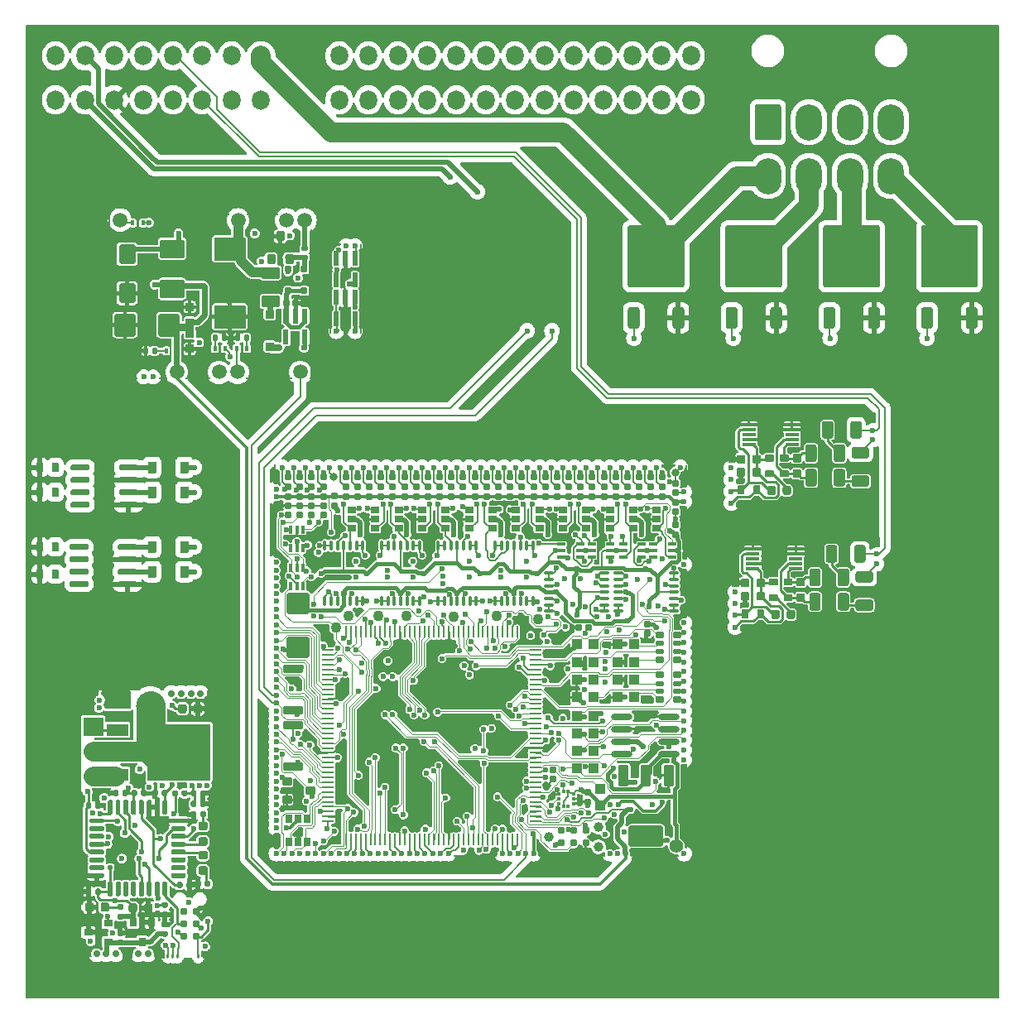
<source format=gtl>
G75*
G70*
%OFA0B0*%
%FSLAX25Y25*%
%IPPOS*%
%LPD*%
%AMOC8*
5,1,8,0,0,1.08239X$1,22.5*
%
%AMM148*
21,1,0.035430,0.030320,-0.000000,-0.000000,270.000000*
21,1,0.028350,0.037400,-0.000000,-0.000000,270.000000*
1,1,0.007090,-0.015160,-0.014170*
1,1,0.007090,-0.015160,0.014170*
1,1,0.007090,0.015160,0.014170*
1,1,0.007090,0.015160,-0.014170*
%
%AMM149*
21,1,0.043310,0.075980,-0.000000,-0.000000,180.000000*
21,1,0.034650,0.084650,-0.000000,-0.000000,180.000000*
1,1,0.008660,-0.017320,0.037990*
1,1,0.008660,0.017320,0.037990*
1,1,0.008660,0.017320,-0.037990*
1,1,0.008660,-0.017320,-0.037990*
%
%AMM150*
21,1,0.043310,0.075990,-0.000000,-0.000000,180.000000*
21,1,0.034650,0.084650,-0.000000,-0.000000,180.000000*
1,1,0.008660,-0.017320,0.037990*
1,1,0.008660,0.017320,0.037990*
1,1,0.008660,0.017320,-0.037990*
1,1,0.008660,-0.017320,-0.037990*
%
%AMM151*
21,1,0.137800,0.067720,-0.000000,-0.000000,180.000000*
21,1,0.120870,0.084650,-0.000000,-0.000000,180.000000*
1,1,0.016930,-0.060430,0.033860*
1,1,0.016930,0.060430,0.033860*
1,1,0.016930,0.060430,-0.033860*
1,1,0.016930,-0.060430,-0.033860*
%
%AMM152*
21,1,0.039370,0.035430,-0.000000,-0.000000,180.000000*
21,1,0.031500,0.043310,-0.000000,-0.000000,180.000000*
1,1,0.007870,-0.015750,0.017720*
1,1,0.007870,0.015750,0.017720*
1,1,0.007870,0.015750,-0.017720*
1,1,0.007870,-0.015750,-0.017720*
%
%AMM153*
21,1,0.023620,0.030710,-0.000000,-0.000000,0.000000*
21,1,0.018900,0.035430,-0.000000,-0.000000,0.000000*
1,1,0.004720,0.009450,-0.015350*
1,1,0.004720,-0.009450,-0.015350*
1,1,0.004720,-0.009450,0.015350*
1,1,0.004720,0.009450,0.015350*
%
%AMM154*
21,1,0.027560,0.018900,-0.000000,-0.000000,0.000000*
21,1,0.022840,0.023620,-0.000000,-0.000000,0.000000*
1,1,0.004720,0.011420,-0.009450*
1,1,0.004720,-0.011420,-0.009450*
1,1,0.004720,-0.011420,0.009450*
1,1,0.004720,0.011420,0.009450*
%
%AMM155*
21,1,0.023620,0.030710,-0.000000,-0.000000,90.000000*
21,1,0.018900,0.035430,-0.000000,-0.000000,90.000000*
1,1,0.004720,0.015350,0.009450*
1,1,0.004720,0.015350,-0.009450*
1,1,0.004720,-0.015350,-0.009450*
1,1,0.004720,-0.015350,0.009450*
%
%AMM156*
21,1,0.086610,0.073230,-0.000000,-0.000000,270.000000*
21,1,0.069290,0.090550,-0.000000,-0.000000,270.000000*
1,1,0.017320,-0.036610,-0.034650*
1,1,0.017320,-0.036610,0.034650*
1,1,0.017320,0.036610,0.034650*
1,1,0.017320,0.036610,-0.034650*
%
%AMM157*
21,1,0.025590,0.026380,-0.000000,-0.000000,270.000000*
21,1,0.020470,0.031500,-0.000000,-0.000000,270.000000*
1,1,0.005120,-0.013190,-0.010240*
1,1,0.005120,-0.013190,0.010240*
1,1,0.005120,0.013190,0.010240*
1,1,0.005120,0.013190,-0.010240*
%
%AMM158*
21,1,0.017720,0.027950,-0.000000,-0.000000,270.000000*
21,1,0.014170,0.031500,-0.000000,-0.000000,270.000000*
1,1,0.003540,-0.013980,-0.007090*
1,1,0.003540,-0.013980,0.007090*
1,1,0.003540,0.013980,0.007090*
1,1,0.003540,0.013980,-0.007090*
%
%AMM159*
21,1,0.031500,0.072440,-0.000000,-0.000000,270.000000*
21,1,0.025200,0.078740,-0.000000,-0.000000,270.000000*
1,1,0.006300,-0.036220,-0.012600*
1,1,0.006300,-0.036220,0.012600*
1,1,0.006300,0.036220,0.012600*
1,1,0.006300,0.036220,-0.012600*
%
%AMM160*
21,1,0.012600,0.028980,-0.000000,-0.000000,270.000000*
21,1,0.010080,0.031500,-0.000000,-0.000000,270.000000*
1,1,0.002520,-0.014490,-0.005040*
1,1,0.002520,-0.014490,0.005040*
1,1,0.002520,0.014490,0.005040*
1,1,0.002520,0.014490,-0.005040*
%
%AMM161*
21,1,0.012600,0.028980,-0.000000,-0.000000,0.000000*
21,1,0.010080,0.031500,-0.000000,-0.000000,0.000000*
1,1,0.002520,0.005040,-0.014490*
1,1,0.002520,-0.005040,-0.014490*
1,1,0.002520,-0.005040,0.014490*
1,1,0.002520,0.005040,0.014490*
%
%AMM162*
21,1,0.039370,0.035430,-0.000000,-0.000000,90.000000*
21,1,0.031500,0.043310,-0.000000,-0.000000,90.000000*
1,1,0.007870,0.017720,0.015750*
1,1,0.007870,0.017720,-0.015750*
1,1,0.007870,-0.017720,-0.015750*
1,1,0.007870,-0.017720,0.015750*
%
%AMM163*
21,1,0.027560,0.018900,-0.000000,-0.000000,270.000000*
21,1,0.022840,0.023620,-0.000000,-0.000000,270.000000*
1,1,0.004720,-0.009450,-0.011420*
1,1,0.004720,-0.009450,0.011420*
1,1,0.004720,0.009450,0.011420*
1,1,0.004720,0.009450,-0.011420*
%
%AMM224*
21,1,0.021650,0.052760,0.000000,-0.000000,180.000000*
21,1,0.017320,0.057090,0.000000,-0.000000,180.000000*
1,1,0.004330,-0.008660,0.026380*
1,1,0.004330,0.008660,0.026380*
1,1,0.004330,0.008660,-0.026380*
1,1,0.004330,-0.008660,-0.026380*
%
%AMM227*
21,1,0.019680,0.019680,0.000000,-0.000000,180.000000*
21,1,0.015750,0.023620,0.000000,-0.000000,180.000000*
1,1,0.003940,-0.007870,0.009840*
1,1,0.003940,0.007870,0.009840*
1,1,0.003940,0.007870,-0.009840*
1,1,0.003940,-0.007870,-0.009840*
%
%AMM229*
21,1,0.019680,0.019680,0.000000,-0.000000,270.000000*
21,1,0.015750,0.023620,0.000000,-0.000000,270.000000*
1,1,0.003940,-0.009840,-0.007870*
1,1,0.003940,-0.009840,0.007870*
1,1,0.003940,0.009840,0.007870*
1,1,0.003940,0.009840,-0.007870*
%
%AMM284*
21,1,0.086610,0.073230,0.000000,-0.000000,180.000000*
21,1,0.069290,0.090550,0.000000,-0.000000,180.000000*
1,1,0.017320,-0.034650,0.036610*
1,1,0.017320,0.034650,0.036610*
1,1,0.017320,0.034650,-0.036610*
1,1,0.017320,-0.034650,-0.036610*
%
%AMM285*
21,1,0.094490,0.111020,0.000000,-0.000000,270.000000*
21,1,0.075590,0.129920,0.000000,-0.000000,270.000000*
1,1,0.018900,-0.055510,-0.037800*
1,1,0.018900,-0.055510,0.037800*
1,1,0.018900,0.055510,0.037800*
1,1,0.018900,0.055510,-0.037800*
%
%AMM286*
21,1,0.074800,0.083460,0.000000,-0.000000,270.000000*
21,1,0.059840,0.098430,0.000000,-0.000000,270.000000*
1,1,0.014960,-0.041730,-0.029920*
1,1,0.014960,-0.041730,0.029920*
1,1,0.014960,0.041730,0.029920*
1,1,0.014960,0.041730,-0.029920*
%
%AMM287*
21,1,0.078740,0.053540,0.000000,-0.000000,90.000000*
21,1,0.065350,0.066930,0.000000,-0.000000,90.000000*
1,1,0.013390,0.026770,0.032680*
1,1,0.013390,0.026770,-0.032680*
1,1,0.013390,-0.026770,-0.032680*
1,1,0.013390,-0.026770,0.032680*
%
%AMM288*
21,1,0.035430,0.030320,0.000000,-0.000000,0.000000*
21,1,0.028350,0.037400,0.000000,-0.000000,0.000000*
1,1,0.007090,0.014170,-0.015160*
1,1,0.007090,-0.014170,-0.015160*
1,1,0.007090,-0.014170,0.015160*
1,1,0.007090,0.014170,0.015160*
%
%AMM289*
21,1,0.035830,0.026770,0.000000,-0.000000,270.000000*
21,1,0.029130,0.033470,0.000000,-0.000000,270.000000*
1,1,0.006690,-0.013390,-0.014570*
1,1,0.006690,-0.013390,0.014570*
1,1,0.006690,0.013390,0.014570*
1,1,0.006690,0.013390,-0.014570*
%
%AMM290*
21,1,0.070870,0.036220,0.000000,-0.000000,0.000000*
21,1,0.061810,0.045280,0.000000,-0.000000,0.000000*
1,1,0.009060,0.030910,-0.018110*
1,1,0.009060,-0.030910,-0.018110*
1,1,0.009060,-0.030910,0.018110*
1,1,0.009060,0.030910,0.018110*
%
%AMM291*
21,1,0.033470,0.026770,0.000000,-0.000000,270.000000*
21,1,0.026770,0.033470,0.000000,-0.000000,270.000000*
1,1,0.006690,-0.013390,-0.013390*
1,1,0.006690,-0.013390,0.013390*
1,1,0.006690,0.013390,0.013390*
1,1,0.006690,0.013390,-0.013390*
%
%AMM292*
21,1,0.015750,0.016540,0.000000,-0.000000,180.000000*
21,1,0.012600,0.019680,0.000000,-0.000000,180.000000*
1,1,0.003150,-0.006300,0.008270*
1,1,0.003150,0.006300,0.008270*
1,1,0.003150,0.006300,-0.008270*
1,1,0.003150,-0.006300,-0.008270*
%
%AMM293*
21,1,0.023620,0.018900,0.000000,-0.000000,0.000000*
21,1,0.018900,0.023620,0.000000,-0.000000,0.000000*
1,1,0.004720,0.009450,-0.009450*
1,1,0.004720,-0.009450,-0.009450*
1,1,0.004720,-0.009450,0.009450*
1,1,0.004720,0.009450,0.009450*
%
%ADD10O,0.07087X0.07874*%
%ADD11C,0.02362*%
%ADD12O,0.04823X0.00787*%
%ADD13O,0.00787X0.36614*%
%ADD14R,0.00787X0.09055*%
%ADD15R,0.00787X0.21260*%
%ADD16R,0.00787X0.33858*%
%ADD166C,0.01850*%
%ADD17R,0.00787X0.19685*%
%ADD177R,0.03543X0.03150*%
%ADD179C,0.05118*%
%ADD18R,0.05512X0.00787*%
%ADD181R,0.03150X0.03543*%
%ADD19R,0.19685X0.00787*%
%ADD20R,0.26772X0.00787*%
%ADD21R,0.17717X0.00787*%
%ADD22R,0.00787X0.06299*%
%ADD23R,0.00787X0.22441*%
%ADD24R,0.00787X0.07874*%
%ADD25C,0.05906*%
%ADD26O,0.12992X0.00787*%
%ADD27O,0.40157X0.00787*%
%ADD28O,0.01181X0.00787*%
%ADD29O,0.00787X0.66929*%
%ADD30O,0.00787X0.60630*%
%ADD31O,0.18898X0.00787*%
%ADD313M148*%
%ADD314M149*%
%ADD315M150*%
%ADD316M151*%
%ADD317M152*%
%ADD318M153*%
%ADD319M154*%
%ADD32O,0.10236X0.00787*%
%ADD320M155*%
%ADD321M156*%
%ADD322M157*%
%ADD323M158*%
%ADD324M159*%
%ADD325M160*%
%ADD326M161*%
%ADD327M162*%
%ADD328M163*%
%ADD33O,0.03937X0.00787*%
%ADD34O,0.05906X0.00787*%
%ADD35C,0.02756*%
%ADD36C,0.11811*%
%ADD37R,0.11811X0.00984*%
%ADD38R,0.04331X0.00984*%
%ADD389M224*%
%ADD39R,0.03858X0.00984*%
%ADD392M227*%
%ADD394M229*%
%ADD399R,0.08661X0.04724*%
%ADD40R,0.05709X0.00984*%
%ADD400R,0.25197X0.22835*%
%ADD401R,0.07874X0.07500*%
%ADD402O,0.07874X0.07500*%
%ADD41R,0.00984X1.08661*%
%ADD413O,0.40158X0.00787*%
%ADD42R,0.07677X0.00984*%
%ADD43R,0.03740X0.00984*%
%ADD44O,0.10630X0.14567*%
%ADD45R,0.00984X0.24350*%
%ADD459M284*%
%ADD46R,0.00984X0.04390*%
%ADD460M285*%
%ADD461M286*%
%ADD462M287*%
%ADD463M288*%
%ADD464M289*%
%ADD465M290*%
%ADD466M291*%
%ADD467M292*%
%ADD468M293*%
%ADD47R,0.56201X0.00984*%
%ADD48R,0.59449X0.00984*%
%ADD49R,0.00984X0.20374*%
%ADD50C,0.03150*%
%ADD51C,0.01969*%
%ADD52C,0.00787*%
%ADD53C,0.07874*%
%ADD54C,0.01181*%
%ADD59C,0.00800*%
%ADD63C,0.03937*%
%ADD64R,0.05512X0.01181*%
%ADD65C,0.00984*%
%ADD67C,0.01968*%
%ADD68O,0.00866X0.05118*%
%ADD69O,0.05118X0.00866*%
%ADD82O,0.01181X0.04331*%
%ADD83O,0.04331X0.01181*%
%ADD85O,0.08661X0.02362*%
%ADD87R,0.01476X0.01378*%
%ADD88R,0.01378X0.01476*%
%ADD91C,0.03100*%
%ADD92C,0.00492*%
%ADD93C,0.01575*%
%ADD94C,0.03900*%
%ADD95C,0.04331*%
%ADD96C,0.05512*%
X0000000Y0000000D02*
%LPD*%
G01*
D10*
X0012945Y0362701D03*
X0024756Y0362701D03*
X0036567Y0362701D03*
X0048378Y0362701D03*
X0060189Y0362701D03*
X0072000Y0362701D03*
X0083811Y0362701D03*
X0095622Y0362701D03*
X0127118Y0362701D03*
X0138929Y0362701D03*
X0150740Y0362701D03*
X0162551Y0362701D03*
X0174362Y0362701D03*
X0186173Y0362701D03*
X0197984Y0362701D03*
X0209795Y0362701D03*
X0221606Y0362701D03*
X0233417Y0362701D03*
X0245228Y0362701D03*
X0257039Y0362701D03*
X0268850Y0362701D03*
X0268850Y0380417D03*
X0257039Y0380417D03*
X0245228Y0380417D03*
X0233417Y0380417D03*
X0221606Y0380417D03*
X0209795Y0380417D03*
X0197984Y0380417D03*
X0186173Y0380417D03*
X0174362Y0380417D03*
X0162551Y0380417D03*
X0150740Y0380417D03*
X0138929Y0380417D03*
X0127118Y0380417D03*
X0095622Y0380417D03*
X0083811Y0380417D03*
X0072000Y0380417D03*
X0060189Y0380417D03*
X0048378Y0380417D03*
X0036567Y0380417D03*
X0024756Y0380417D03*
X0012945Y0380417D03*
G36*
G01*
X0066614Y0184709D02*
X0066614Y0180693D01*
G75*
G02*
X0066260Y0180339I-000354J0000000D01*
G01*
X0063425Y0180339D01*
G75*
G02*
X0063071Y0180693I0000000J0000354D01*
G01*
X0063071Y0184709D01*
G75*
G02*
X0063425Y0185063I0000354J0000000D01*
G01*
X0066260Y0185063D01*
G75*
G02*
X0066614Y0184709I0000000J-000354D01*
G01*
G37*
G36*
G01*
X0053622Y0184709D02*
X0053622Y0180693D01*
G75*
G02*
X0053268Y0180339I-000354J0000000D01*
G01*
X0050433Y0180339D01*
G75*
G02*
X0050079Y0180693I0000000J0000354D01*
G01*
X0050079Y0184709D01*
G75*
G02*
X0050433Y0185063I0000354J0000000D01*
G01*
X0053268Y0185063D01*
G75*
G02*
X0053622Y0184709I0000000J-000354D01*
G01*
G37*
G36*
G01*
X0019012Y0214110D02*
X0019012Y0215291D01*
G75*
G02*
X0019602Y0215882I0000591J0000000D01*
G01*
X0026098Y0215882D01*
G75*
G02*
X0026689Y0215291I0000000J-000591D01*
G01*
X0026689Y0214110D01*
G75*
G02*
X0026098Y0213520I-000591J0000000D01*
G01*
X0019602Y0213520D01*
G75*
G02*
X0019012Y0214110I0000000J0000591D01*
G01*
G37*
G36*
G01*
X0019012Y0209110D02*
X0019012Y0210291D01*
G75*
G02*
X0019602Y0210882I0000591J0000000D01*
G01*
X0026098Y0210882D01*
G75*
G02*
X0026689Y0210291I0000000J-000591D01*
G01*
X0026689Y0209110D01*
G75*
G02*
X0026098Y0208520I-000591J0000000D01*
G01*
X0019602Y0208520D01*
G75*
G02*
X0019012Y0209110I0000000J0000591D01*
G01*
G37*
G36*
G01*
X0019012Y0204110D02*
X0019012Y0205291D01*
G75*
G02*
X0019602Y0205882I0000591J0000000D01*
G01*
X0026098Y0205882D01*
G75*
G02*
X0026689Y0205291I0000000J-000591D01*
G01*
X0026689Y0204110D01*
G75*
G02*
X0026098Y0203520I-000591J0000000D01*
G01*
X0019602Y0203520D01*
G75*
G02*
X0019012Y0204110I0000000J0000591D01*
G01*
G37*
G36*
G01*
X0019012Y0199110D02*
X0019012Y0200291D01*
G75*
G02*
X0019602Y0200882I0000591J0000000D01*
G01*
X0026098Y0200882D01*
G75*
G02*
X0026689Y0200291I0000000J-000591D01*
G01*
X0026689Y0199110D01*
G75*
G02*
X0026098Y0198520I-000591J0000000D01*
G01*
X0019602Y0198520D01*
G75*
G02*
X0019012Y0199110I0000000J0000591D01*
G01*
G37*
G36*
G01*
X0038500Y0199110D02*
X0038500Y0200291D01*
G75*
G02*
X0039091Y0200882I0000591J0000000D01*
G01*
X0045587Y0200882D01*
G75*
G02*
X0046177Y0200291I0000000J-000591D01*
G01*
X0046177Y0199110D01*
G75*
G02*
X0045587Y0198520I-000591J0000000D01*
G01*
X0039091Y0198520D01*
G75*
G02*
X0038500Y0199110I0000000J0000591D01*
G01*
G37*
G36*
G01*
X0038500Y0204110D02*
X0038500Y0205291D01*
G75*
G02*
X0039091Y0205882I0000591J0000000D01*
G01*
X0045587Y0205882D01*
G75*
G02*
X0046177Y0205291I0000000J-000591D01*
G01*
X0046177Y0204110D01*
G75*
G02*
X0045587Y0203520I-000591J0000000D01*
G01*
X0039091Y0203520D01*
G75*
G02*
X0038500Y0204110I0000000J0000591D01*
G01*
G37*
G36*
G01*
X0038500Y0209110D02*
X0038500Y0210291D01*
G75*
G02*
X0039091Y0210882I0000591J0000000D01*
G01*
X0045587Y0210882D01*
G75*
G02*
X0046177Y0210291I0000000J-000591D01*
G01*
X0046177Y0209110D01*
G75*
G02*
X0045587Y0208520I-000591J0000000D01*
G01*
X0039091Y0208520D01*
G75*
G02*
X0038500Y0209110I0000000J0000591D01*
G01*
G37*
G36*
G01*
X0038500Y0214110D02*
X0038500Y0215291D01*
G75*
G02*
X0039091Y0215882I0000591J0000000D01*
G01*
X0045587Y0215882D01*
G75*
G02*
X0046177Y0215291I0000000J-000591D01*
G01*
X0046177Y0214110D01*
G75*
G02*
X0045587Y0213520I-000591J0000000D01*
G01*
X0039091Y0213520D01*
G75*
G02*
X0038500Y0214110I0000000J0000591D01*
G01*
G37*
D11*
X0133488Y0269575D03*
D12*
X0125713Y0304614D03*
D13*
X0135850Y0286701D03*
X0123646Y0286701D03*
D11*
X0129748Y0269575D03*
X0126008Y0269575D03*
X0129945Y0303827D03*
X0133488Y0303827D03*
G36*
G01*
X0325882Y0270567D02*
X0323126Y0270567D01*
G75*
G02*
X0322142Y0271551I0000000J0000984D01*
G01*
X0322142Y0278244D01*
G75*
G02*
X0323126Y0279228I0000984J0000000D01*
G01*
X0325882Y0279228D01*
G75*
G02*
X0326866Y0278244I0000000J-000984D01*
G01*
X0326866Y0271551D01*
G75*
G02*
X0325882Y0270567I-000984J0000000D01*
G01*
G37*
G36*
G01*
X0331906Y0287102D02*
X0323047Y0287102D01*
G75*
G02*
X0322063Y0288087I0000000J0000984D01*
G01*
X0322063Y0298126D01*
G75*
G02*
X0323047Y0299110I0000984J0000000D01*
G01*
X0331906Y0299110D01*
G75*
G02*
X0332890Y0298126I0000000J-000984D01*
G01*
X0332890Y0288087D01*
G75*
G02*
X0331906Y0287102I-000984J0000000D01*
G01*
G37*
G36*
G01*
X0343913Y0287102D02*
X0335055Y0287102D01*
G75*
G02*
X0334071Y0288087I0000000J0000984D01*
G01*
X0334071Y0298126D01*
G75*
G02*
X0335055Y0299110I0000984J0000000D01*
G01*
X0343913Y0299110D01*
G75*
G02*
X0344898Y0298126I0000000J-000984D01*
G01*
X0344898Y0288087D01*
G75*
G02*
X0343913Y0287102I-000984J0000000D01*
G01*
G37*
G36*
G01*
X0343913Y0287102D02*
X0323047Y0287102D01*
G75*
G02*
X0322063Y0288087I0000000J0000984D01*
G01*
X0322063Y0311315D01*
G75*
G02*
X0323047Y0312299I0000984J0000000D01*
G01*
X0343913Y0312299D01*
G75*
G02*
X0344898Y0311315I0000000J-000984D01*
G01*
X0344898Y0288087D01*
G75*
G02*
X0343913Y0287102I-000984J0000000D01*
G01*
G37*
G36*
G01*
X0331906Y0300291D02*
X0323047Y0300291D01*
G75*
G02*
X0322063Y0301276I0000000J0000984D01*
G01*
X0322063Y0311315D01*
G75*
G02*
X0323047Y0312299I0000984J0000000D01*
G01*
X0331906Y0312299D01*
G75*
G02*
X0332890Y0311315I0000000J-000984D01*
G01*
X0332890Y0301276D01*
G75*
G02*
X0331906Y0300291I-000984J0000000D01*
G01*
G37*
G36*
G01*
X0343913Y0300291D02*
X0335055Y0300291D01*
G75*
G02*
X0334071Y0301276I0000000J0000984D01*
G01*
X0334071Y0311315D01*
G75*
G02*
X0335055Y0312299I0000984J0000000D01*
G01*
X0343913Y0312299D01*
G75*
G02*
X0344898Y0311315I0000000J-000984D01*
G01*
X0344898Y0301276D01*
G75*
G02*
X0343913Y0300291I-000984J0000000D01*
G01*
G37*
G36*
G01*
X0343835Y0270567D02*
X0341079Y0270567D01*
G75*
G02*
X0340094Y0271551I0000000J0000984D01*
G01*
X0340094Y0278244D01*
G75*
G02*
X0341079Y0279228I0000984J0000000D01*
G01*
X0343835Y0279228D01*
G75*
G02*
X0344819Y0278244I0000000J-000984D01*
G01*
X0344819Y0271551D01*
G75*
G02*
X0343835Y0270567I-000984J0000000D01*
G01*
G37*
G36*
G01*
X0005173Y0203165D02*
X0005173Y0206236D01*
G75*
G02*
X0005449Y0206512I0000276J0000000D01*
G01*
X0007654Y0206512D01*
G75*
G02*
X0007929Y0206236I0000000J-000276D01*
G01*
X0007929Y0203165D01*
G75*
G02*
X0007654Y0202890I-000276J0000000D01*
G01*
X0005449Y0202890D01*
G75*
G02*
X0005173Y0203165I0000000J0000276D01*
G01*
G37*
G36*
G01*
X0011472Y0203165D02*
X0011472Y0206236D01*
G75*
G02*
X0011748Y0206512I0000276J0000000D01*
G01*
X0013953Y0206512D01*
G75*
G02*
X0014228Y0206236I0000000J-000276D01*
G01*
X0014228Y0203165D01*
G75*
G02*
X0013953Y0202890I-000276J0000000D01*
G01*
X0011748Y0202890D01*
G75*
G02*
X0011472Y0203165I0000000J0000276D01*
G01*
G37*
G36*
G01*
X0066614Y0174709D02*
X0066614Y0170693D01*
G75*
G02*
X0066260Y0170339I-000354J0000000D01*
G01*
X0063425Y0170339D01*
G75*
G02*
X0063071Y0170693I0000000J0000354D01*
G01*
X0063071Y0174709D01*
G75*
G02*
X0063425Y0175063I0000354J0000000D01*
G01*
X0066260Y0175063D01*
G75*
G02*
X0066614Y0174709I0000000J-000354D01*
G01*
G37*
G36*
G01*
X0053622Y0174709D02*
X0053622Y0170693D01*
G75*
G02*
X0053268Y0170339I-000354J0000000D01*
G01*
X0050433Y0170339D01*
G75*
G02*
X0050079Y0170693I0000000J0000354D01*
G01*
X0050079Y0174709D01*
G75*
G02*
X0050433Y0175063I0000354J0000000D01*
G01*
X0053268Y0175063D01*
G75*
G02*
X0053622Y0174709I0000000J-000354D01*
G01*
G37*
X0101874Y0069425D03*
X0101874Y0072575D03*
X0101874Y0075724D03*
X0101874Y0078874D03*
X0101874Y0082024D03*
X0101874Y0085173D03*
X0101874Y0088323D03*
X0101874Y0091472D03*
X0101874Y0094622D03*
X0101874Y0097772D03*
X0101874Y0100921D03*
X0101874Y0104071D03*
X0101874Y0107220D03*
X0101874Y0110370D03*
X0101874Y0113520D03*
X0101874Y0116669D03*
X0101874Y0119819D03*
X0101874Y0122969D03*
X0101874Y0126118D03*
X0101874Y0129268D03*
X0101874Y0132417D03*
X0101874Y0135567D03*
X0101874Y0138717D03*
X0101874Y0141866D03*
X0101874Y0145016D03*
X0101874Y0148165D03*
X0101874Y0151315D03*
X0101874Y0154465D03*
X0101874Y0157614D03*
X0101874Y0160764D03*
X0101874Y0163913D03*
X0101874Y0167063D03*
X0101874Y0170213D03*
X0101874Y0173362D03*
X0101874Y0176512D03*
X0101874Y0202890D03*
X0101874Y0206039D03*
D14*
X0266835Y0211354D03*
D15*
X0266835Y0188323D03*
D16*
X0266835Y0078087D03*
D17*
X0266835Y0163913D03*
D18*
X0259748Y0215488D03*
D19*
X0254236Y0058402D03*
D20*
X0220772Y0058402D03*
D21*
X0181992Y0058402D03*
D22*
X0101087Y0064307D03*
D23*
X0101087Y0189701D03*
D24*
X0101087Y0211945D03*
D11*
X0101874Y0059189D03*
X0105024Y0059189D03*
X0108173Y0059189D03*
X0111323Y0059189D03*
X0114472Y0059189D03*
X0117622Y0059189D03*
X0120772Y0059189D03*
X0123921Y0059189D03*
X0127071Y0059189D03*
X0130220Y0059189D03*
X0133370Y0059189D03*
X0136520Y0059189D03*
X0139669Y0059189D03*
X0142819Y0059189D03*
X0145968Y0059189D03*
X0149118Y0059189D03*
X0152268Y0059189D03*
X0155417Y0059189D03*
X0158567Y0059189D03*
X0161717Y0059189D03*
X0164866Y0059189D03*
X0168016Y0059189D03*
X0171165Y0059189D03*
X0192819Y0059189D03*
X0195968Y0059189D03*
X0199118Y0059189D03*
X0202268Y0059189D03*
X0205417Y0059189D03*
X0236126Y0059189D03*
X0239276Y0059189D03*
X0242425Y0059189D03*
X0266047Y0059189D03*
X0104236Y0214701D03*
X0108961Y0214701D03*
X0113685Y0214701D03*
X0118409Y0214701D03*
X0123134Y0214701D03*
X0127465Y0214701D03*
X0132189Y0214701D03*
X0136913Y0214701D03*
X0141638Y0214701D03*
X0146362Y0214701D03*
X0151087Y0214701D03*
X0155811Y0214701D03*
X0160535Y0214701D03*
X0165260Y0214701D03*
X0169984Y0214701D03*
X0174709Y0214701D03*
X0179433Y0214701D03*
X0184157Y0214701D03*
X0188882Y0214701D03*
X0193606Y0214701D03*
X0198331Y0214701D03*
X0203055Y0214701D03*
X0207780Y0214701D03*
X0212504Y0214701D03*
X0217228Y0214701D03*
X0221953Y0214701D03*
X0226677Y0214701D03*
X0231402Y0214701D03*
X0236126Y0214701D03*
X0240850Y0214701D03*
X0245575Y0214701D03*
X0250299Y0214701D03*
X0255024Y0214701D03*
X0264472Y0214701D03*
X0266047Y0204858D03*
X0266047Y0200921D03*
X0266047Y0175724D03*
X0266047Y0152102D03*
X0266047Y0148165D03*
X0266047Y0144228D03*
X0266047Y0140291D03*
X0266047Y0136354D03*
X0266047Y0132417D03*
X0266047Y0128480D03*
X0266047Y0124543D03*
X0266047Y0120606D03*
X0266047Y0116669D03*
X0266047Y0112732D03*
X0266047Y0108795D03*
X0266047Y0104858D03*
X0266047Y0100921D03*
X0266047Y0096984D03*
G36*
G01*
X0005173Y0181165D02*
X0005173Y0184236D01*
G75*
G02*
X0005449Y0184512I0000276J0000000D01*
G01*
X0007654Y0184512D01*
G75*
G02*
X0007929Y0184236I0000000J-000276D01*
G01*
X0007929Y0181165D01*
G75*
G02*
X0007654Y0180890I-000276J0000000D01*
G01*
X0005449Y0180890D01*
G75*
G02*
X0005173Y0181165I0000000J0000276D01*
G01*
G37*
G36*
G01*
X0011472Y0181165D02*
X0011472Y0184236D01*
G75*
G02*
X0011748Y0184512I0000276J0000000D01*
G01*
X0013953Y0184512D01*
G75*
G02*
X0014228Y0184236I0000000J-000276D01*
G01*
X0014228Y0181165D01*
G75*
G02*
X0013953Y0180890I-000276J0000000D01*
G01*
X0011748Y0180890D01*
G75*
G02*
X0011472Y0181165I0000000J0000276D01*
G01*
G37*
G36*
G01*
X0286512Y0270567D02*
X0283756Y0270567D01*
G75*
G02*
X0282772Y0271551I0000000J0000984D01*
G01*
X0282772Y0278244D01*
G75*
G02*
X0283756Y0279228I0000984J0000000D01*
G01*
X0286512Y0279228D01*
G75*
G02*
X0287496Y0278244I0000000J-000984D01*
G01*
X0287496Y0271551D01*
G75*
G02*
X0286512Y0270567I-000984J0000000D01*
G01*
G37*
G36*
G01*
X0292535Y0287102D02*
X0283677Y0287102D01*
G75*
G02*
X0282693Y0288087I0000000J0000984D01*
G01*
X0282693Y0298126D01*
G75*
G02*
X0283677Y0299110I0000984J0000000D01*
G01*
X0292535Y0299110D01*
G75*
G02*
X0293520Y0298126I0000000J-000984D01*
G01*
X0293520Y0288087D01*
G75*
G02*
X0292535Y0287102I-000984J0000000D01*
G01*
G37*
G36*
G01*
X0304543Y0287102D02*
X0295685Y0287102D01*
G75*
G02*
X0294701Y0288087I0000000J0000984D01*
G01*
X0294701Y0298126D01*
G75*
G02*
X0295685Y0299110I0000984J0000000D01*
G01*
X0304543Y0299110D01*
G75*
G02*
X0305528Y0298126I0000000J-000984D01*
G01*
X0305528Y0288087D01*
G75*
G02*
X0304543Y0287102I-000984J0000000D01*
G01*
G37*
G36*
G01*
X0304543Y0287102D02*
X0283677Y0287102D01*
G75*
G02*
X0282693Y0288087I0000000J0000984D01*
G01*
X0282693Y0311315D01*
G75*
G02*
X0283677Y0312299I0000984J0000000D01*
G01*
X0304543Y0312299D01*
G75*
G02*
X0305528Y0311315I0000000J-000984D01*
G01*
X0305528Y0288087D01*
G75*
G02*
X0304543Y0287102I-000984J0000000D01*
G01*
G37*
G36*
G01*
X0292535Y0300291D02*
X0283677Y0300291D01*
G75*
G02*
X0282693Y0301276I0000000J0000984D01*
G01*
X0282693Y0311315D01*
G75*
G02*
X0283677Y0312299I0000984J0000000D01*
G01*
X0292535Y0312299D01*
G75*
G02*
X0293520Y0311315I0000000J-000984D01*
G01*
X0293520Y0301276D01*
G75*
G02*
X0292535Y0300291I-000984J0000000D01*
G01*
G37*
G36*
G01*
X0304543Y0300291D02*
X0295685Y0300291D01*
G75*
G02*
X0294701Y0301276I0000000J0000984D01*
G01*
X0294701Y0311315D01*
G75*
G02*
X0295685Y0312299I0000984J0000000D01*
G01*
X0304543Y0312299D01*
G75*
G02*
X0305528Y0311315I0000000J-000984D01*
G01*
X0305528Y0301276D01*
G75*
G02*
X0304543Y0300291I-000984J0000000D01*
G01*
G37*
G36*
G01*
X0304465Y0270567D02*
X0301709Y0270567D01*
G75*
G02*
X0300724Y0271551I0000000J0000984D01*
G01*
X0300724Y0278244D01*
G75*
G02*
X0301709Y0279228I0000984J0000000D01*
G01*
X0304465Y0279228D01*
G75*
G02*
X0305449Y0278244I0000000J-000984D01*
G01*
X0305449Y0271551D01*
G75*
G02*
X0304465Y0270567I-000984J0000000D01*
G01*
G37*
G36*
G01*
X0005173Y0170165D02*
X0005173Y0173236D01*
G75*
G02*
X0005449Y0173512I0000276J0000000D01*
G01*
X0007654Y0173512D01*
G75*
G02*
X0007929Y0173236I0000000J-000276D01*
G01*
X0007929Y0170165D01*
G75*
G02*
X0007654Y0169890I-000276J0000000D01*
G01*
X0005449Y0169890D01*
G75*
G02*
X0005173Y0170165I0000000J0000276D01*
G01*
G37*
G36*
G01*
X0011472Y0170165D02*
X0011472Y0173236D01*
G75*
G02*
X0011748Y0173512I0000276J0000000D01*
G01*
X0013953Y0173512D01*
G75*
G02*
X0014228Y0173236I0000000J-000276D01*
G01*
X0014228Y0170165D01*
G75*
G02*
X0013953Y0169890I-000276J0000000D01*
G01*
X0011748Y0169890D01*
G75*
G02*
X0011472Y0170165I0000000J0000276D01*
G01*
G37*
G36*
G01*
X0005173Y0213165D02*
X0005173Y0216236D01*
G75*
G02*
X0005449Y0216512I0000276J0000000D01*
G01*
X0007654Y0216512D01*
G75*
G02*
X0007929Y0216236I0000000J-000276D01*
G01*
X0007929Y0213165D01*
G75*
G02*
X0007654Y0212890I-000276J0000000D01*
G01*
X0005449Y0212890D01*
G75*
G02*
X0005173Y0213165I0000000J0000276D01*
G01*
G37*
G36*
G01*
X0011472Y0213165D02*
X0011472Y0216236D01*
G75*
G02*
X0011748Y0216512I0000276J0000000D01*
G01*
X0013953Y0216512D01*
G75*
G02*
X0014228Y0216236I0000000J-000276D01*
G01*
X0014228Y0213165D01*
G75*
G02*
X0013953Y0212890I-000276J0000000D01*
G01*
X0011748Y0212890D01*
G75*
G02*
X0011472Y0213165I0000000J0000276D01*
G01*
G37*
G36*
G01*
X0365252Y0270567D02*
X0362496Y0270567D01*
G75*
G02*
X0361512Y0271551I0000000J0000984D01*
G01*
X0361512Y0278244D01*
G75*
G02*
X0362496Y0279228I0000984J0000000D01*
G01*
X0365252Y0279228D01*
G75*
G02*
X0366236Y0278244I0000000J-000984D01*
G01*
X0366236Y0271551D01*
G75*
G02*
X0365252Y0270567I-000984J0000000D01*
G01*
G37*
G36*
G01*
X0371276Y0287102D02*
X0362417Y0287102D01*
G75*
G02*
X0361433Y0288087I0000000J0000984D01*
G01*
X0361433Y0298126D01*
G75*
G02*
X0362417Y0299110I0000984J0000000D01*
G01*
X0371276Y0299110D01*
G75*
G02*
X0372260Y0298126I0000000J-000984D01*
G01*
X0372260Y0288087D01*
G75*
G02*
X0371276Y0287102I-000984J0000000D01*
G01*
G37*
G36*
G01*
X0383283Y0287102D02*
X0374425Y0287102D01*
G75*
G02*
X0373441Y0288087I0000000J0000984D01*
G01*
X0373441Y0298126D01*
G75*
G02*
X0374425Y0299110I0000984J0000000D01*
G01*
X0383283Y0299110D01*
G75*
G02*
X0384268Y0298126I0000000J-000984D01*
G01*
X0384268Y0288087D01*
G75*
G02*
X0383283Y0287102I-000984J0000000D01*
G01*
G37*
G36*
G01*
X0383283Y0287102D02*
X0362417Y0287102D01*
G75*
G02*
X0361433Y0288087I0000000J0000984D01*
G01*
X0361433Y0311315D01*
G75*
G02*
X0362417Y0312299I0000984J0000000D01*
G01*
X0383283Y0312299D01*
G75*
G02*
X0384268Y0311315I0000000J-000984D01*
G01*
X0384268Y0288087D01*
G75*
G02*
X0383283Y0287102I-000984J0000000D01*
G01*
G37*
G36*
G01*
X0371276Y0300291D02*
X0362417Y0300291D01*
G75*
G02*
X0361433Y0301276I0000000J0000984D01*
G01*
X0361433Y0311315D01*
G75*
G02*
X0362417Y0312299I0000984J0000000D01*
G01*
X0371276Y0312299D01*
G75*
G02*
X0372260Y0311315I0000000J-000984D01*
G01*
X0372260Y0301276D01*
G75*
G02*
X0371276Y0300291I-000984J0000000D01*
G01*
G37*
G36*
G01*
X0383283Y0300291D02*
X0374425Y0300291D01*
G75*
G02*
X0373441Y0301276I0000000J0000984D01*
G01*
X0373441Y0311315D01*
G75*
G02*
X0374425Y0312299I0000984J0000000D01*
G01*
X0383283Y0312299D01*
G75*
G02*
X0384268Y0311315I0000000J-000984D01*
G01*
X0384268Y0301276D01*
G75*
G02*
X0383283Y0300291I-000984J0000000D01*
G01*
G37*
G36*
G01*
X0383205Y0270567D02*
X0380449Y0270567D01*
G75*
G02*
X0379465Y0271551I0000000J0000984D01*
G01*
X0379465Y0278244D01*
G75*
G02*
X0380449Y0279228I0000984J0000000D01*
G01*
X0383205Y0279228D01*
G75*
G02*
X0384189Y0278244I0000000J-000984D01*
G01*
X0384189Y0271551D01*
G75*
G02*
X0383205Y0270567I-000984J0000000D01*
G01*
G37*
D25*
X0111425Y0253118D03*
X0086228Y0253118D03*
X0078748Y0253118D03*
X0061819Y0253118D03*
D11*
X0052370Y0251346D03*
X0048433Y0251346D03*
D26*
X0096268Y0316701D03*
D27*
X0062803Y0316701D03*
D28*
X0034850Y0316701D03*
D29*
X0034654Y0283630D03*
D30*
X0115756Y0280480D03*
D25*
X0037213Y0253118D03*
D28*
X0115559Y0250559D03*
D31*
X0099024Y0250559D03*
D32*
X0070087Y0250559D03*
D33*
X0056307Y0250559D03*
D34*
X0043315Y0250559D03*
D25*
X0113197Y0314142D03*
X0105913Y0314142D03*
X0086425Y0314142D03*
X0038984Y0314142D03*
D35*
X0071354Y0123591D03*
X0059543Y0123591D03*
X0063480Y0123591D03*
X0067417Y0123591D03*
D36*
X0051079Y0118669D03*
D37*
X0037299Y0125067D03*
D38*
X0024701Y0017390D03*
D39*
X0041787Y0017390D03*
X0054780Y0017390D03*
D40*
X0074799Y0017390D03*
D41*
X0023028Y0071228D03*
X0077161Y0071228D03*
D42*
X0026374Y0125067D03*
D43*
X0075783Y0125067D03*
G36*
G01*
X0027063Y0054496D02*
X0031984Y0054496D01*
G75*
G02*
X0032476Y0054004I0000000J-000492D01*
G01*
X0032476Y0053020D01*
G75*
G02*
X0031984Y0052528I-000492J0000000D01*
G01*
X0027063Y0052528D01*
G75*
G02*
X0026571Y0053020I0000000J0000492D01*
G01*
X0026571Y0054004D01*
G75*
G02*
X0027063Y0054496I0000492J0000000D01*
G01*
G37*
G36*
G01*
X0037594Y0047902D02*
X0038579Y0047902D01*
G75*
G02*
X0039071Y0047409I0000000J-000492D01*
G01*
X0039071Y0042488D01*
G75*
G02*
X0038579Y0041996I-000492J0000000D01*
G01*
X0037594Y0041996D01*
G75*
G02*
X0037102Y0042488I0000000J0000492D01*
G01*
X0037102Y0047409D01*
G75*
G02*
X0037594Y0047902I0000492J0000000D01*
G01*
G37*
G36*
G01*
X0027063Y0051346D02*
X0031984Y0051346D01*
G75*
G02*
X0032476Y0050854I0000000J-000492D01*
G01*
X0032476Y0049870D01*
G75*
G02*
X0031984Y0049378I-000492J0000000D01*
G01*
X0027063Y0049378D01*
G75*
G02*
X0026571Y0049870I0000000J0000492D01*
G01*
X0026571Y0050854D01*
G75*
G02*
X0027063Y0051346I0000492J0000000D01*
G01*
G37*
G36*
G01*
X0037102Y0050067D02*
X0037102Y0051051D01*
G75*
G02*
X0037594Y0051543I0000492J0000000D01*
G01*
X0038579Y0051543D01*
G75*
G02*
X0039071Y0051051I0000000J-000492D01*
G01*
X0039071Y0050067D01*
G75*
G02*
X0038579Y0049575I-000492J0000000D01*
G01*
X0037594Y0049575D01*
G75*
G02*
X0037102Y0050067I0000000J0000492D01*
G01*
G37*
G36*
G01*
X0034445Y0054496D02*
X0035429Y0054496D01*
G75*
G02*
X0035921Y0054004I0000000J-000492D01*
G01*
X0035921Y0053020D01*
G75*
G02*
X0035429Y0052528I-000492J0000000D01*
G01*
X0034445Y0052528D01*
G75*
G02*
X0033953Y0053020I0000000J0000492D01*
G01*
X0033953Y0054004D01*
G75*
G02*
X0034445Y0054496I0000492J0000000D01*
G01*
G37*
G36*
G01*
X0034445Y0047902D02*
X0035429Y0047902D01*
G75*
G02*
X0035921Y0047409I0000000J-000492D01*
G01*
X0035921Y0042488D01*
G75*
G02*
X0035429Y0041996I-000492J0000000D01*
G01*
X0034445Y0041996D01*
G75*
G02*
X0033953Y0042488I0000000J0000492D01*
G01*
X0033953Y0047409D01*
G75*
G02*
X0034445Y0047902I0000492J0000000D01*
G01*
G37*
D35*
X0033362Y0018901D03*
X0037299Y0018901D03*
X0050276Y0018901D03*
X0046276Y0018901D03*
G36*
G01*
X0058165Y0016898D02*
X0058165Y0016898D01*
G75*
G02*
X0057673Y0017390I0000000J0000492D01*
G01*
X0057673Y0018374D01*
G75*
G02*
X0058165Y0018866I0000492J0000000D01*
G01*
X0058165Y0018866D01*
G75*
G02*
X0058657Y0018374I0000000J-000492D01*
G01*
X0058657Y0017390D01*
G75*
G02*
X0058165Y0016898I-000492J0000000D01*
G01*
G37*
G36*
G01*
X0060134Y0016898D02*
X0060134Y0016898D01*
G75*
G02*
X0059642Y0017390I0000000J0000492D01*
G01*
X0059642Y0018374D01*
G75*
G02*
X0060134Y0018866I0000492J0000000D01*
G01*
X0060134Y0018866D01*
G75*
G02*
X0060626Y0018374I0000000J-000492D01*
G01*
X0060626Y0017390D01*
G75*
G02*
X0060134Y0016898I-000492J0000000D01*
G01*
G37*
G36*
G01*
X0062102Y0016898D02*
X0062102Y0016898D01*
G75*
G02*
X0061610Y0017390I0000000J0000492D01*
G01*
X0061610Y0018374D01*
G75*
G02*
X0062102Y0018866I0000492J0000000D01*
G01*
X0062102Y0018866D01*
G75*
G02*
X0062594Y0018374I0000000J-000492D01*
G01*
X0062594Y0017390D01*
G75*
G02*
X0062102Y0016898I-000492J0000000D01*
G01*
G37*
G36*
G01*
X0070370Y0016898D02*
X0070370Y0016898D01*
G75*
G02*
X0069878Y0017390I0000000J0000492D01*
G01*
X0069878Y0018374D01*
G75*
G02*
X0070370Y0018866I0000492J0000000D01*
G01*
X0070370Y0018866D01*
G75*
G02*
X0070862Y0018374I0000000J-000492D01*
G01*
X0070862Y0017390D01*
G75*
G02*
X0070370Y0016898I-000492J0000000D01*
G01*
G37*
X0029425Y0018901D03*
G36*
G01*
X0018524Y0182110D02*
X0018524Y0183291D01*
G75*
G02*
X0019114Y0183882I0000591J0000000D01*
G01*
X0025610Y0183882D01*
G75*
G02*
X0026201Y0183291I0000000J-000591D01*
G01*
X0026201Y0182110D01*
G75*
G02*
X0025610Y0181520I-000591J0000000D01*
G01*
X0019114Y0181520D01*
G75*
G02*
X0018524Y0182110I0000000J0000591D01*
G01*
G37*
G36*
G01*
X0018524Y0177110D02*
X0018524Y0178291D01*
G75*
G02*
X0019114Y0178882I0000591J0000000D01*
G01*
X0025610Y0178882D01*
G75*
G02*
X0026201Y0178291I0000000J-000591D01*
G01*
X0026201Y0177110D01*
G75*
G02*
X0025610Y0176520I-000591J0000000D01*
G01*
X0019114Y0176520D01*
G75*
G02*
X0018524Y0177110I0000000J0000591D01*
G01*
G37*
G36*
G01*
X0018524Y0172110D02*
X0018524Y0173291D01*
G75*
G02*
X0019114Y0173882I0000591J0000000D01*
G01*
X0025610Y0173882D01*
G75*
G02*
X0026201Y0173291I0000000J-000591D01*
G01*
X0026201Y0172110D01*
G75*
G02*
X0025610Y0171520I-000591J0000000D01*
G01*
X0019114Y0171520D01*
G75*
G02*
X0018524Y0172110I0000000J0000591D01*
G01*
G37*
G36*
G01*
X0018524Y0167110D02*
X0018524Y0168291D01*
G75*
G02*
X0019114Y0168882I0000591J0000000D01*
G01*
X0025610Y0168882D01*
G75*
G02*
X0026201Y0168291I0000000J-000591D01*
G01*
X0026201Y0167110D01*
G75*
G02*
X0025610Y0166520I-000591J0000000D01*
G01*
X0019114Y0166520D01*
G75*
G02*
X0018524Y0167110I0000000J0000591D01*
G01*
G37*
G36*
G01*
X0038012Y0167110D02*
X0038012Y0168291D01*
G75*
G02*
X0038602Y0168882I0000591J0000000D01*
G01*
X0045098Y0168882D01*
G75*
G02*
X0045689Y0168291I0000000J-000591D01*
G01*
X0045689Y0167110D01*
G75*
G02*
X0045098Y0166520I-000591J0000000D01*
G01*
X0038602Y0166520D01*
G75*
G02*
X0038012Y0167110I0000000J0000591D01*
G01*
G37*
G36*
G01*
X0038012Y0172110D02*
X0038012Y0173291D01*
G75*
G02*
X0038602Y0173882I0000591J0000000D01*
G01*
X0045098Y0173882D01*
G75*
G02*
X0045689Y0173291I0000000J-000591D01*
G01*
X0045689Y0172110D01*
G75*
G02*
X0045098Y0171520I-000591J0000000D01*
G01*
X0038602Y0171520D01*
G75*
G02*
X0038012Y0172110I0000000J0000591D01*
G01*
G37*
G36*
G01*
X0038012Y0177110D02*
X0038012Y0178291D01*
G75*
G02*
X0038602Y0178882I0000591J0000000D01*
G01*
X0045098Y0178882D01*
G75*
G02*
X0045689Y0178291I0000000J-000591D01*
G01*
X0045689Y0177110D01*
G75*
G02*
X0045098Y0176520I-000591J0000000D01*
G01*
X0038602Y0176520D01*
G75*
G02*
X0038012Y0177110I0000000J0000591D01*
G01*
G37*
G36*
G01*
X0038012Y0182110D02*
X0038012Y0183291D01*
G75*
G02*
X0038602Y0183882I0000591J0000000D01*
G01*
X0045098Y0183882D01*
G75*
G02*
X0045689Y0183291I0000000J-000591D01*
G01*
X0045689Y0182110D01*
G75*
G02*
X0045098Y0181520I-000591J0000000D01*
G01*
X0038602Y0181520D01*
G75*
G02*
X0038012Y0182110I0000000J0000591D01*
G01*
G37*
G36*
G01*
X0294465Y0347402D02*
X0294465Y0360000D01*
G75*
G02*
X0295449Y0360984I0000984J0000000D01*
G01*
X0304110Y0360984D01*
G75*
G02*
X0305094Y0360000I0000000J-000984D01*
G01*
X0305094Y0347402D01*
G75*
G02*
X0304110Y0346417I-000984J0000000D01*
G01*
X0295449Y0346417D01*
G75*
G02*
X0294465Y0347402I0000000J0000984D01*
G01*
G37*
D44*
X0316315Y0353701D03*
X0332850Y0353701D03*
X0349386Y0353701D03*
X0299780Y0332047D03*
X0316315Y0332047D03*
X0332850Y0332047D03*
X0349386Y0332047D03*
G36*
G01*
X0066614Y0216709D02*
X0066614Y0212693D01*
G75*
G02*
X0066260Y0212339I-000354J0000000D01*
G01*
X0063425Y0212339D01*
G75*
G02*
X0063071Y0212693I0000000J0000354D01*
G01*
X0063071Y0216709D01*
G75*
G02*
X0063425Y0217063I0000354J0000000D01*
G01*
X0066260Y0217063D01*
G75*
G02*
X0066614Y0216709I0000000J-000354D01*
G01*
G37*
G36*
G01*
X0053622Y0216709D02*
X0053622Y0212693D01*
G75*
G02*
X0053268Y0212339I-000354J0000000D01*
G01*
X0050433Y0212339D01*
G75*
G02*
X0050079Y0212693I0000000J0000354D01*
G01*
X0050079Y0216709D01*
G75*
G02*
X0050433Y0217063I0000354J0000000D01*
G01*
X0053268Y0217063D01*
G75*
G02*
X0053622Y0216709I0000000J-000354D01*
G01*
G37*
D11*
X0286638Y0159821D03*
X0286638Y0164545D03*
X0286638Y0155096D03*
X0286638Y0150372D03*
D45*
X0344315Y0160874D03*
D46*
X0344315Y0184693D03*
D47*
X0316707Y0149191D03*
D48*
X0315083Y0186396D03*
D49*
X0285850Y0176701D03*
D11*
X0343429Y0175805D03*
X0343429Y0179742D03*
G36*
G01*
X0066614Y0206709D02*
X0066614Y0202693D01*
G75*
G02*
X0066260Y0202339I-000354J0000000D01*
G01*
X0063425Y0202339D01*
G75*
G02*
X0063071Y0202693I0000000J0000354D01*
G01*
X0063071Y0206709D01*
G75*
G02*
X0063425Y0207063I0000354J0000000D01*
G01*
X0066260Y0207063D01*
G75*
G02*
X0066614Y0206709I0000000J-000354D01*
G01*
G37*
G36*
G01*
X0053622Y0206709D02*
X0053622Y0202693D01*
G75*
G02*
X0053268Y0202339I-000354J0000000D01*
G01*
X0050433Y0202339D01*
G75*
G02*
X0050079Y0202693I0000000J0000354D01*
G01*
X0050079Y0206709D01*
G75*
G02*
X0050433Y0207063I0000354J0000000D01*
G01*
X0053268Y0207063D01*
G75*
G02*
X0053622Y0206709I0000000J-000354D01*
G01*
G37*
X0285059Y0209780D03*
X0285059Y0214504D03*
X0285059Y0205055D03*
X0285059Y0200331D03*
D45*
X0342736Y0210833D03*
D46*
X0342736Y0234652D03*
D47*
X0315128Y0199150D03*
D48*
X0313504Y0236354D03*
D49*
X0284272Y0226659D03*
D11*
X0341850Y0225764D03*
X0341850Y0229701D03*
G36*
G01*
X0247142Y0270567D02*
X0244386Y0270567D01*
G75*
G02*
X0243402Y0271551I0000000J0000984D01*
G01*
X0243402Y0278244D01*
G75*
G02*
X0244386Y0279228I0000984J0000000D01*
G01*
X0247142Y0279228D01*
G75*
G02*
X0248126Y0278244I0000000J-000984D01*
G01*
X0248126Y0271551D01*
G75*
G02*
X0247142Y0270567I-000984J0000000D01*
G01*
G37*
G36*
G01*
X0253165Y0287102D02*
X0244307Y0287102D01*
G75*
G02*
X0243323Y0288087I0000000J0000984D01*
G01*
X0243323Y0298126D01*
G75*
G02*
X0244307Y0299110I0000984J0000000D01*
G01*
X0253165Y0299110D01*
G75*
G02*
X0254150Y0298126I0000000J-000984D01*
G01*
X0254150Y0288087D01*
G75*
G02*
X0253165Y0287102I-000984J0000000D01*
G01*
G37*
G36*
G01*
X0265173Y0287102D02*
X0256315Y0287102D01*
G75*
G02*
X0255331Y0288087I0000000J0000984D01*
G01*
X0255331Y0298126D01*
G75*
G02*
X0256315Y0299110I0000984J0000000D01*
G01*
X0265173Y0299110D01*
G75*
G02*
X0266157Y0298126I0000000J-000984D01*
G01*
X0266157Y0288087D01*
G75*
G02*
X0265173Y0287102I-000984J0000000D01*
G01*
G37*
G36*
G01*
X0265173Y0287102D02*
X0244307Y0287102D01*
G75*
G02*
X0243323Y0288087I0000000J0000984D01*
G01*
X0243323Y0311315D01*
G75*
G02*
X0244307Y0312299I0000984J0000000D01*
G01*
X0265173Y0312299D01*
G75*
G02*
X0266157Y0311315I0000000J-000984D01*
G01*
X0266157Y0288087D01*
G75*
G02*
X0265173Y0287102I-000984J0000000D01*
G01*
G37*
G36*
G01*
X0253165Y0300291D02*
X0244307Y0300291D01*
G75*
G02*
X0243323Y0301276I0000000J0000984D01*
G01*
X0243323Y0311315D01*
G75*
G02*
X0244307Y0312299I0000984J0000000D01*
G01*
X0253165Y0312299D01*
G75*
G02*
X0254150Y0311315I0000000J-000984D01*
G01*
X0254150Y0301276D01*
G75*
G02*
X0253165Y0300291I-000984J0000000D01*
G01*
G37*
G36*
G01*
X0265173Y0300291D02*
X0256315Y0300291D01*
G75*
G02*
X0255331Y0301276I0000000J0000984D01*
G01*
X0255331Y0311315D01*
G75*
G02*
X0256315Y0312299I0000984J0000000D01*
G01*
X0265173Y0312299D01*
G75*
G02*
X0266157Y0311315I0000000J-000984D01*
G01*
X0266157Y0301276D01*
G75*
G02*
X0265173Y0300291I-000984J0000000D01*
G01*
G37*
G36*
G01*
X0265094Y0270567D02*
X0262339Y0270567D01*
G75*
G02*
X0261354Y0271551I0000000J0000984D01*
G01*
X0261354Y0278244D01*
G75*
G02*
X0262339Y0279228I0000984J0000000D01*
G01*
X0265094Y0279228D01*
G75*
G02*
X0266079Y0278244I0000000J-000984D01*
G01*
X0266079Y0271551D01*
G75*
G02*
X0265094Y0270567I-000984J0000000D01*
G01*
G37*
D11*
X0068780Y0204701D03*
X0068780Y0182701D03*
X0068780Y0172701D03*
X0068780Y0214701D03*
X0202850Y0269701D03*
X0212850Y0269701D03*
D50*
X0168850Y0305701D03*
X0201850Y0305701D03*
X0178850Y0305701D03*
X0211892Y0305701D03*
D11*
X0363850Y0266701D03*
X0324850Y0266701D03*
X0285850Y0266701D03*
X0245850Y0266701D03*
X0182850Y0325701D03*
X0171850Y0331701D03*
D51*
X0042339Y0214701D02*
X0051850Y0214701D01*
X0064843Y0214701D02*
X0068780Y0214701D01*
X0064843Y0204701D02*
X0068780Y0204701D01*
X0064843Y0182701D02*
X0068780Y0182701D01*
X0064843Y0172701D02*
X0068780Y0172701D01*
X0041850Y0172701D02*
X0051850Y0172701D01*
X0042339Y0204701D02*
X0051850Y0204701D01*
D52*
X0171850Y0238701D02*
X0116850Y0238701D01*
X0094850Y0216701D02*
X0094850Y0125172D01*
X0094850Y0125172D02*
X0100204Y0119819D01*
X0100204Y0119819D02*
X0101874Y0119819D01*
X0202850Y0269701D02*
X0171850Y0238701D01*
X0116850Y0238701D02*
X0094850Y0216701D01*
X0096850Y0126322D02*
X0096850Y0214701D01*
X0181850Y0235701D02*
X0212850Y0266701D01*
X0212850Y0266701D02*
X0212850Y0269701D01*
X0100204Y0122969D02*
X0096850Y0126322D01*
X0117850Y0235701D02*
X0181850Y0235701D01*
X0101874Y0122969D02*
X0100204Y0122969D01*
X0096850Y0214701D02*
X0117850Y0235701D01*
D51*
X0041850Y0182701D02*
X0051850Y0182701D01*
D52*
X0197685Y0339866D02*
X0094835Y0339866D01*
X0339850Y0242701D02*
X0234850Y0242701D01*
X0222850Y0314701D02*
X0197685Y0339866D01*
X0094835Y0339866D02*
X0072000Y0362701D01*
X0222850Y0254701D02*
X0222850Y0314701D01*
X0343521Y0229701D02*
X0344409Y0230590D01*
X0344409Y0230590D02*
X0344409Y0238142D01*
X0344409Y0238142D02*
X0339850Y0242701D01*
X0234850Y0242701D02*
X0222850Y0254701D01*
X0341850Y0229701D02*
X0343521Y0229701D01*
D53*
X0372850Y0308583D02*
X0349386Y0332047D01*
X0372850Y0299701D02*
X0372850Y0308583D01*
D52*
X0363874Y0266724D02*
X0363874Y0274898D01*
X0363850Y0266701D02*
X0363874Y0266724D01*
D53*
X0333480Y0299701D02*
X0333480Y0331417D01*
X0333480Y0331417D02*
X0332850Y0332047D01*
D52*
X0324850Y0267701D02*
X0324504Y0268047D01*
X0324850Y0266701D02*
X0324850Y0267701D01*
X0324504Y0268047D02*
X0324504Y0274898D01*
D53*
X0294110Y0299701D02*
X0295850Y0299701D01*
X0295850Y0299701D02*
X0316315Y0320165D01*
X0316315Y0320165D02*
X0316315Y0332047D01*
D52*
X0285134Y0267417D02*
X0285134Y0274898D01*
X0285850Y0266701D02*
X0285134Y0267417D01*
D53*
X0254740Y0299701D02*
X0287087Y0332047D01*
X0254740Y0299701D02*
X0254740Y0312299D01*
X0123850Y0349701D02*
X0095622Y0377929D01*
X0254740Y0312299D02*
X0217339Y0349701D01*
X0287087Y0332047D02*
X0299780Y0332047D01*
X0217339Y0349701D02*
X0123850Y0349701D01*
X0095622Y0377929D02*
X0095622Y0380417D01*
D52*
X0245850Y0274811D02*
X0245764Y0274898D01*
X0245850Y0266701D02*
X0245850Y0274811D01*
X0343429Y0179742D02*
X0344413Y0179742D01*
X0061358Y0380417D02*
X0060189Y0380417D01*
X0078039Y0363737D02*
X0061358Y0380417D01*
X0078039Y0358889D02*
X0078039Y0363737D01*
X0224425Y0255353D02*
X0224425Y0315353D01*
X0224425Y0315353D02*
X0198078Y0341701D01*
X0346850Y0238701D02*
X0341276Y0244276D01*
X0235503Y0244276D02*
X0224425Y0255353D01*
X0346850Y0182179D02*
X0346850Y0238701D01*
X0198078Y0341701D02*
X0095227Y0341701D01*
X0341276Y0244276D02*
X0235503Y0244276D01*
X0095227Y0341701D02*
X0078039Y0358889D01*
X0344413Y0179742D02*
X0346850Y0182179D01*
D51*
X0030071Y0375102D02*
X0024756Y0380417D01*
X0052850Y0338701D02*
X0052657Y0338701D01*
X0170850Y0337701D02*
X0053850Y0337701D01*
X0053850Y0337701D02*
X0052850Y0338701D01*
X0052657Y0338701D02*
X0030071Y0361287D01*
X0030071Y0361287D02*
X0030071Y0375102D01*
X0182850Y0325701D02*
X0170850Y0337701D01*
X0052512Y0334945D02*
X0024756Y0362701D01*
X0168606Y0334945D02*
X0052512Y0334945D01*
X0171850Y0331701D02*
X0168606Y0334945D01*
D54*
X0089850Y0222701D02*
X0061819Y0250732D01*
X0100117Y0046929D02*
X0089850Y0057195D01*
X0089850Y0057195D02*
X0089850Y0222701D01*
X0242425Y0057276D02*
X0232079Y0046929D01*
X0061819Y0250732D02*
X0061819Y0253118D01*
X0242425Y0059189D02*
X0242425Y0057276D01*
X0232079Y0046929D02*
X0100117Y0046929D01*
D52*
X0091850Y0057701D02*
X0091850Y0223701D01*
X0193450Y0048701D02*
X0100850Y0048701D01*
X0100850Y0048701D02*
X0091850Y0057701D01*
X0202268Y0059189D02*
X0202268Y0057519D01*
X0111425Y0243276D02*
X0111425Y0253118D01*
X0202268Y0057519D02*
X0193450Y0048701D01*
X0091850Y0223701D02*
X0111425Y0243276D01*
G36*
X0232980Y0058324D02*
G01*
X0233160Y0058116D01*
X0233177Y0058075D01*
X0233269Y0057813D01*
X0233646Y0057212D01*
X0234149Y0056709D01*
X0234313Y0056606D01*
X0234749Y0056332D01*
X0234750Y0056332D01*
X0235277Y0056147D01*
X0235420Y0056097D01*
X0235420Y0056097D01*
X0236126Y0056017D01*
X0236126Y0056017D01*
X0236126Y0056017D01*
X0236171Y0056023D01*
X0236339Y0056041D01*
X0236610Y0055994D01*
X0236812Y0055808D01*
X0236882Y0055541D01*
X0236796Y0055280D01*
X0236739Y0055211D01*
X0231161Y0049633D01*
X0230919Y0049501D01*
X0230816Y0049490D01*
X0198761Y0049490D01*
X0198497Y0049568D01*
X0198317Y0049776D01*
X0198278Y0050048D01*
X0198392Y0050298D01*
X0198416Y0050324D01*
X0199300Y0051208D01*
X0204108Y0056015D01*
X0204349Y0056147D01*
X0204614Y0056131D01*
X0204712Y0056097D01*
X0204712Y0056097D01*
X0204712Y0056097D01*
X0205417Y0056017D01*
X0205417Y0056017D01*
X0205417Y0056017D01*
X0206123Y0056097D01*
X0206123Y0056097D01*
X0206123Y0056097D01*
X0206793Y0056332D01*
X0207395Y0056709D01*
X0207897Y0057212D01*
X0208275Y0057813D01*
X0208366Y0058075D01*
X0208527Y0058298D01*
X0208782Y0058400D01*
X0208827Y0058402D01*
X0232716Y0058402D01*
X0232980Y0058324D01*
G37*
G36*
X0095022Y0121655D02*
G01*
X0095048Y0121631D01*
X0098295Y0118384D01*
X0098295Y0118384D01*
X0098312Y0118367D01*
X0098312Y0118367D01*
X0098700Y0117979D01*
X0098832Y0117737D01*
X0098816Y0117472D01*
X0098782Y0117375D01*
X0098782Y0117375D01*
X0098702Y0116669D01*
X0098702Y0116669D01*
X0098782Y0115964D01*
X0098782Y0115964D01*
X0099026Y0115267D01*
X0099017Y0115264D01*
X0099055Y0115035D01*
X0099022Y0114923D01*
X0099026Y0114922D01*
X0098782Y0114225D01*
X0098782Y0114225D01*
X0098702Y0113520D01*
X0098702Y0113520D01*
X0098782Y0112814D01*
X0098782Y0112814D01*
X0099026Y0112118D01*
X0099017Y0112115D01*
X0099055Y0111885D01*
X0099022Y0111773D01*
X0099026Y0111772D01*
X0098782Y0111076D01*
X0098782Y0111076D01*
X0098702Y0110370D01*
X0098702Y0110370D01*
X0098782Y0109664D01*
X0098782Y0109664D01*
X0099026Y0108968D01*
X0099017Y0108965D01*
X0099055Y0108736D01*
X0099022Y0108624D01*
X0099026Y0108622D01*
X0098782Y0107926D01*
X0098782Y0107926D01*
X0098702Y0107220D01*
X0098702Y0107220D01*
X0098782Y0106515D01*
X0098782Y0106515D01*
X0099026Y0105819D01*
X0099017Y0105816D01*
X0099055Y0105586D01*
X0099022Y0105474D01*
X0099026Y0105473D01*
X0098782Y0104777D01*
X0098782Y0104777D01*
X0098702Y0104071D01*
X0098702Y0104071D01*
X0098782Y0103365D01*
X0098782Y0103365D01*
X0099026Y0102669D01*
X0099017Y0102666D01*
X0099055Y0102436D01*
X0099022Y0102324D01*
X0099026Y0102323D01*
X0098782Y0101627D01*
X0098782Y0101627D01*
X0098702Y0100921D01*
X0098702Y0100921D01*
X0098782Y0100216D01*
X0098782Y0100216D01*
X0099026Y0099519D01*
X0099017Y0099516D01*
X0099055Y0099287D01*
X0099022Y0099175D01*
X0099026Y0099174D01*
X0098782Y0098477D01*
X0098782Y0098477D01*
X0098702Y0097772D01*
X0098702Y0097772D01*
X0098782Y0097066D01*
X0098782Y0097066D01*
X0099026Y0096370D01*
X0099017Y0096367D01*
X0099055Y0096137D01*
X0099022Y0096025D01*
X0099026Y0096024D01*
X0098782Y0095328D01*
X0098782Y0095328D01*
X0098702Y0094622D01*
X0098702Y0094622D01*
X0098782Y0093916D01*
X0098782Y0093916D01*
X0099026Y0093220D01*
X0099017Y0093217D01*
X0099055Y0092988D01*
X0099022Y0092876D01*
X0099026Y0092874D01*
X0098782Y0092178D01*
X0098782Y0092178D01*
X0098702Y0091472D01*
X0098702Y0091472D01*
X0098782Y0090767D01*
X0098782Y0090767D01*
X0099026Y0090071D01*
X0099017Y0090068D01*
X0099055Y0089838D01*
X0099022Y0089726D01*
X0099026Y0089725D01*
X0098782Y0089029D01*
X0098782Y0089029D01*
X0098702Y0088323D01*
X0098702Y0088323D01*
X0098782Y0087617D01*
X0098782Y0087617D01*
X0099026Y0086921D01*
X0099017Y0086918D01*
X0099055Y0086688D01*
X0099022Y0086576D01*
X0099026Y0086575D01*
X0098782Y0085879D01*
X0098782Y0085879D01*
X0098702Y0085173D01*
X0098702Y0085173D01*
X0098782Y0084468D01*
X0098782Y0084468D01*
X0099026Y0083771D01*
X0099017Y0083768D01*
X0099055Y0083539D01*
X0099022Y0083427D01*
X0099026Y0083426D01*
X0098782Y0082729D01*
X0098782Y0082729D01*
X0098702Y0082024D01*
X0098702Y0082024D01*
X0098782Y0081318D01*
X0098782Y0081318D01*
X0099026Y0080622D01*
X0099017Y0080619D01*
X0099055Y0080389D01*
X0099022Y0080277D01*
X0099026Y0080276D01*
X0098782Y0079580D01*
X0098782Y0079580D01*
X0098702Y0078874D01*
X0098702Y0078874D01*
X0098782Y0078168D01*
X0098782Y0078168D01*
X0099026Y0077472D01*
X0099017Y0077469D01*
X0099055Y0077240D01*
X0099022Y0077128D01*
X0099026Y0077126D01*
X0098782Y0076430D01*
X0098782Y0076430D01*
X0098702Y0075724D01*
X0098702Y0075724D01*
X0098782Y0075019D01*
X0098782Y0075019D01*
X0099026Y0074322D01*
X0099017Y0074320D01*
X0099055Y0074090D01*
X0099022Y0073978D01*
X0099026Y0073977D01*
X0098782Y0073281D01*
X0098782Y0073281D01*
X0098702Y0072575D01*
X0098702Y0072575D01*
X0098782Y0071869D01*
X0098782Y0071869D01*
X0099026Y0071173D01*
X0099017Y0071170D01*
X0099055Y0070940D01*
X0099022Y0070828D01*
X0099026Y0070827D01*
X0098782Y0070131D01*
X0098782Y0070131D01*
X0098702Y0069425D01*
X0098702Y0069425D01*
X0098782Y0068719D01*
X0098782Y0068719D01*
X0099017Y0068049D01*
X0099394Y0067448D01*
X0099897Y0066946D01*
X0100498Y0066568D01*
X0100760Y0066476D01*
X0100983Y0066316D01*
X0101085Y0066060D01*
X0101087Y0066015D01*
X0101087Y0062599D01*
X0101009Y0062335D01*
X0100801Y0062155D01*
X0100760Y0062138D01*
X0100498Y0062046D01*
X0100498Y0062046D01*
X0099897Y0061669D01*
X0099394Y0061166D01*
X0099017Y0060565D01*
X0098782Y0059895D01*
X0098782Y0059895D01*
X0098702Y0059189D01*
X0098702Y0059189D01*
X0098782Y0058483D01*
X0098782Y0058483D01*
X0099017Y0057813D01*
X0099394Y0057212D01*
X0099897Y0056709D01*
X0100061Y0056606D01*
X0100497Y0056332D01*
X0100498Y0056332D01*
X0101025Y0056147D01*
X0101168Y0056097D01*
X0101168Y0056097D01*
X0101874Y0056017D01*
X0101874Y0056017D01*
X0101874Y0056017D01*
X0102580Y0056097D01*
X0102580Y0056097D01*
X0102580Y0056097D01*
X0103250Y0056332D01*
X0103250Y0056332D01*
X0103276Y0056341D01*
X0103279Y0056332D01*
X0103508Y0056370D01*
X0103620Y0056337D01*
X0103622Y0056341D01*
X0104318Y0056097D01*
X0104318Y0056097D01*
X0104318Y0056097D01*
X0104318Y0056097D01*
X0104318Y0056097D01*
X0105024Y0056017D01*
X0105024Y0056017D01*
X0105024Y0056017D01*
X0105729Y0056097D01*
X0105729Y0056097D01*
X0105729Y0056097D01*
X0105729Y0056097D01*
X0105729Y0056097D01*
X0106426Y0056341D01*
X0106429Y0056332D01*
X0106658Y0056370D01*
X0106770Y0056337D01*
X0106771Y0056341D01*
X0107467Y0056097D01*
X0107467Y0056097D01*
X0107467Y0056097D01*
X0107467Y0056097D01*
X0107468Y0056097D01*
X0108173Y0056017D01*
X0108173Y0056017D01*
X0108173Y0056017D01*
X0108879Y0056097D01*
X0108879Y0056097D01*
X0108879Y0056097D01*
X0108879Y0056097D01*
X0108879Y0056097D01*
X0109575Y0056341D01*
X0109578Y0056332D01*
X0109808Y0056370D01*
X0109920Y0056337D01*
X0109921Y0056341D01*
X0110617Y0056097D01*
X0110617Y0056097D01*
X0110617Y0056097D01*
X0110617Y0056097D01*
X0110617Y0056097D01*
X0111323Y0056017D01*
X0111323Y0056017D01*
X0111323Y0056017D01*
X0112029Y0056097D01*
X0112029Y0056097D01*
X0112029Y0056097D01*
X0112029Y0056097D01*
X0112029Y0056097D01*
X0112725Y0056341D01*
X0112728Y0056332D01*
X0112957Y0056370D01*
X0113069Y0056337D01*
X0113070Y0056341D01*
X0113767Y0056097D01*
X0113767Y0056097D01*
X0113767Y0056097D01*
X0113767Y0056097D01*
X0113767Y0056097D01*
X0114472Y0056017D01*
X0114472Y0056017D01*
X0114472Y0056017D01*
X0115178Y0056097D01*
X0115178Y0056097D01*
X0115178Y0056097D01*
X0115178Y0056097D01*
X0115178Y0056097D01*
X0115874Y0056341D01*
X0115877Y0056332D01*
X0116107Y0056370D01*
X0116219Y0056337D01*
X0116220Y0056341D01*
X0116916Y0056097D01*
X0116916Y0056097D01*
X0116916Y0056097D01*
X0116916Y0056097D01*
X0116916Y0056097D01*
X0117622Y0056017D01*
X0117622Y0056017D01*
X0117622Y0056017D01*
X0118328Y0056097D01*
X0118328Y0056097D01*
X0118328Y0056097D01*
X0118998Y0056332D01*
X0118998Y0056332D01*
X0119024Y0056341D01*
X0119027Y0056332D01*
X0119256Y0056370D01*
X0119368Y0056337D01*
X0119370Y0056341D01*
X0120066Y0056097D01*
X0120066Y0056097D01*
X0120772Y0056017D01*
X0120772Y0056017D01*
X0120772Y0056017D01*
X0121477Y0056097D01*
X0121477Y0056097D01*
X0121477Y0056097D01*
X0121477Y0056097D01*
X0121477Y0056097D01*
X0122174Y0056341D01*
X0122177Y0056332D01*
X0122406Y0056370D01*
X0122518Y0056337D01*
X0122519Y0056341D01*
X0123215Y0056097D01*
X0123216Y0056097D01*
X0123216Y0056097D01*
X0123216Y0056097D01*
X0123216Y0056097D01*
X0123921Y0056017D01*
X0123921Y0056017D01*
X0123921Y0056017D01*
X0124627Y0056097D01*
X0124627Y0056097D01*
X0124627Y0056097D01*
X0124627Y0056097D01*
X0124627Y0056097D01*
X0125323Y0056341D01*
X0125326Y0056332D01*
X0125556Y0056370D01*
X0125668Y0056337D01*
X0125669Y0056341D01*
X0126365Y0056097D01*
X0126365Y0056097D01*
X0126365Y0056097D01*
X0126365Y0056097D01*
X0126365Y0056097D01*
X0127071Y0056017D01*
X0127071Y0056017D01*
X0127071Y0056017D01*
X0127777Y0056097D01*
X0127777Y0056097D01*
X0127777Y0056097D01*
X0127777Y0056097D01*
X0127777Y0056097D01*
X0128473Y0056341D01*
X0128476Y0056332D01*
X0128705Y0056370D01*
X0128817Y0056337D01*
X0128819Y0056341D01*
X0129515Y0056097D01*
X0129515Y0056097D01*
X0129515Y0056097D01*
X0129515Y0056097D01*
X0129515Y0056097D01*
X0130220Y0056017D01*
X0130220Y0056017D01*
X0130220Y0056017D01*
X0130926Y0056097D01*
X0130926Y0056097D01*
X0130926Y0056097D01*
X0130926Y0056097D01*
X0130926Y0056097D01*
X0131622Y0056341D01*
X0131625Y0056332D01*
X0131855Y0056370D01*
X0131967Y0056337D01*
X0131968Y0056341D01*
X0132664Y0056097D01*
X0132664Y0056097D01*
X0132664Y0056097D01*
X0132664Y0056097D01*
X0132664Y0056097D01*
X0133370Y0056017D01*
X0133370Y0056017D01*
X0133370Y0056017D01*
X0134076Y0056097D01*
X0134076Y0056097D01*
X0134076Y0056097D01*
X0134076Y0056097D01*
X0134076Y0056097D01*
X0134772Y0056341D01*
X0134775Y0056332D01*
X0135004Y0056370D01*
X0135116Y0056337D01*
X0135118Y0056341D01*
X0135814Y0056097D01*
X0135814Y0056097D01*
X0135814Y0056097D01*
X0135814Y0056097D01*
X0135814Y0056097D01*
X0136520Y0056017D01*
X0136520Y0056017D01*
X0136520Y0056017D01*
X0137225Y0056097D01*
X0137225Y0056097D01*
X0137225Y0056097D01*
X0137225Y0056097D01*
X0137225Y0056097D01*
X0137922Y0056341D01*
X0137925Y0056332D01*
X0138154Y0056370D01*
X0138266Y0056337D01*
X0138267Y0056341D01*
X0138964Y0056097D01*
X0138964Y0056097D01*
X0138964Y0056097D01*
X0138964Y0056097D01*
X0138964Y0056097D01*
X0139669Y0056017D01*
X0139669Y0056017D01*
X0139669Y0056017D01*
X0140375Y0056097D01*
X0140375Y0056097D01*
X0140375Y0056097D01*
X0140375Y0056097D01*
X0140375Y0056097D01*
X0141071Y0056341D01*
X0141074Y0056332D01*
X0141304Y0056370D01*
X0141416Y0056337D01*
X0141417Y0056341D01*
X0142113Y0056097D01*
X0142113Y0056097D01*
X0142113Y0056097D01*
X0142113Y0056097D01*
X0142113Y0056097D01*
X0142819Y0056017D01*
X0142819Y0056017D01*
X0142819Y0056017D01*
X0143525Y0056097D01*
X0143525Y0056097D01*
X0143525Y0056097D01*
X0143525Y0056097D01*
X0143525Y0056097D01*
X0144221Y0056341D01*
X0144224Y0056332D01*
X0144453Y0056370D01*
X0144565Y0056337D01*
X0144567Y0056341D01*
X0145263Y0056097D01*
X0145263Y0056097D01*
X0145263Y0056097D01*
X0145263Y0056097D01*
X0145263Y0056097D01*
X0145968Y0056017D01*
X0145968Y0056017D01*
X0145969Y0056017D01*
X0146674Y0056097D01*
X0146674Y0056097D01*
X0146674Y0056097D01*
X0146674Y0056097D01*
X0146674Y0056097D01*
X0147370Y0056341D01*
X0147373Y0056332D01*
X0147603Y0056370D01*
X0147715Y0056337D01*
X0147716Y0056341D01*
X0148412Y0056097D01*
X0148412Y0056097D01*
X0148412Y0056097D01*
X0148412Y0056097D01*
X0148412Y0056097D01*
X0149118Y0056017D01*
X0149118Y0056017D01*
X0149118Y0056017D01*
X0149824Y0056097D01*
X0149824Y0056097D01*
X0149824Y0056097D01*
X0149824Y0056097D01*
X0149824Y0056097D01*
X0150520Y0056341D01*
X0150523Y0056332D01*
X0150752Y0056370D01*
X0150865Y0056337D01*
X0150866Y0056341D01*
X0151562Y0056097D01*
X0151562Y0056097D01*
X0151562Y0056097D01*
X0151562Y0056097D01*
X0151562Y0056097D01*
X0152268Y0056017D01*
X0152268Y0056017D01*
X0152268Y0056017D01*
X0152973Y0056097D01*
X0152973Y0056097D01*
X0152973Y0056097D01*
X0152973Y0056097D01*
X0152973Y0056097D01*
X0153670Y0056341D01*
X0153673Y0056332D01*
X0153902Y0056370D01*
X0154014Y0056337D01*
X0154015Y0056341D01*
X0154712Y0056097D01*
X0154712Y0056097D01*
X0154712Y0056097D01*
X0154712Y0056097D01*
X0154712Y0056097D01*
X0155417Y0056017D01*
X0155417Y0056017D01*
X0155417Y0056017D01*
X0156123Y0056097D01*
X0156123Y0056097D01*
X0156123Y0056097D01*
X0156793Y0056332D01*
X0156793Y0056332D01*
X0156819Y0056341D01*
X0156822Y0056332D01*
X0157052Y0056370D01*
X0157164Y0056337D01*
X0157165Y0056341D01*
X0157861Y0056097D01*
X0157861Y0056097D01*
X0158567Y0056017D01*
X0158567Y0056017D01*
X0158567Y0056017D01*
X0159273Y0056097D01*
X0159273Y0056097D01*
X0159273Y0056097D01*
X0159273Y0056097D01*
X0159273Y0056097D01*
X0159969Y0056341D01*
X0159972Y0056332D01*
X0160201Y0056370D01*
X0160313Y0056337D01*
X0160315Y0056341D01*
X0161011Y0056097D01*
X0161011Y0056097D01*
X0161011Y0056097D01*
X0161011Y0056097D01*
X0161011Y0056097D01*
X0161717Y0056017D01*
X0161717Y0056017D01*
X0161717Y0056017D01*
X0162422Y0056097D01*
X0162422Y0056097D01*
X0162422Y0056097D01*
X0162422Y0056097D01*
X0162422Y0056097D01*
X0163118Y0056341D01*
X0163121Y0056332D01*
X0163351Y0056370D01*
X0163463Y0056337D01*
X0163464Y0056341D01*
X0164160Y0056097D01*
X0164160Y0056097D01*
X0164866Y0056017D01*
X0164866Y0056017D01*
X0164866Y0056017D01*
X0165572Y0056097D01*
X0165572Y0056097D01*
X0165572Y0056097D01*
X0166242Y0056332D01*
X0166242Y0056332D01*
X0166268Y0056341D01*
X0166271Y0056332D01*
X0166500Y0056370D01*
X0166613Y0056337D01*
X0166614Y0056341D01*
X0167310Y0056097D01*
X0167310Y0056097D01*
X0168016Y0056017D01*
X0168016Y0056017D01*
X0168016Y0056017D01*
X0168721Y0056097D01*
X0168721Y0056097D01*
X0168721Y0056097D01*
X0168721Y0056097D01*
X0168721Y0056097D01*
X0169418Y0056341D01*
X0169421Y0056332D01*
X0169650Y0056370D01*
X0169762Y0056337D01*
X0169763Y0056341D01*
X0170460Y0056097D01*
X0170460Y0056097D01*
X0170460Y0056097D01*
X0170460Y0056097D01*
X0170460Y0056097D01*
X0171165Y0056017D01*
X0171165Y0056017D01*
X0171165Y0056017D01*
X0171871Y0056097D01*
X0171871Y0056097D01*
X0171871Y0056097D01*
X0172541Y0056332D01*
X0173143Y0056709D01*
X0173645Y0057212D01*
X0174023Y0057813D01*
X0174114Y0058075D01*
X0174275Y0058298D01*
X0174530Y0058400D01*
X0174575Y0058402D01*
X0189409Y0058402D01*
X0189673Y0058324D01*
X0189853Y0058116D01*
X0189870Y0058075D01*
X0189961Y0057813D01*
X0190339Y0057212D01*
X0190841Y0056709D01*
X0191006Y0056606D01*
X0191442Y0056332D01*
X0191443Y0056332D01*
X0191970Y0056147D01*
X0192113Y0056097D01*
X0192113Y0056097D01*
X0192819Y0056017D01*
X0192819Y0056017D01*
X0192819Y0056017D01*
X0193525Y0056097D01*
X0193525Y0056097D01*
X0193525Y0056097D01*
X0193525Y0056097D01*
X0193525Y0056097D01*
X0194221Y0056341D01*
X0194224Y0056332D01*
X0194453Y0056370D01*
X0194565Y0056337D01*
X0194567Y0056341D01*
X0195263Y0056097D01*
X0195263Y0056097D01*
X0195263Y0056097D01*
X0195263Y0056097D01*
X0195263Y0056097D01*
X0195968Y0056017D01*
X0195968Y0056017D01*
X0195969Y0056017D01*
X0196103Y0056033D01*
X0196221Y0056046D01*
X0196492Y0055998D01*
X0196695Y0055812D01*
X0196764Y0055546D01*
X0196678Y0055284D01*
X0196621Y0055216D01*
X0192614Y0051208D01*
X0192372Y0051076D01*
X0192268Y0051065D01*
X0102032Y0051065D01*
X0101768Y0051142D01*
X0101687Y0051208D01*
X0094358Y0058537D01*
X0094226Y0058779D01*
X0094215Y0058882D01*
X0094215Y0121286D01*
X0094292Y0121550D01*
X0094500Y0121730D01*
X0094772Y0121769D01*
X0095022Y0121655D01*
G37*
G36*
X0099962Y0200369D02*
G01*
X0100498Y0200032D01*
X0100760Y0199941D01*
X0100983Y0199780D01*
X0101085Y0199525D01*
X0101087Y0199480D01*
X0101087Y0179922D01*
X0101009Y0179658D01*
X0100801Y0179478D01*
X0100760Y0179461D01*
X0100498Y0179369D01*
X0100498Y0179369D01*
X0099962Y0179033D01*
X0099698Y0178958D01*
X0099435Y0179038D01*
X0099257Y0179248D01*
X0099215Y0179446D01*
X0099215Y0199955D01*
X0099292Y0200219D01*
X0099500Y0200399D01*
X0099772Y0200439D01*
X0099962Y0200369D01*
G37*
G36*
X0100769Y0214872D02*
G01*
X0100989Y0214708D01*
X0101085Y0214450D01*
X0101087Y0214415D01*
X0101087Y0209449D01*
X0101009Y0209185D01*
X0100801Y0209005D01*
X0100760Y0208988D01*
X0100498Y0208897D01*
X0100498Y0208897D01*
X0099962Y0208560D01*
X0099698Y0208486D01*
X0099435Y0208566D01*
X0099257Y0208775D01*
X0099215Y0208974D01*
X0099215Y0213519D01*
X0099292Y0213783D01*
X0099358Y0213864D01*
X0100253Y0214760D01*
X0100495Y0214892D01*
X0100769Y0214872D01*
G37*
G36*
X0074540Y0250482D02*
G01*
X0074676Y0250351D01*
X0074942Y0249970D01*
X0074962Y0249941D01*
X0075571Y0249332D01*
X0076277Y0248838D01*
X0077058Y0248474D01*
X0077890Y0248251D01*
X0078610Y0248188D01*
X0078748Y0248176D01*
X0078748Y0248176D01*
X0078748Y0248176D01*
X0078859Y0248186D01*
X0079606Y0248251D01*
X0080438Y0248474D01*
X0081219Y0248838D01*
X0081925Y0249332D01*
X0082143Y0249551D01*
X0082384Y0249682D01*
X0082659Y0249663D01*
X0082833Y0249551D01*
X0083052Y0249332D01*
X0083757Y0248838D01*
X0084538Y0248474D01*
X0085370Y0248251D01*
X0086090Y0248188D01*
X0086228Y0248176D01*
X0086228Y0248176D01*
X0086228Y0248176D01*
X0086340Y0248186D01*
X0087087Y0248251D01*
X0087919Y0248474D01*
X0088699Y0248838D01*
X0089405Y0249332D01*
X0090014Y0249941D01*
X0090231Y0250251D01*
X0090301Y0250351D01*
X0090516Y0250523D01*
X0090701Y0250559D01*
X0106953Y0250559D01*
X0107217Y0250482D01*
X0107353Y0250351D01*
X0107619Y0249970D01*
X0107639Y0249941D01*
X0108249Y0249332D01*
X0108853Y0248909D01*
X0109025Y0248694D01*
X0109061Y0248509D01*
X0109061Y0244457D01*
X0108984Y0244193D01*
X0108918Y0244112D01*
X0090835Y0226029D01*
X0090593Y0225897D01*
X0090319Y0225916D01*
X0090144Y0226029D01*
X0066447Y0249726D01*
X0066316Y0249967D01*
X0066335Y0250241D01*
X0066500Y0250462D01*
X0066758Y0250558D01*
X0066793Y0250559D01*
X0074276Y0250559D01*
X0074540Y0250482D01*
G37*
G36*
X0041264Y0359395D02*
G01*
X0041281Y0359418D01*
X0041675Y0360191D01*
X0041943Y0361016D01*
X0041989Y0361308D01*
X0042107Y0361557D01*
X0042341Y0361702D01*
X0042616Y0361698D01*
X0042845Y0361546D01*
X0042954Y0361308D01*
X0043000Y0361016D01*
X0043268Y0360191D01*
X0043268Y0360191D01*
X0043662Y0359417D01*
X0044172Y0358715D01*
X0044172Y0358715D01*
X0044786Y0358101D01*
X0044786Y0358101D01*
X0045398Y0357656D01*
X0045488Y0357591D01*
X0045975Y0357343D01*
X0046261Y0357197D01*
X0046261Y0357197D01*
X0046580Y0357094D01*
X0047087Y0356929D01*
X0047944Y0356793D01*
X0047944Y0356793D01*
X0048812Y0356793D01*
X0048812Y0356793D01*
X0049669Y0356929D01*
X0050495Y0357197D01*
X0051268Y0357591D01*
X0051970Y0358101D01*
X0052584Y0358715D01*
X0053094Y0359417D01*
X0053488Y0360191D01*
X0053756Y0361016D01*
X0053801Y0361302D01*
X0053919Y0361551D01*
X0054153Y0361696D01*
X0054428Y0361692D01*
X0054657Y0361540D01*
X0054766Y0361302D01*
X0054811Y0361016D01*
X0055079Y0360191D01*
X0055079Y0360191D01*
X0055473Y0359417D01*
X0055983Y0358715D01*
X0055983Y0358715D01*
X0056597Y0358101D01*
X0056597Y0358101D01*
X0057209Y0357656D01*
X0057299Y0357591D01*
X0057786Y0357343D01*
X0058072Y0357197D01*
X0058072Y0357197D01*
X0058391Y0357094D01*
X0058898Y0356929D01*
X0059755Y0356793D01*
X0059755Y0356793D01*
X0060623Y0356793D01*
X0060623Y0356793D01*
X0061480Y0356929D01*
X0062306Y0357197D01*
X0063079Y0357591D01*
X0063781Y0358101D01*
X0064395Y0358715D01*
X0064905Y0359417D01*
X0065299Y0360191D01*
X0065567Y0361016D01*
X0065612Y0361302D01*
X0065730Y0361551D01*
X0065964Y0361696D01*
X0066239Y0361692D01*
X0066468Y0361540D01*
X0066577Y0361302D01*
X0066622Y0361016D01*
X0066890Y0360191D01*
X0066890Y0360191D01*
X0067284Y0359417D01*
X0067794Y0358715D01*
X0067794Y0358715D01*
X0068408Y0358101D01*
X0068408Y0358101D01*
X0069020Y0357656D01*
X0069110Y0357591D01*
X0069597Y0357343D01*
X0069883Y0357197D01*
X0069883Y0357197D01*
X0070202Y0357094D01*
X0070709Y0356929D01*
X0071566Y0356793D01*
X0071566Y0356793D01*
X0072434Y0356793D01*
X0072434Y0356793D01*
X0073291Y0356929D01*
X0073865Y0357115D01*
X0074140Y0357123D01*
X0074361Y0356996D01*
X0089868Y0341489D01*
X0090000Y0341247D01*
X0089981Y0340973D01*
X0089816Y0340753D01*
X0089558Y0340657D01*
X0089523Y0340656D01*
X0055276Y0340656D01*
X0055013Y0340733D01*
X0054931Y0340799D01*
X0054734Y0340996D01*
X0054734Y0340996D01*
X0054277Y0341301D01*
X0054277Y0341301D01*
X0054264Y0341310D01*
X0054250Y0341319D01*
X0054250Y0341319D01*
X0054243Y0341323D01*
X0054128Y0341408D01*
X0038929Y0356607D01*
X0038797Y0356849D01*
X0038817Y0357123D01*
X0038982Y0357343D01*
X0039052Y0357387D01*
X0039456Y0357593D01*
X0039935Y0357941D01*
X0039935Y0357941D01*
X0037237Y0360639D01*
X0037403Y0360683D01*
X0037896Y0360968D01*
X0038300Y0361371D01*
X0038585Y0361865D01*
X0038629Y0362031D01*
X0041264Y0359395D01*
G37*
G36*
X0054428Y0379409D02*
G01*
X0054657Y0379257D01*
X0054766Y0379019D01*
X0054811Y0378732D01*
X0055079Y0377907D01*
X0055079Y0377907D01*
X0055473Y0377134D01*
X0055983Y0376432D01*
X0055983Y0376432D01*
X0056597Y0375818D01*
X0056597Y0375818D01*
X0057181Y0375393D01*
X0057299Y0375308D01*
X0057805Y0375050D01*
X0058072Y0374914D01*
X0058072Y0374914D01*
X0058485Y0374780D01*
X0058898Y0374646D01*
X0059755Y0374510D01*
X0059755Y0374510D01*
X0060623Y0374510D01*
X0060623Y0374510D01*
X0061480Y0374646D01*
X0062306Y0374914D01*
X0062793Y0375162D01*
X0063063Y0375213D01*
X0063318Y0375110D01*
X0063360Y0375072D01*
X0069637Y0368796D01*
X0069768Y0368554D01*
X0069749Y0368280D01*
X0069584Y0368060D01*
X0069513Y0368016D01*
X0069110Y0367810D01*
X0068408Y0367300D01*
X0068408Y0367300D01*
X0067794Y0366686D01*
X0067794Y0366686D01*
X0067284Y0365984D01*
X0066890Y0365211D01*
X0066890Y0365211D01*
X0066622Y0364386D01*
X0066577Y0364099D01*
X0066459Y0363851D01*
X0066225Y0363706D01*
X0065950Y0363709D01*
X0065721Y0363861D01*
X0065612Y0364099D01*
X0065567Y0364385D01*
X0065567Y0364386D01*
X0065433Y0364798D01*
X0065299Y0365211D01*
X0065299Y0365211D01*
X0065162Y0365479D01*
X0064905Y0365984D01*
X0064840Y0366074D01*
X0064395Y0366686D01*
X0064395Y0366686D01*
X0063781Y0367300D01*
X0063781Y0367300D01*
X0063079Y0367810D01*
X0063079Y0367810D01*
X0063079Y0367810D01*
X0062676Y0368016D01*
X0062306Y0368204D01*
X0062306Y0368204D01*
X0061480Y0368472D01*
X0060963Y0368554D01*
X0060623Y0368608D01*
X0059755Y0368608D01*
X0059469Y0368563D01*
X0058898Y0368472D01*
X0058072Y0368204D01*
X0058072Y0368204D01*
X0057299Y0367810D01*
X0056597Y0367300D01*
X0056597Y0367300D01*
X0055983Y0366686D01*
X0055983Y0366686D01*
X0055473Y0365984D01*
X0055079Y0365211D01*
X0055079Y0365211D01*
X0054811Y0364386D01*
X0054766Y0364099D01*
X0054648Y0363851D01*
X0054414Y0363706D01*
X0054139Y0363709D01*
X0053910Y0363861D01*
X0053801Y0364099D01*
X0053756Y0364385D01*
X0053756Y0364386D01*
X0053622Y0364798D01*
X0053488Y0365211D01*
X0053488Y0365211D01*
X0053351Y0365479D01*
X0053094Y0365984D01*
X0053029Y0366074D01*
X0052584Y0366686D01*
X0052584Y0366686D01*
X0051970Y0367300D01*
X0051970Y0367300D01*
X0051268Y0367810D01*
X0051268Y0367810D01*
X0051268Y0367810D01*
X0050865Y0368016D01*
X0050495Y0368204D01*
X0050494Y0368204D01*
X0049669Y0368472D01*
X0049152Y0368554D01*
X0048812Y0368608D01*
X0047944Y0368608D01*
X0047658Y0368563D01*
X0047087Y0368472D01*
X0046261Y0368204D01*
X0046261Y0368204D01*
X0045488Y0367810D01*
X0044786Y0367300D01*
X0044786Y0367300D01*
X0044172Y0366686D01*
X0044172Y0366686D01*
X0043662Y0365984D01*
X0043268Y0365211D01*
X0043268Y0365211D01*
X0043000Y0364386D01*
X0042954Y0364093D01*
X0042836Y0363845D01*
X0042602Y0363699D01*
X0042327Y0363703D01*
X0042098Y0363855D01*
X0041989Y0364093D01*
X0041943Y0364385D01*
X0041675Y0365210D01*
X0041281Y0365983D01*
X0041281Y0365983D01*
X0041264Y0366006D01*
X0038629Y0363371D01*
X0038585Y0363537D01*
X0038300Y0364030D01*
X0037896Y0364434D01*
X0037403Y0364719D01*
X0037237Y0364763D01*
X0039935Y0367461D01*
X0039456Y0367809D01*
X0038683Y0368202D01*
X0037858Y0368471D01*
X0037001Y0368606D01*
X0036133Y0368606D01*
X0035276Y0368471D01*
X0034451Y0368202D01*
X0033735Y0367838D01*
X0033465Y0367787D01*
X0033210Y0367890D01*
X0033052Y0368115D01*
X0033026Y0368273D01*
X0033026Y0374843D01*
X0033103Y0375107D01*
X0033311Y0375287D01*
X0033583Y0375326D01*
X0033735Y0375278D01*
X0034450Y0374914D01*
X0034450Y0374914D01*
X0034863Y0374780D01*
X0035276Y0374646D01*
X0036133Y0374510D01*
X0036133Y0374510D01*
X0037001Y0374510D01*
X0037001Y0374510D01*
X0037858Y0374646D01*
X0038683Y0374914D01*
X0039457Y0375308D01*
X0040159Y0375818D01*
X0040773Y0376432D01*
X0041283Y0377134D01*
X0041677Y0377907D01*
X0041945Y0378732D01*
X0041990Y0379019D01*
X0042108Y0379267D01*
X0042342Y0379413D01*
X0042617Y0379409D01*
X0042846Y0379257D01*
X0042955Y0379019D01*
X0043000Y0378732D01*
X0043268Y0377907D01*
X0043268Y0377907D01*
X0043662Y0377134D01*
X0044172Y0376432D01*
X0044172Y0376432D01*
X0044786Y0375818D01*
X0044786Y0375818D01*
X0045370Y0375393D01*
X0045488Y0375308D01*
X0045994Y0375050D01*
X0046261Y0374914D01*
X0046261Y0374914D01*
X0046674Y0374780D01*
X0047087Y0374646D01*
X0047944Y0374510D01*
X0047944Y0374510D01*
X0048812Y0374510D01*
X0048812Y0374510D01*
X0049669Y0374646D01*
X0050495Y0374914D01*
X0051268Y0375308D01*
X0051970Y0375818D01*
X0052584Y0376432D01*
X0053094Y0377134D01*
X0053488Y0377907D01*
X0053756Y0378732D01*
X0053801Y0379019D01*
X0053919Y0379267D01*
X0054153Y0379413D01*
X0054428Y0379409D01*
G37*
G36*
X0392687Y0392834D02*
G01*
X0392867Y0392626D01*
X0392911Y0392423D01*
X0392911Y0001278D01*
X0392834Y0001014D01*
X0392626Y0000833D01*
X0392423Y0000789D01*
X0001278Y0000789D01*
X0001014Y0000867D01*
X0000833Y0001075D01*
X0000789Y0001278D01*
X0000789Y0124969D01*
X0023126Y0124969D01*
X0023126Y0017390D01*
X0026149Y0017390D01*
X0026413Y0017312D01*
X0026572Y0017146D01*
X0026701Y0016922D01*
X0026865Y0016740D01*
X0027172Y0016399D01*
X0027172Y0016399D01*
X0027172Y0016399D01*
X0027742Y0015985D01*
X0028385Y0015699D01*
X0029073Y0015552D01*
X0029073Y0015552D01*
X0029777Y0015552D01*
X0029777Y0015552D01*
X0030466Y0015699D01*
X0031109Y0015985D01*
X0031109Y0015985D01*
X0031131Y0015998D01*
X0031133Y0015993D01*
X0031366Y0016076D01*
X0031634Y0016014D01*
X0031676Y0015986D01*
X0031679Y0015985D01*
X0031679Y0015985D01*
X0031679Y0015985D01*
X0032322Y0015699D01*
X0033010Y0015552D01*
X0033010Y0015552D01*
X0033714Y0015552D01*
X0033714Y0015552D01*
X0034403Y0015699D01*
X0035046Y0015985D01*
X0035046Y0015985D01*
X0035068Y0015998D01*
X0035070Y0015993D01*
X0035303Y0016076D01*
X0035571Y0016014D01*
X0035613Y0015986D01*
X0035616Y0015985D01*
X0035616Y0015985D01*
X0035616Y0015985D01*
X0036259Y0015699D01*
X0036947Y0015552D01*
X0036947Y0015552D01*
X0037651Y0015552D01*
X0037651Y0015552D01*
X0038340Y0015699D01*
X0038983Y0015985D01*
X0039552Y0016399D01*
X0039557Y0016404D01*
X0039654Y0016512D01*
X0040023Y0016922D01*
X0040152Y0017146D01*
X0040351Y0017335D01*
X0040575Y0017390D01*
X0043000Y0017390D01*
X0043264Y0017312D01*
X0043422Y0017146D01*
X0043552Y0016922D01*
X0043716Y0016740D01*
X0044023Y0016399D01*
X0044023Y0016399D01*
X0044023Y0016399D01*
X0044592Y0015985D01*
X0045235Y0015699D01*
X0045924Y0015552D01*
X0045924Y0015552D01*
X0046628Y0015552D01*
X0046628Y0015552D01*
X0047316Y0015699D01*
X0047959Y0015985D01*
X0047989Y0016007D01*
X0048248Y0016099D01*
X0048516Y0016037D01*
X0048563Y0016007D01*
X0048592Y0015985D01*
X0049235Y0015699D01*
X0049924Y0015552D01*
X0049924Y0015552D01*
X0050628Y0015552D01*
X0050628Y0015552D01*
X0051316Y0015699D01*
X0051959Y0015985D01*
X0052528Y0016399D01*
X0052533Y0016404D01*
X0052631Y0016512D01*
X0052999Y0016922D01*
X0053129Y0017146D01*
X0053328Y0017335D01*
X0053551Y0017390D01*
X0055236Y0017390D01*
X0055500Y0017312D01*
X0055680Y0017104D01*
X0055705Y0017025D01*
X0055707Y0017025D01*
X0055887Y0016404D01*
X0055887Y0016404D01*
X0056204Y0015868D01*
X0056204Y0015868D01*
X0056644Y0015428D01*
X0056644Y0015428D01*
X0056644Y0015428D01*
X0057180Y0015112D01*
X0057777Y0014938D01*
X0057917Y0014927D01*
X0058414Y0014927D01*
X0058414Y0014927D01*
X0058414Y0014927D01*
X0058493Y0014933D01*
X0058554Y0014938D01*
X0059013Y0015072D01*
X0059286Y0015072D01*
X0059746Y0014938D01*
X0059885Y0014927D01*
X0060383Y0014927D01*
X0060383Y0014927D01*
X0060383Y0014927D01*
X0060461Y0014933D01*
X0060522Y0014938D01*
X0060982Y0015072D01*
X0061254Y0015072D01*
X0061714Y0014938D01*
X0061854Y0014927D01*
X0062351Y0014927D01*
X0062351Y0014927D01*
X0062351Y0014927D01*
X0062364Y0014928D01*
X0062491Y0014938D01*
X0063088Y0015112D01*
X0063624Y0015428D01*
X0064064Y0015868D01*
X0064380Y0016404D01*
X0064554Y0017001D01*
X0064554Y0017001D01*
X0064561Y0017025D01*
X0064569Y0017023D01*
X0064675Y0017235D01*
X0064912Y0017375D01*
X0065032Y0017390D01*
X0067440Y0017390D01*
X0067704Y0017312D01*
X0067885Y0017104D01*
X0067910Y0017025D01*
X0067912Y0017025D01*
X0068092Y0016404D01*
X0068092Y0016404D01*
X0068409Y0015868D01*
X0068409Y0015868D01*
X0068849Y0015428D01*
X0068849Y0015428D01*
X0068849Y0015428D01*
X0069384Y0015112D01*
X0069982Y0014938D01*
X0070121Y0014927D01*
X0070619Y0014927D01*
X0070619Y0014927D01*
X0070619Y0014927D01*
X0070632Y0014928D01*
X0070758Y0014938D01*
X0071356Y0015112D01*
X0071891Y0015428D01*
X0072331Y0015868D01*
X0072648Y0016404D01*
X0072822Y0017001D01*
X0072822Y0017001D01*
X0072829Y0017025D01*
X0072836Y0017023D01*
X0072943Y0017235D01*
X0073180Y0017375D01*
X0073300Y0017390D01*
X0077063Y0017390D01*
X0077063Y0017390D01*
X0077161Y0124969D01*
X0077161Y0124969D01*
X0074707Y0124969D01*
X0074443Y0125046D01*
X0074284Y0125213D01*
X0074078Y0125570D01*
X0074047Y0125604D01*
X0073607Y0126093D01*
X0073607Y0126093D01*
X0073607Y0126093D01*
X0073607Y0126093D01*
X0073038Y0126506D01*
X0072395Y0126793D01*
X0072395Y0126793D01*
X0071892Y0126899D01*
X0071706Y0126939D01*
X0071002Y0126939D01*
X0070882Y0126913D01*
X0070314Y0126793D01*
X0070314Y0126793D01*
X0069671Y0126506D01*
X0069649Y0126494D01*
X0069646Y0126498D01*
X0069414Y0126415D01*
X0069146Y0126478D01*
X0069103Y0126505D01*
X0069101Y0126506D01*
X0069101Y0126506D01*
X0068458Y0126793D01*
X0068458Y0126793D01*
X0067955Y0126899D01*
X0067769Y0126939D01*
X0067065Y0126939D01*
X0066945Y0126913D01*
X0066377Y0126793D01*
X0066377Y0126793D01*
X0065734Y0126506D01*
X0065712Y0126494D01*
X0065709Y0126498D01*
X0065477Y0126415D01*
X0065209Y0126478D01*
X0065166Y0126505D01*
X0065164Y0126506D01*
X0065164Y0126506D01*
X0064521Y0126793D01*
X0064521Y0126793D01*
X0064018Y0126899D01*
X0063832Y0126939D01*
X0063128Y0126939D01*
X0063008Y0126913D01*
X0062440Y0126793D01*
X0062440Y0126793D01*
X0061797Y0126506D01*
X0061775Y0126494D01*
X0061772Y0126498D01*
X0061540Y0126415D01*
X0061272Y0126478D01*
X0061229Y0126505D01*
X0061227Y0126506D01*
X0061227Y0126506D01*
X0060584Y0126793D01*
X0060584Y0126793D01*
X0060081Y0126899D01*
X0059895Y0126939D01*
X0059191Y0126939D01*
X0059071Y0126913D01*
X0058503Y0126793D01*
X0058503Y0126793D01*
X0057860Y0126506D01*
X0057290Y0126093D01*
X0056819Y0125570D01*
X0056732Y0125418D01*
X0056613Y0125213D01*
X0056414Y0125023D01*
X0056191Y0124969D01*
X0055969Y0124969D01*
X0055705Y0125046D01*
X0055676Y0125066D01*
X0055348Y0125312D01*
X0055348Y0125312D01*
X0055348Y0125312D01*
X0054359Y0125852D01*
X0054359Y0125852D01*
X0053937Y0126009D01*
X0053303Y0126246D01*
X0053303Y0126246D01*
X0053303Y0126246D01*
X0052202Y0126485D01*
X0051079Y0126565D01*
X0051079Y0126565D01*
X0049955Y0126485D01*
X0048854Y0126246D01*
X0047799Y0125852D01*
X0046810Y0125312D01*
X0046810Y0125312D01*
X0046810Y0125312D01*
X0046481Y0125066D01*
X0046223Y0124970D01*
X0046189Y0124969D01*
X0023126Y0124969D01*
X0000789Y0124969D01*
X0000789Y0170018D01*
X0003205Y0170018D01*
X0003262Y0169580D01*
X0003262Y0169580D01*
X0003489Y0169034D01*
X0003489Y0169034D01*
X0003848Y0168565D01*
X0004317Y0168205D01*
X0004863Y0167979D01*
X0004863Y0167979D01*
X0005302Y0167921D01*
X0005567Y0167921D01*
X0005567Y0167921D01*
X0005567Y0170717D01*
X0003205Y0170717D01*
X0003205Y0170018D01*
X0000789Y0170018D01*
X0000789Y0173383D01*
X0003205Y0173383D01*
X0003205Y0172685D01*
X0005567Y0172685D01*
X0005567Y0175480D01*
X0005567Y0175480D01*
X0005302Y0175480D01*
X0004863Y0175423D01*
X0004863Y0175423D01*
X0004317Y0175196D01*
X0004317Y0175196D01*
X0003848Y0174837D01*
X0003489Y0174368D01*
X0003489Y0174368D01*
X0003262Y0173822D01*
X0003262Y0173822D01*
X0003205Y0173383D01*
X0000789Y0173383D01*
X0000789Y0181018D01*
X0003205Y0181018D01*
X0003262Y0180580D01*
X0003262Y0180580D01*
X0003489Y0180034D01*
X0003489Y0180034D01*
X0003848Y0179565D01*
X0004317Y0179205D01*
X0004863Y0178979D01*
X0004863Y0178979D01*
X0005302Y0178921D01*
X0005567Y0178921D01*
X0005567Y0178921D01*
X0005567Y0181717D01*
X0003205Y0181717D01*
X0003205Y0181018D01*
X0000789Y0181018D01*
X0000789Y0184383D01*
X0003205Y0184383D01*
X0003205Y0183685D01*
X0005567Y0183685D01*
X0005567Y0186480D01*
X0007535Y0186480D01*
X0007535Y0178921D01*
X0007801Y0178921D01*
X0008239Y0178979D01*
X0008239Y0178979D01*
X0008785Y0179205D01*
X0008785Y0179205D01*
X0009254Y0179565D01*
X0009312Y0179641D01*
X0009534Y0179803D01*
X0009809Y0179819D01*
X0010049Y0179685D01*
X0010087Y0179641D01*
X0010146Y0179563D01*
X0010146Y0179563D01*
X0010615Y0179203D01*
X0010615Y0179203D01*
X0010914Y0179080D01*
X0011162Y0178977D01*
X0011579Y0178922D01*
X0011586Y0178921D01*
X0011601Y0178919D01*
X0011601Y0178919D01*
X0014100Y0178919D01*
X0014100Y0178919D01*
X0014539Y0178977D01*
X0015085Y0179203D01*
X0015555Y0179563D01*
X0015915Y0180033D01*
X0016139Y0180575D01*
X0016312Y0180789D01*
X0016573Y0180876D01*
X0016839Y0180808D01*
X0017010Y0180636D01*
X0017074Y0180528D01*
X0017093Y0180504D01*
X0017084Y0180496D01*
X0017188Y0180305D01*
X0017169Y0180030D01*
X0017087Y0179903D01*
X0017093Y0179898D01*
X0017074Y0179873D01*
X0016745Y0179317D01*
X0016745Y0179317D01*
X0016565Y0178695D01*
X0016565Y0178695D01*
X0016553Y0178550D01*
X0016553Y0176852D01*
X0016565Y0176706D01*
X0016565Y0176706D01*
X0016745Y0176085D01*
X0016745Y0176085D01*
X0017074Y0175528D01*
X0017093Y0175504D01*
X0017084Y0175496D01*
X0017188Y0175305D01*
X0017169Y0175030D01*
X0017087Y0174903D01*
X0017093Y0174898D01*
X0017074Y0174873D01*
X0016765Y0174351D01*
X0016564Y0174163D01*
X0016294Y0174114D01*
X0016040Y0174219D01*
X0015922Y0174355D01*
X0015915Y0174369D01*
X0015738Y0174599D01*
X0015555Y0174838D01*
X0015085Y0175198D01*
X0015085Y0175198D01*
X0015085Y0175198D01*
X0014539Y0175424D01*
X0014539Y0175424D01*
X0014539Y0175424D01*
X0014484Y0175432D01*
X0014100Y0175482D01*
X0014100Y0175482D01*
X0011601Y0175482D01*
X0011601Y0175482D01*
X0011162Y0175424D01*
X0011162Y0175424D01*
X0010615Y0175198D01*
X0010146Y0174838D01*
X0010087Y0174761D01*
X0009865Y0174599D01*
X0009590Y0174582D01*
X0009350Y0174717D01*
X0009312Y0174761D01*
X0009254Y0174837D01*
X0008785Y0175196D01*
X0008239Y0175423D01*
X0008239Y0175423D01*
X0007801Y0175480D01*
X0007535Y0175480D01*
X0007535Y0167921D01*
X0007801Y0167921D01*
X0008239Y0167979D01*
X0008239Y0167979D01*
X0008785Y0168205D01*
X0008785Y0168205D01*
X0009254Y0168565D01*
X0009312Y0168641D01*
X0009534Y0168803D01*
X0009809Y0168819D01*
X0010049Y0168685D01*
X0010087Y0168641D01*
X0010146Y0168563D01*
X0010146Y0168563D01*
X0010615Y0168203D01*
X0010615Y0168203D01*
X0010914Y0168080D01*
X0011162Y0167977D01*
X0011579Y0167922D01*
X0011586Y0167921D01*
X0011601Y0167919D01*
X0011601Y0167919D01*
X0014100Y0167919D01*
X0014100Y0167919D01*
X0014539Y0167977D01*
X0015085Y0168203D01*
X0015555Y0168563D01*
X0015678Y0168724D01*
X0015900Y0168886D01*
X0016174Y0168902D01*
X0016414Y0168768D01*
X0016543Y0168525D01*
X0016553Y0168427D01*
X0016553Y0166852D01*
X0016565Y0166706D01*
X0016565Y0166706D01*
X0016745Y0166085D01*
X0016745Y0166085D01*
X0017074Y0165528D01*
X0017074Y0165528D01*
X0017532Y0165071D01*
X0017532Y0165071D01*
X0017532Y0165071D01*
X0018089Y0164741D01*
X0018253Y0164694D01*
X0018710Y0164561D01*
X0018710Y0164561D01*
X0018710Y0164561D01*
X0018856Y0164549D01*
X0018856Y0164549D01*
X0025869Y0164549D01*
X0025869Y0164549D01*
X0026014Y0164561D01*
X0026014Y0164561D01*
X0026014Y0164561D01*
X0026178Y0164608D01*
X0026635Y0164741D01*
X0027192Y0165071D01*
X0027650Y0165528D01*
X0027979Y0166085D01*
X0028160Y0166706D01*
X0028161Y0166717D01*
X0036054Y0166717D01*
X0036055Y0166707D01*
X0036235Y0166086D01*
X0036564Y0165529D01*
X0036564Y0165529D01*
X0037021Y0165072D01*
X0037021Y0165072D01*
X0037578Y0164743D01*
X0037578Y0164743D01*
X0038199Y0164563D01*
X0038199Y0164563D01*
X0038344Y0164551D01*
X0038344Y0164551D01*
X0040866Y0164551D01*
X0042835Y0164551D01*
X0045357Y0164551D01*
X0045357Y0164551D01*
X0045502Y0164563D01*
X0045502Y0164563D01*
X0046123Y0164743D01*
X0046123Y0164743D01*
X0046679Y0165072D01*
X0046679Y0165072D01*
X0047137Y0165529D01*
X0047137Y0165529D01*
X0047466Y0166086D01*
X0047646Y0166707D01*
X0047647Y0166717D01*
X0047647Y0166717D01*
X0042835Y0166717D01*
X0042835Y0164551D01*
X0040866Y0164551D01*
X0040866Y0166717D01*
X0036054Y0166717D01*
X0036054Y0166717D01*
X0028161Y0166717D01*
X0028171Y0166852D01*
X0028171Y0168550D01*
X0028160Y0168695D01*
X0028129Y0168803D01*
X0027979Y0169317D01*
X0027979Y0169317D01*
X0027979Y0169317D01*
X0027650Y0169873D01*
X0027650Y0169873D01*
X0027631Y0169898D01*
X0027641Y0169905D01*
X0027536Y0170097D01*
X0027556Y0170371D01*
X0027638Y0170499D01*
X0027631Y0170504D01*
X0027650Y0170528D01*
X0027650Y0170528D01*
X0027979Y0171085D01*
X0028160Y0171706D01*
X0028171Y0171852D01*
X0028171Y0173550D01*
X0028171Y0173550D01*
X0036041Y0173550D01*
X0036041Y0171852D01*
X0036053Y0171706D01*
X0036053Y0171706D01*
X0036233Y0171085D01*
X0036233Y0171085D01*
X0036563Y0170528D01*
X0036582Y0170504D01*
X0036572Y0170497D01*
X0036678Y0170303D01*
X0036658Y0170029D01*
X0036577Y0169901D01*
X0036583Y0169897D01*
X0036564Y0169872D01*
X0036235Y0169316D01*
X0036055Y0168695D01*
X0036054Y0168685D01*
X0036054Y0168685D01*
X0047647Y0168685D01*
X0047647Y0168685D01*
X0047646Y0168695D01*
X0047646Y0168695D01*
X0047523Y0169120D01*
X0047523Y0169395D01*
X0047673Y0169626D01*
X0047923Y0169739D01*
X0048196Y0169699D01*
X0048377Y0169541D01*
X0048383Y0169546D01*
X0048402Y0169520D01*
X0048402Y0169520D01*
X0048775Y0169035D01*
X0049261Y0168662D01*
X0049826Y0168428D01*
X0050281Y0168368D01*
X0053420Y0168368D01*
X0053420Y0168368D01*
X0053875Y0168428D01*
X0053875Y0168428D01*
X0053875Y0168428D01*
X0054440Y0168662D01*
X0054926Y0169035D01*
X0055298Y0169520D01*
X0055533Y0170086D01*
X0055593Y0170541D01*
X0055593Y0174861D01*
X0055593Y0174861D01*
X0061100Y0174861D01*
X0061100Y0170541D01*
X0061160Y0170086D01*
X0061160Y0170086D01*
X0061386Y0169541D01*
X0061394Y0169520D01*
X0061767Y0169035D01*
X0062253Y0168662D01*
X0062818Y0168428D01*
X0063273Y0168368D01*
X0066412Y0168368D01*
X0066412Y0168368D01*
X0066867Y0168428D01*
X0066867Y0168428D01*
X0066867Y0168428D01*
X0067432Y0168662D01*
X0067918Y0169035D01*
X0068168Y0169360D01*
X0068390Y0169523D01*
X0068610Y0169548D01*
X0068780Y0169529D01*
X0068780Y0169529D01*
X0068780Y0169529D01*
X0068780Y0169529D01*
X0069485Y0169609D01*
X0069485Y0169609D01*
X0069485Y0169609D01*
X0070156Y0169843D01*
X0070757Y0170221D01*
X0071259Y0170723D01*
X0071637Y0171325D01*
X0071872Y0171995D01*
X0071872Y0171995D01*
X0071951Y0172701D01*
X0071951Y0172701D01*
X0071872Y0173406D01*
X0071872Y0173407D01*
X0071771Y0173695D01*
X0071637Y0174077D01*
X0071259Y0174678D01*
X0070757Y0175180D01*
X0070724Y0175201D01*
X0070156Y0175558D01*
X0069485Y0175793D01*
X0069485Y0175793D01*
X0068780Y0175872D01*
X0068780Y0175872D01*
X0068780Y0175872D01*
X0068780Y0175872D01*
X0068696Y0175863D01*
X0068610Y0175853D01*
X0068339Y0175901D01*
X0068168Y0176041D01*
X0067983Y0176282D01*
X0067918Y0176367D01*
X0067432Y0176739D01*
X0067432Y0176739D01*
X0066867Y0176974D01*
X0066867Y0176974D01*
X0066412Y0177033D01*
X0063273Y0177033D01*
X0062818Y0176974D01*
X0062818Y0176974D01*
X0062253Y0176739D01*
X0062253Y0176739D01*
X0062253Y0176739D01*
X0061767Y0176367D01*
X0061551Y0176085D01*
X0061394Y0175881D01*
X0061160Y0175316D01*
X0061160Y0175316D01*
X0061100Y0174861D01*
X0055593Y0174861D01*
X0055593Y0174861D01*
X0055533Y0175316D01*
X0055533Y0175316D01*
X0055533Y0175316D01*
X0055298Y0175881D01*
X0054926Y0176367D01*
X0054440Y0176739D01*
X0054440Y0176739D01*
X0053875Y0176974D01*
X0053875Y0176974D01*
X0053420Y0177033D01*
X0050281Y0177033D01*
X0049826Y0176974D01*
X0049826Y0176974D01*
X0049261Y0176739D01*
X0049261Y0176739D01*
X0049261Y0176739D01*
X0048775Y0176367D01*
X0048402Y0175881D01*
X0048402Y0175881D01*
X0048383Y0175856D01*
X0048374Y0175863D01*
X0048215Y0175712D01*
X0047945Y0175660D01*
X0047690Y0175762D01*
X0047530Y0175986D01*
X0047517Y0176261D01*
X0047523Y0176282D01*
X0047646Y0176707D01*
X0047646Y0176707D01*
X0047647Y0176717D01*
X0047647Y0176717D01*
X0036054Y0176717D01*
X0036054Y0176717D01*
X0036055Y0176707D01*
X0036235Y0176086D01*
X0036564Y0175529D01*
X0036583Y0175505D01*
X0036573Y0175498D01*
X0036678Y0175306D01*
X0036658Y0175032D01*
X0036575Y0174902D01*
X0036581Y0174898D01*
X0036563Y0174873D01*
X0036233Y0174317D01*
X0036233Y0174317D01*
X0036053Y0173695D01*
X0036053Y0173695D01*
X0036041Y0173550D01*
X0028171Y0173550D01*
X0028160Y0173695D01*
X0027979Y0174317D01*
X0027650Y0174873D01*
X0027650Y0174873D01*
X0027631Y0174898D01*
X0027641Y0174905D01*
X0027536Y0175097D01*
X0027556Y0175371D01*
X0027638Y0175499D01*
X0027631Y0175504D01*
X0027650Y0175528D01*
X0027650Y0175528D01*
X0027979Y0176085D01*
X0028160Y0176706D01*
X0028171Y0176852D01*
X0028171Y0178550D01*
X0028160Y0178695D01*
X0028094Y0178921D01*
X0027979Y0179317D01*
X0027979Y0179317D01*
X0027979Y0179317D01*
X0027650Y0179873D01*
X0027650Y0179873D01*
X0027631Y0179898D01*
X0027641Y0179905D01*
X0027536Y0180097D01*
X0027556Y0180371D01*
X0027638Y0180499D01*
X0027631Y0180504D01*
X0027650Y0180528D01*
X0027650Y0180528D01*
X0027979Y0181085D01*
X0028160Y0181706D01*
X0028171Y0181852D01*
X0028171Y0183550D01*
X0028171Y0183550D01*
X0036041Y0183550D01*
X0036041Y0181852D01*
X0036053Y0181706D01*
X0036053Y0181706D01*
X0036233Y0181085D01*
X0036233Y0181085D01*
X0036563Y0180528D01*
X0036582Y0180504D01*
X0036572Y0180497D01*
X0036678Y0180303D01*
X0036658Y0180029D01*
X0036577Y0179901D01*
X0036583Y0179897D01*
X0036564Y0179872D01*
X0036235Y0179316D01*
X0036055Y0178695D01*
X0036054Y0178685D01*
X0036054Y0178685D01*
X0047647Y0178685D01*
X0047647Y0178685D01*
X0047646Y0178695D01*
X0047646Y0178695D01*
X0047523Y0179120D01*
X0047523Y0179395D01*
X0047673Y0179626D01*
X0047923Y0179739D01*
X0048196Y0179699D01*
X0048377Y0179541D01*
X0048383Y0179546D01*
X0048402Y0179520D01*
X0048402Y0179520D01*
X0048775Y0179035D01*
X0049261Y0178662D01*
X0049826Y0178428D01*
X0050281Y0178368D01*
X0053420Y0178368D01*
X0053420Y0178368D01*
X0053875Y0178428D01*
X0053875Y0178428D01*
X0053875Y0178428D01*
X0054440Y0178662D01*
X0054926Y0179035D01*
X0055298Y0179520D01*
X0055533Y0180086D01*
X0055593Y0180541D01*
X0055593Y0184861D01*
X0055593Y0184861D01*
X0061100Y0184861D01*
X0061100Y0180541D01*
X0061160Y0180086D01*
X0061160Y0180086D01*
X0061386Y0179541D01*
X0061394Y0179520D01*
X0061767Y0179035D01*
X0062253Y0178662D01*
X0062818Y0178428D01*
X0063273Y0178368D01*
X0066412Y0178368D01*
X0066412Y0178368D01*
X0066867Y0178428D01*
X0066867Y0178428D01*
X0066867Y0178428D01*
X0067432Y0178662D01*
X0067918Y0179035D01*
X0068168Y0179360D01*
X0068390Y0179523D01*
X0068610Y0179548D01*
X0068780Y0179529D01*
X0068780Y0179529D01*
X0068780Y0179529D01*
X0068780Y0179529D01*
X0069485Y0179609D01*
X0069485Y0179609D01*
X0069485Y0179609D01*
X0070156Y0179843D01*
X0070757Y0180221D01*
X0071259Y0180723D01*
X0071637Y0181325D01*
X0071872Y0181995D01*
X0071872Y0181995D01*
X0071951Y0182701D01*
X0071951Y0182701D01*
X0071872Y0183406D01*
X0071872Y0183407D01*
X0071771Y0183695D01*
X0071637Y0184077D01*
X0071259Y0184678D01*
X0070757Y0185180D01*
X0070542Y0185316D01*
X0070156Y0185558D01*
X0069485Y0185793D01*
X0069485Y0185793D01*
X0068780Y0185872D01*
X0068780Y0185872D01*
X0068780Y0185872D01*
X0068780Y0185872D01*
X0068692Y0185862D01*
X0068610Y0185853D01*
X0068339Y0185901D01*
X0068168Y0186041D01*
X0068013Y0186243D01*
X0067918Y0186367D01*
X0067432Y0186739D01*
X0067432Y0186739D01*
X0066867Y0186974D01*
X0066867Y0186974D01*
X0066412Y0187033D01*
X0063273Y0187033D01*
X0062818Y0186974D01*
X0062818Y0186974D01*
X0062253Y0186739D01*
X0062253Y0186739D01*
X0062253Y0186739D01*
X0061767Y0186367D01*
X0061636Y0186196D01*
X0061394Y0185881D01*
X0061160Y0185316D01*
X0061160Y0185316D01*
X0061100Y0184861D01*
X0055593Y0184861D01*
X0055593Y0184861D01*
X0055533Y0185316D01*
X0055533Y0185316D01*
X0055533Y0185316D01*
X0055298Y0185881D01*
X0054926Y0186367D01*
X0054440Y0186739D01*
X0054440Y0186739D01*
X0053875Y0186974D01*
X0053875Y0186974D01*
X0053420Y0187033D01*
X0050281Y0187033D01*
X0049826Y0186974D01*
X0049826Y0186974D01*
X0049261Y0186739D01*
X0049261Y0186739D01*
X0049261Y0186739D01*
X0048775Y0186367D01*
X0048402Y0185881D01*
X0048402Y0185881D01*
X0048383Y0185856D01*
X0048374Y0185862D01*
X0048214Y0185710D01*
X0047990Y0185656D01*
X0046210Y0185656D01*
X0046074Y0185675D01*
X0045502Y0185841D01*
X0045502Y0185841D01*
X0045357Y0185852D01*
X0045357Y0185852D01*
X0038344Y0185852D01*
X0038344Y0185852D01*
X0038199Y0185841D01*
X0038199Y0185841D01*
X0037577Y0185660D01*
X0037577Y0185660D01*
X0037020Y0185331D01*
X0037020Y0185331D01*
X0036563Y0184874D01*
X0036563Y0184873D01*
X0036233Y0184317D01*
X0036233Y0184317D01*
X0036053Y0183695D01*
X0036053Y0183695D01*
X0036041Y0183550D01*
X0028171Y0183550D01*
X0028160Y0183695D01*
X0027979Y0184317D01*
X0027650Y0184873D01*
X0027650Y0184873D01*
X0027650Y0184874D01*
X0027192Y0185331D01*
X0027192Y0185331D01*
X0026767Y0185582D01*
X0026635Y0185660D01*
X0026635Y0185660D01*
X0026635Y0185660D01*
X0026635Y0185660D01*
X0026014Y0185841D01*
X0026014Y0185841D01*
X0025869Y0185852D01*
X0025869Y0185852D01*
X0018856Y0185852D01*
X0018856Y0185852D01*
X0018710Y0185841D01*
X0018710Y0185841D01*
X0018089Y0185660D01*
X0018089Y0185660D01*
X0017532Y0185331D01*
X0017532Y0185331D01*
X0017074Y0184874D01*
X0017074Y0184873D01*
X0017010Y0184765D01*
X0016809Y0184577D01*
X0016539Y0184528D01*
X0016284Y0184633D01*
X0016139Y0184827D01*
X0015915Y0185369D01*
X0015769Y0185558D01*
X0015555Y0185838D01*
X0015085Y0186198D01*
X0015085Y0186198D01*
X0015085Y0186198D01*
X0014539Y0186424D01*
X0014539Y0186424D01*
X0014539Y0186424D01*
X0014484Y0186432D01*
X0014100Y0186482D01*
X0014100Y0186482D01*
X0011601Y0186482D01*
X0011601Y0186482D01*
X0011162Y0186424D01*
X0011162Y0186424D01*
X0010615Y0186198D01*
X0010146Y0185838D01*
X0010087Y0185761D01*
X0009865Y0185599D01*
X0009590Y0185582D01*
X0009350Y0185717D01*
X0009312Y0185761D01*
X0009254Y0185837D01*
X0008785Y0186196D01*
X0008239Y0186423D01*
X0008239Y0186423D01*
X0007801Y0186480D01*
X0007535Y0186480D01*
X0005567Y0186480D01*
X0005567Y0186480D01*
X0005302Y0186480D01*
X0004863Y0186423D01*
X0004863Y0186423D01*
X0004317Y0186196D01*
X0004317Y0186196D01*
X0003848Y0185837D01*
X0003489Y0185368D01*
X0003489Y0185368D01*
X0003262Y0184822D01*
X0003262Y0184822D01*
X0003205Y0184383D01*
X0000789Y0184383D01*
X0000789Y0203018D01*
X0003205Y0203018D01*
X0003262Y0202580D01*
X0003262Y0202580D01*
X0003489Y0202034D01*
X0003489Y0202034D01*
X0003848Y0201565D01*
X0004317Y0201205D01*
X0004863Y0200979D01*
X0004863Y0200979D01*
X0005302Y0200921D01*
X0005567Y0200921D01*
X0005567Y0200921D01*
X0005567Y0203717D01*
X0003205Y0203717D01*
X0003205Y0203018D01*
X0000789Y0203018D01*
X0000789Y0206383D01*
X0003205Y0206383D01*
X0003205Y0205685D01*
X0005567Y0205685D01*
X0005567Y0208480D01*
X0005567Y0208480D01*
X0005302Y0208480D01*
X0004863Y0208423D01*
X0004863Y0208423D01*
X0004317Y0208196D01*
X0004317Y0208196D01*
X0003848Y0207837D01*
X0003489Y0207368D01*
X0003489Y0207368D01*
X0003262Y0206822D01*
X0003262Y0206822D01*
X0003205Y0206383D01*
X0000789Y0206383D01*
X0000789Y0213018D01*
X0003205Y0213018D01*
X0003262Y0212580D01*
X0003262Y0212580D01*
X0003489Y0212034D01*
X0003489Y0212034D01*
X0003848Y0211565D01*
X0004317Y0211205D01*
X0004863Y0210979D01*
X0004863Y0210979D01*
X0005302Y0210921D01*
X0005567Y0210921D01*
X0005567Y0210921D01*
X0005567Y0213717D01*
X0003205Y0213717D01*
X0003205Y0213018D01*
X0000789Y0213018D01*
X0000789Y0216383D01*
X0003205Y0216383D01*
X0003205Y0215685D01*
X0005567Y0215685D01*
X0005567Y0218480D01*
X0007535Y0218480D01*
X0007535Y0210921D01*
X0007801Y0210921D01*
X0008239Y0210979D01*
X0008239Y0210979D01*
X0008785Y0211205D01*
X0008785Y0211205D01*
X0009254Y0211565D01*
X0009312Y0211641D01*
X0009534Y0211803D01*
X0009809Y0211819D01*
X0010049Y0211685D01*
X0010087Y0211641D01*
X0010146Y0211563D01*
X0010146Y0211563D01*
X0010615Y0211203D01*
X0010615Y0211203D01*
X0010914Y0211080D01*
X0011162Y0210977D01*
X0011579Y0210922D01*
X0011586Y0210921D01*
X0011601Y0210919D01*
X0011601Y0210919D01*
X0014100Y0210919D01*
X0014100Y0210919D01*
X0014539Y0210977D01*
X0015085Y0211203D01*
X0015555Y0211563D01*
X0015915Y0212033D01*
X0016141Y0212579D01*
X0016199Y0213018D01*
X0016199Y0213216D01*
X0016276Y0213479D01*
X0016484Y0213660D01*
X0016756Y0213699D01*
X0017007Y0213584D01*
X0017155Y0213353D01*
X0017156Y0213352D01*
X0017233Y0213085D01*
X0017233Y0213085D01*
X0017563Y0212528D01*
X0017582Y0212504D01*
X0017572Y0212496D01*
X0017677Y0212305D01*
X0017657Y0212030D01*
X0017575Y0211903D01*
X0017582Y0211898D01*
X0017563Y0211873D01*
X0017233Y0211317D01*
X0017233Y0211317D01*
X0017053Y0210695D01*
X0017053Y0210695D01*
X0017041Y0210550D01*
X0017041Y0208852D01*
X0017053Y0208706D01*
X0017053Y0208706D01*
X0017233Y0208085D01*
X0017233Y0208085D01*
X0017563Y0207528D01*
X0017582Y0207504D01*
X0017572Y0207496D01*
X0017677Y0207305D01*
X0017657Y0207030D01*
X0017575Y0206903D01*
X0017582Y0206898D01*
X0017563Y0206873D01*
X0017233Y0206317D01*
X0017233Y0206317D01*
X0017156Y0206050D01*
X0017008Y0205818D01*
X0016758Y0205703D01*
X0016485Y0205741D01*
X0016277Y0205921D01*
X0016199Y0206185D01*
X0016199Y0206186D01*
X0016199Y0206383D01*
X0016199Y0206383D01*
X0016160Y0206678D01*
X0016141Y0206823D01*
X0015915Y0207369D01*
X0015555Y0207838D01*
X0015085Y0208198D01*
X0015085Y0208198D01*
X0015085Y0208198D01*
X0014539Y0208424D01*
X0014539Y0208424D01*
X0014539Y0208424D01*
X0014484Y0208432D01*
X0014100Y0208482D01*
X0014100Y0208482D01*
X0011601Y0208482D01*
X0011601Y0208482D01*
X0011162Y0208424D01*
X0011162Y0208424D01*
X0010615Y0208198D01*
X0010146Y0207838D01*
X0010087Y0207761D01*
X0009865Y0207599D01*
X0009590Y0207582D01*
X0009350Y0207717D01*
X0009312Y0207761D01*
X0009254Y0207837D01*
X0008785Y0208196D01*
X0008239Y0208423D01*
X0008239Y0208423D01*
X0007801Y0208480D01*
X0007535Y0208480D01*
X0007535Y0200921D01*
X0007801Y0200921D01*
X0008239Y0200979D01*
X0008239Y0200979D01*
X0008785Y0201205D01*
X0008785Y0201205D01*
X0009254Y0201565D01*
X0009312Y0201641D01*
X0009534Y0201803D01*
X0009809Y0201819D01*
X0010049Y0201685D01*
X0010087Y0201641D01*
X0010146Y0201563D01*
X0010146Y0201563D01*
X0010615Y0201203D01*
X0010615Y0201203D01*
X0010914Y0201080D01*
X0011162Y0200977D01*
X0011579Y0200922D01*
X0011586Y0200921D01*
X0011601Y0200919D01*
X0011601Y0200919D01*
X0014100Y0200919D01*
X0014100Y0200919D01*
X0014539Y0200977D01*
X0015085Y0201203D01*
X0015555Y0201563D01*
X0015915Y0202033D01*
X0016141Y0202579D01*
X0016199Y0203018D01*
X0016199Y0203216D01*
X0016276Y0203479D01*
X0016484Y0203660D01*
X0016756Y0203699D01*
X0017007Y0203584D01*
X0017155Y0203353D01*
X0017156Y0203352D01*
X0017233Y0203085D01*
X0017233Y0203085D01*
X0017233Y0203085D01*
X0017261Y0203038D01*
X0017563Y0202528D01*
X0017582Y0202504D01*
X0017572Y0202496D01*
X0017677Y0202305D01*
X0017657Y0202030D01*
X0017575Y0201903D01*
X0017582Y0201898D01*
X0017563Y0201873D01*
X0017233Y0201317D01*
X0017233Y0201317D01*
X0017053Y0200695D01*
X0017053Y0200695D01*
X0017041Y0200550D01*
X0017041Y0198852D01*
X0017053Y0198706D01*
X0017053Y0198706D01*
X0017233Y0198085D01*
X0017233Y0198085D01*
X0017563Y0197528D01*
X0017563Y0197528D01*
X0018020Y0197071D01*
X0018020Y0197071D01*
X0018020Y0197071D01*
X0018577Y0196741D01*
X0018741Y0196694D01*
X0019199Y0196561D01*
X0019199Y0196561D01*
X0019199Y0196561D01*
X0019344Y0196549D01*
X0019344Y0196549D01*
X0026357Y0196549D01*
X0026357Y0196549D01*
X0026502Y0196561D01*
X0026502Y0196561D01*
X0026502Y0196561D01*
X0026666Y0196608D01*
X0027124Y0196741D01*
X0027681Y0197071D01*
X0028138Y0197528D01*
X0028467Y0198085D01*
X0028648Y0198706D01*
X0028649Y0198717D01*
X0036542Y0198717D01*
X0036543Y0198707D01*
X0036723Y0198086D01*
X0037052Y0197529D01*
X0037052Y0197529D01*
X0037510Y0197072D01*
X0037510Y0197072D01*
X0038066Y0196743D01*
X0038066Y0196743D01*
X0038687Y0196563D01*
X0038687Y0196563D01*
X0038832Y0196551D01*
X0038832Y0196551D01*
X0041354Y0196551D01*
X0043323Y0196551D01*
X0045845Y0196551D01*
X0045845Y0196551D01*
X0045990Y0196563D01*
X0045990Y0196563D01*
X0046611Y0196743D01*
X0046611Y0196743D01*
X0047168Y0197072D01*
X0047168Y0197072D01*
X0047625Y0197529D01*
X0047625Y0197529D01*
X0047954Y0198086D01*
X0048134Y0198707D01*
X0048135Y0198717D01*
X0048135Y0198717D01*
X0043323Y0198717D01*
X0043323Y0196551D01*
X0041354Y0196551D01*
X0041354Y0198717D01*
X0036542Y0198717D01*
X0036542Y0198717D01*
X0028649Y0198717D01*
X0028659Y0198852D01*
X0028659Y0200550D01*
X0028648Y0200695D01*
X0028585Y0200912D01*
X0028468Y0201317D01*
X0028467Y0201317D01*
X0028467Y0201317D01*
X0028138Y0201873D01*
X0028138Y0201873D01*
X0028119Y0201898D01*
X0028129Y0201905D01*
X0028024Y0202097D01*
X0028044Y0202371D01*
X0028126Y0202499D01*
X0028119Y0202504D01*
X0028138Y0202528D01*
X0028138Y0202528D01*
X0028467Y0203085D01*
X0028648Y0203706D01*
X0028659Y0203852D01*
X0028659Y0205550D01*
X0028659Y0205550D01*
X0036530Y0205550D01*
X0036530Y0203852D01*
X0036541Y0203706D01*
X0036541Y0203706D01*
X0036721Y0203085D01*
X0036721Y0203085D01*
X0036721Y0203085D01*
X0036749Y0203038D01*
X0037051Y0202528D01*
X0037070Y0202504D01*
X0037061Y0202497D01*
X0037166Y0202303D01*
X0037147Y0202029D01*
X0037065Y0201901D01*
X0037071Y0201897D01*
X0037052Y0201872D01*
X0036723Y0201316D01*
X0036543Y0200695D01*
X0036542Y0200685D01*
X0036542Y0200685D01*
X0048135Y0200685D01*
X0048280Y0200842D01*
X0048286Y0200836D01*
X0048400Y0200952D01*
X0048669Y0201012D01*
X0048927Y0200918D01*
X0048934Y0200913D01*
X0048935Y0200912D01*
X0049261Y0200662D01*
X0049261Y0200662D01*
X0049826Y0200428D01*
X0050281Y0200368D01*
X0053420Y0200368D01*
X0053420Y0200368D01*
X0053875Y0200428D01*
X0053875Y0200428D01*
X0053875Y0200428D01*
X0054440Y0200662D01*
X0054926Y0201035D01*
X0055298Y0201520D01*
X0055533Y0202086D01*
X0055593Y0202541D01*
X0055593Y0206861D01*
X0055593Y0206861D01*
X0061100Y0206861D01*
X0061100Y0202541D01*
X0061160Y0202086D01*
X0061160Y0202086D01*
X0061377Y0201563D01*
X0061394Y0201520D01*
X0061767Y0201035D01*
X0062253Y0200662D01*
X0062818Y0200428D01*
X0063273Y0200368D01*
X0066412Y0200368D01*
X0066412Y0200368D01*
X0066867Y0200428D01*
X0066867Y0200428D01*
X0066867Y0200428D01*
X0067432Y0200662D01*
X0067918Y0201035D01*
X0068168Y0201360D01*
X0068390Y0201523D01*
X0068610Y0201548D01*
X0068780Y0201529D01*
X0068780Y0201529D01*
X0068780Y0201529D01*
X0068780Y0201529D01*
X0069485Y0201609D01*
X0069485Y0201609D01*
X0069485Y0201609D01*
X0070156Y0201843D01*
X0070757Y0202221D01*
X0071259Y0202723D01*
X0071637Y0203325D01*
X0071872Y0203995D01*
X0071889Y0204153D01*
X0071951Y0204701D01*
X0071951Y0204701D01*
X0071872Y0205406D01*
X0071872Y0205407D01*
X0071771Y0205695D01*
X0071637Y0206077D01*
X0071569Y0206185D01*
X0071259Y0206678D01*
X0070757Y0207180D01*
X0070156Y0207558D01*
X0069485Y0207793D01*
X0069485Y0207793D01*
X0068780Y0207872D01*
X0068780Y0207872D01*
X0068780Y0207872D01*
X0068780Y0207872D01*
X0068688Y0207862D01*
X0068610Y0207853D01*
X0068339Y0207901D01*
X0068168Y0208041D01*
X0067994Y0208268D01*
X0067918Y0208367D01*
X0067432Y0208739D01*
X0067432Y0208739D01*
X0066867Y0208974D01*
X0066867Y0208974D01*
X0066412Y0209033D01*
X0063273Y0209033D01*
X0062818Y0208974D01*
X0062818Y0208974D01*
X0062253Y0208739D01*
X0062253Y0208739D01*
X0062253Y0208739D01*
X0061767Y0208367D01*
X0061426Y0207922D01*
X0061394Y0207881D01*
X0061160Y0207316D01*
X0061160Y0207316D01*
X0061100Y0206861D01*
X0055593Y0206861D01*
X0055593Y0206861D01*
X0055533Y0207316D01*
X0055533Y0207316D01*
X0055533Y0207316D01*
X0055298Y0207881D01*
X0054926Y0208367D01*
X0054440Y0208739D01*
X0054440Y0208739D01*
X0053875Y0208974D01*
X0053875Y0208974D01*
X0053420Y0209033D01*
X0050281Y0209033D01*
X0049826Y0208974D01*
X0049826Y0208974D01*
X0049261Y0208739D01*
X0049218Y0208706D01*
X0048934Y0208489D01*
X0048678Y0208390D01*
X0048408Y0208445D01*
X0048286Y0208565D01*
X0048280Y0208560D01*
X0048135Y0208717D01*
X0036542Y0208717D01*
X0036542Y0208717D01*
X0036543Y0208707D01*
X0036723Y0208086D01*
X0037052Y0207529D01*
X0037071Y0207505D01*
X0037062Y0207498D01*
X0037166Y0207306D01*
X0037147Y0207032D01*
X0037064Y0206902D01*
X0037070Y0206898D01*
X0037051Y0206873D01*
X0036721Y0206317D01*
X0036721Y0206317D01*
X0036541Y0205695D01*
X0036541Y0205695D01*
X0036530Y0205550D01*
X0028659Y0205550D01*
X0028648Y0205695D01*
X0028635Y0205741D01*
X0028468Y0206317D01*
X0028467Y0206317D01*
X0028467Y0206317D01*
X0028138Y0206873D01*
X0028138Y0206873D01*
X0028119Y0206898D01*
X0028129Y0206905D01*
X0028024Y0207097D01*
X0028044Y0207371D01*
X0028126Y0207499D01*
X0028119Y0207504D01*
X0028138Y0207528D01*
X0028138Y0207528D01*
X0028467Y0208085D01*
X0028648Y0208706D01*
X0028659Y0208852D01*
X0028659Y0210550D01*
X0028648Y0210695D01*
X0028585Y0210912D01*
X0028468Y0211317D01*
X0028467Y0211317D01*
X0028467Y0211317D01*
X0028138Y0211873D01*
X0028138Y0211873D01*
X0028119Y0211898D01*
X0028129Y0211905D01*
X0028024Y0212097D01*
X0028044Y0212371D01*
X0028126Y0212499D01*
X0028119Y0212504D01*
X0028138Y0212528D01*
X0028138Y0212528D01*
X0028467Y0213085D01*
X0028648Y0213706D01*
X0028659Y0213852D01*
X0028659Y0215550D01*
X0028659Y0215550D01*
X0036530Y0215550D01*
X0036530Y0213852D01*
X0036541Y0213706D01*
X0036541Y0213706D01*
X0036721Y0213085D01*
X0036721Y0213085D01*
X0037051Y0212528D01*
X0037070Y0212504D01*
X0037061Y0212497D01*
X0037166Y0212303D01*
X0037147Y0212029D01*
X0037065Y0211901D01*
X0037071Y0211897D01*
X0037052Y0211872D01*
X0036723Y0211316D01*
X0036543Y0210695D01*
X0036542Y0210685D01*
X0036542Y0210685D01*
X0048135Y0210685D01*
X0048280Y0210842D01*
X0048286Y0210836D01*
X0048400Y0210952D01*
X0048669Y0211012D01*
X0048927Y0210918D01*
X0048934Y0210913D01*
X0049027Y0210842D01*
X0049261Y0210662D01*
X0049261Y0210662D01*
X0049826Y0210428D01*
X0050281Y0210368D01*
X0053420Y0210368D01*
X0053420Y0210368D01*
X0053875Y0210428D01*
X0053875Y0210428D01*
X0053875Y0210428D01*
X0054440Y0210662D01*
X0054926Y0211035D01*
X0055298Y0211520D01*
X0055533Y0212086D01*
X0055593Y0212541D01*
X0055593Y0216861D01*
X0055593Y0216861D01*
X0061100Y0216861D01*
X0061100Y0212541D01*
X0061160Y0212086D01*
X0061160Y0212086D01*
X0061377Y0211563D01*
X0061394Y0211520D01*
X0061767Y0211035D01*
X0062253Y0210662D01*
X0062818Y0210428D01*
X0063273Y0210368D01*
X0066412Y0210368D01*
X0066412Y0210368D01*
X0066867Y0210428D01*
X0066867Y0210428D01*
X0066867Y0210428D01*
X0067432Y0210662D01*
X0067918Y0211035D01*
X0068168Y0211360D01*
X0068390Y0211523D01*
X0068610Y0211548D01*
X0068780Y0211529D01*
X0068780Y0211529D01*
X0068780Y0211529D01*
X0068780Y0211529D01*
X0069485Y0211609D01*
X0069485Y0211609D01*
X0069485Y0211609D01*
X0070156Y0211843D01*
X0070757Y0212221D01*
X0071259Y0212723D01*
X0071637Y0213325D01*
X0071872Y0213995D01*
X0071872Y0213995D01*
X0071951Y0214701D01*
X0071951Y0214701D01*
X0071872Y0215406D01*
X0071872Y0215407D01*
X0071771Y0215695D01*
X0071637Y0216077D01*
X0071569Y0216185D01*
X0071259Y0216678D01*
X0070757Y0217180D01*
X0070156Y0217558D01*
X0069485Y0217793D01*
X0069485Y0217793D01*
X0068780Y0217872D01*
X0068780Y0217872D01*
X0068780Y0217872D01*
X0068780Y0217872D01*
X0068692Y0217862D01*
X0068610Y0217853D01*
X0068339Y0217901D01*
X0068168Y0218041D01*
X0068014Y0218241D01*
X0067918Y0218367D01*
X0067432Y0218739D01*
X0067432Y0218739D01*
X0066867Y0218974D01*
X0066867Y0218974D01*
X0066412Y0219033D01*
X0063273Y0219033D01*
X0062818Y0218974D01*
X0062818Y0218974D01*
X0062253Y0218739D01*
X0062253Y0218739D01*
X0062253Y0218739D01*
X0061767Y0218367D01*
X0061420Y0217914D01*
X0061394Y0217881D01*
X0061160Y0217316D01*
X0061160Y0217316D01*
X0061100Y0216861D01*
X0055593Y0216861D01*
X0055593Y0216861D01*
X0055533Y0217316D01*
X0055533Y0217316D01*
X0055533Y0217316D01*
X0055298Y0217881D01*
X0054926Y0218367D01*
X0054440Y0218739D01*
X0054440Y0218739D01*
X0053875Y0218974D01*
X0053875Y0218974D01*
X0053420Y0219033D01*
X0050281Y0219033D01*
X0049826Y0218974D01*
X0049826Y0218974D01*
X0049261Y0218739D01*
X0049261Y0218739D01*
X0049261Y0218739D01*
X0048775Y0218367D01*
X0048402Y0217881D01*
X0048402Y0217881D01*
X0048383Y0217856D01*
X0048374Y0217862D01*
X0048214Y0217710D01*
X0047990Y0217656D01*
X0046698Y0217656D01*
X0046562Y0217675D01*
X0045990Y0217841D01*
X0045990Y0217841D01*
X0045845Y0217852D01*
X0045845Y0217852D01*
X0038832Y0217852D01*
X0038832Y0217852D01*
X0038687Y0217841D01*
X0038687Y0217841D01*
X0038065Y0217660D01*
X0038065Y0217660D01*
X0037508Y0217331D01*
X0037508Y0217331D01*
X0037051Y0216874D01*
X0037051Y0216873D01*
X0036721Y0216317D01*
X0036721Y0216317D01*
X0036541Y0215695D01*
X0036541Y0215695D01*
X0036530Y0215550D01*
X0028659Y0215550D01*
X0028648Y0215695D01*
X0028635Y0215741D01*
X0028468Y0216317D01*
X0028467Y0216317D01*
X0028467Y0216317D01*
X0028138Y0216873D01*
X0028138Y0216873D01*
X0028138Y0216874D01*
X0027681Y0217331D01*
X0027681Y0217331D01*
X0027256Y0217582D01*
X0027124Y0217660D01*
X0027124Y0217660D01*
X0027124Y0217660D01*
X0027124Y0217660D01*
X0026502Y0217841D01*
X0026502Y0217841D01*
X0026357Y0217852D01*
X0026357Y0217852D01*
X0019344Y0217852D01*
X0019344Y0217852D01*
X0019199Y0217841D01*
X0019199Y0217841D01*
X0018577Y0217660D01*
X0018577Y0217660D01*
X0018020Y0217331D01*
X0018020Y0217331D01*
X0017563Y0216874D01*
X0017563Y0216873D01*
X0017233Y0216317D01*
X0017233Y0216317D01*
X0017156Y0216050D01*
X0017008Y0215818D01*
X0016758Y0215703D01*
X0016485Y0215741D01*
X0016277Y0215921D01*
X0016199Y0216185D01*
X0016199Y0216186D01*
X0016199Y0216383D01*
X0016199Y0216383D01*
X0016145Y0216796D01*
X0016141Y0216823D01*
X0015915Y0217369D01*
X0015555Y0217838D01*
X0015085Y0218198D01*
X0015085Y0218198D01*
X0015085Y0218198D01*
X0014539Y0218424D01*
X0014539Y0218424D01*
X0014539Y0218424D01*
X0014484Y0218432D01*
X0014100Y0218482D01*
X0014100Y0218482D01*
X0011601Y0218482D01*
X0011601Y0218482D01*
X0011162Y0218424D01*
X0011162Y0218424D01*
X0010615Y0218198D01*
X0010146Y0217838D01*
X0010087Y0217761D01*
X0009865Y0217599D01*
X0009590Y0217582D01*
X0009350Y0217717D01*
X0009312Y0217761D01*
X0009254Y0217837D01*
X0008785Y0218196D01*
X0008239Y0218423D01*
X0008239Y0218423D01*
X0007801Y0218480D01*
X0007535Y0218480D01*
X0005567Y0218480D01*
X0005567Y0218480D01*
X0005302Y0218480D01*
X0004863Y0218423D01*
X0004863Y0218423D01*
X0004317Y0218196D01*
X0004317Y0218196D01*
X0003848Y0217837D01*
X0003489Y0217368D01*
X0003489Y0217368D01*
X0003262Y0216822D01*
X0003262Y0216822D01*
X0003205Y0216383D01*
X0000789Y0216383D01*
X0000789Y0314142D01*
X0034042Y0314142D01*
X0034042Y0314142D01*
X0034117Y0313284D01*
X0034117Y0313284D01*
X0034340Y0312451D01*
X0034340Y0312451D01*
X0034340Y0312451D01*
X0034590Y0311917D01*
X0034608Y0311878D01*
X0034654Y0311671D01*
X0034654Y0250559D01*
X0045023Y0250559D01*
X0045287Y0250482D01*
X0045467Y0250274D01*
X0045484Y0250232D01*
X0045576Y0249970D01*
X0045839Y0249551D01*
X0045953Y0249369D01*
X0046456Y0248867D01*
X0047057Y0248489D01*
X0047344Y0248388D01*
X0047727Y0248254D01*
X0047727Y0248254D01*
X0048433Y0248175D01*
X0048433Y0248175D01*
X0048433Y0248175D01*
X0049139Y0248254D01*
X0049139Y0248254D01*
X0049139Y0248254D01*
X0049809Y0248489D01*
X0050142Y0248698D01*
X0050407Y0248773D01*
X0050661Y0248698D01*
X0050962Y0248509D01*
X0050994Y0248489D01*
X0051281Y0248388D01*
X0051664Y0248254D01*
X0051664Y0248254D01*
X0052370Y0248175D01*
X0052370Y0248175D01*
X0052370Y0248175D01*
X0053076Y0248254D01*
X0053076Y0248254D01*
X0053076Y0248254D01*
X0053746Y0248489D01*
X0054348Y0248867D01*
X0054850Y0249369D01*
X0055228Y0249970D01*
X0055319Y0250232D01*
X0055479Y0250456D01*
X0055735Y0250557D01*
X0055780Y0250559D01*
X0057346Y0250559D01*
X0057610Y0250482D01*
X0057746Y0250351D01*
X0058013Y0249970D01*
X0058033Y0249941D01*
X0058642Y0249332D01*
X0059348Y0248838D01*
X0060129Y0248474D01*
X0060129Y0248474D01*
X0060129Y0248474D01*
X0060340Y0248418D01*
X0060448Y0248388D01*
X0060667Y0248262D01*
X0087146Y0221783D01*
X0087278Y0221542D01*
X0087289Y0221438D01*
X0087289Y0056943D01*
X0087356Y0056606D01*
X0087388Y0056448D01*
X0087434Y0056337D01*
X0087567Y0056015D01*
X0087581Y0055982D01*
X0087861Y0055563D01*
X0087861Y0055563D01*
X0098484Y0044940D01*
X0098484Y0044940D01*
X0098484Y0044940D01*
X0098903Y0044660D01*
X0099370Y0044467D01*
X0099370Y0044467D01*
X0099370Y0044467D01*
X0099864Y0044368D01*
X0099864Y0044368D01*
X0232331Y0044368D01*
X0232664Y0044434D01*
X0232826Y0044467D01*
X0233292Y0044660D01*
X0233711Y0044940D01*
X0244414Y0055643D01*
X0244695Y0056062D01*
X0244697Y0056067D01*
X0244888Y0056529D01*
X0244920Y0056690D01*
X0244986Y0057023D01*
X0244986Y0057201D01*
X0245061Y0057460D01*
X0245098Y0057520D01*
X0245283Y0057813D01*
X0245374Y0058075D01*
X0245535Y0058298D01*
X0245790Y0058400D01*
X0245835Y0058402D01*
X0262637Y0058402D01*
X0262901Y0058324D01*
X0263081Y0058116D01*
X0263098Y0058075D01*
X0263190Y0057813D01*
X0263568Y0057212D01*
X0264070Y0056709D01*
X0264234Y0056606D01*
X0264670Y0056332D01*
X0264671Y0056332D01*
X0265198Y0056147D01*
X0265342Y0056097D01*
X0265342Y0056097D01*
X0266047Y0056017D01*
X0266047Y0056017D01*
X0266047Y0056017D01*
X0266753Y0056097D01*
X0266753Y0056097D01*
X0266753Y0056097D01*
X0267423Y0056332D01*
X0268025Y0056709D01*
X0268527Y0057212D01*
X0268905Y0057813D01*
X0269139Y0058483D01*
X0269219Y0059189D01*
X0269139Y0059895D01*
X0268905Y0060565D01*
X0268527Y0061166D01*
X0268025Y0061669D01*
X0267423Y0062046D01*
X0267423Y0062046D01*
X0267162Y0062138D01*
X0266938Y0062298D01*
X0266837Y0062554D01*
X0266835Y0062599D01*
X0266835Y0093574D01*
X0266912Y0093838D01*
X0267120Y0094018D01*
X0267162Y0094035D01*
X0267192Y0094046D01*
X0267423Y0094127D01*
X0268025Y0094505D01*
X0268527Y0095007D01*
X0268905Y0095608D01*
X0269139Y0096279D01*
X0269219Y0096984D01*
X0269210Y0097066D01*
X0269139Y0097690D01*
X0269139Y0097690D01*
X0268905Y0098360D01*
X0268696Y0098693D01*
X0268621Y0098958D01*
X0268696Y0099212D01*
X0268905Y0099545D01*
X0268905Y0099545D01*
X0269139Y0100216D01*
X0269139Y0100216D01*
X0269219Y0100921D01*
X0269219Y0100921D01*
X0269139Y0101627D01*
X0269139Y0101627D01*
X0268905Y0102297D01*
X0268696Y0102630D01*
X0268621Y0102895D01*
X0268696Y0103149D01*
X0268905Y0103482D01*
X0269111Y0104071D01*
X0269139Y0104153D01*
X0269219Y0104858D01*
X0269150Y0105473D01*
X0269139Y0105564D01*
X0269139Y0105564D01*
X0268905Y0106234D01*
X0268696Y0106567D01*
X0268621Y0106832D01*
X0268696Y0107086D01*
X0268905Y0107419D01*
X0269082Y0107926D01*
X0269139Y0108090D01*
X0269199Y0108624D01*
X0269219Y0108795D01*
X0269219Y0108795D01*
X0269139Y0109501D01*
X0269139Y0109501D01*
X0268905Y0110171D01*
X0268696Y0110504D01*
X0268621Y0110769D01*
X0268696Y0111024D01*
X0268905Y0111356D01*
X0269041Y0111746D01*
X0269139Y0112027D01*
X0269219Y0112732D01*
X0269210Y0112814D01*
X0269139Y0113438D01*
X0269139Y0113438D01*
X0268905Y0114108D01*
X0268696Y0114441D01*
X0268621Y0114706D01*
X0268696Y0114961D01*
X0268905Y0115293D01*
X0268905Y0115293D01*
X0269139Y0115964D01*
X0269139Y0115964D01*
X0269219Y0116669D01*
X0269219Y0116669D01*
X0269139Y0117375D01*
X0269139Y0117375D01*
X0269012Y0117737D01*
X0268905Y0118045D01*
X0268702Y0118367D01*
X0268696Y0118378D01*
X0268621Y0118643D01*
X0268696Y0118898D01*
X0268905Y0119230D01*
X0269139Y0119901D01*
X0269219Y0120606D01*
X0269142Y0121286D01*
X0269139Y0121312D01*
X0269139Y0121312D01*
X0269028Y0121631D01*
X0268905Y0121982D01*
X0268696Y0122315D01*
X0268621Y0122580D01*
X0268696Y0122835D01*
X0268905Y0123167D01*
X0269139Y0123838D01*
X0269219Y0124543D01*
X0269171Y0124969D01*
X0269139Y0125249D01*
X0269139Y0125249D01*
X0268905Y0125919D01*
X0268696Y0126252D01*
X0268621Y0126517D01*
X0268696Y0126772D01*
X0268905Y0127104D01*
X0269139Y0127775D01*
X0269139Y0127775D01*
X0269219Y0128480D01*
X0269219Y0128480D01*
X0269139Y0129186D01*
X0269139Y0129186D01*
X0268905Y0129856D01*
X0268905Y0129856D01*
X0268696Y0130189D01*
X0268621Y0130454D01*
X0268696Y0130709D01*
X0268905Y0131041D01*
X0269139Y0131712D01*
X0269219Y0132417D01*
X0269139Y0133123D01*
X0268905Y0133793D01*
X0268696Y0134126D01*
X0268621Y0134391D01*
X0268696Y0134646D01*
X0268905Y0134978D01*
X0269139Y0135649D01*
X0269219Y0136354D01*
X0269139Y0137060D01*
X0268905Y0137730D01*
X0268905Y0137730D01*
X0268696Y0138063D01*
X0268621Y0138328D01*
X0268696Y0138583D01*
X0268905Y0138915D01*
X0269139Y0139586D01*
X0269139Y0139586D01*
X0269219Y0140291D01*
X0269219Y0140291D01*
X0269139Y0140997D01*
X0269139Y0140997D01*
X0268905Y0141667D01*
X0268905Y0141667D01*
X0268696Y0142000D01*
X0268621Y0142265D01*
X0268696Y0142520D01*
X0268905Y0142852D01*
X0269139Y0143523D01*
X0269219Y0144228D01*
X0269139Y0144934D01*
X0268905Y0145604D01*
X0268696Y0145937D01*
X0268621Y0146202D01*
X0268696Y0146457D01*
X0268905Y0146789D01*
X0269139Y0147460D01*
X0269145Y0147515D01*
X0269219Y0148165D01*
X0269219Y0148165D01*
X0269139Y0148871D01*
X0269139Y0148871D01*
X0268905Y0149541D01*
X0268696Y0149874D01*
X0268621Y0150139D01*
X0268696Y0150394D01*
X0268905Y0150726D01*
X0269139Y0151397D01*
X0269139Y0151397D01*
X0269219Y0152102D01*
X0269219Y0152102D01*
X0269139Y0152808D01*
X0269139Y0152808D01*
X0268905Y0153478D01*
X0268527Y0154080D01*
X0268025Y0154582D01*
X0267423Y0154960D01*
X0267423Y0154960D01*
X0267162Y0155051D01*
X0266938Y0155212D01*
X0266837Y0155467D01*
X0266835Y0155512D01*
X0266835Y0172315D01*
X0266912Y0172579D01*
X0267120Y0172759D01*
X0267162Y0172775D01*
X0267423Y0172867D01*
X0268025Y0173245D01*
X0268527Y0173747D01*
X0268905Y0174348D01*
X0269139Y0175019D01*
X0269141Y0175032D01*
X0269219Y0175724D01*
X0269219Y0175724D01*
X0269139Y0176430D01*
X0269139Y0176430D01*
X0269043Y0176706D01*
X0268905Y0177100D01*
X0268854Y0177181D01*
X0268750Y0177346D01*
X0268527Y0177702D01*
X0268025Y0178204D01*
X0267423Y0178582D01*
X0267423Y0178582D01*
X0267162Y0178673D01*
X0266938Y0178834D01*
X0266837Y0179089D01*
X0266835Y0179134D01*
X0266835Y0197511D01*
X0266912Y0197775D01*
X0267120Y0197956D01*
X0267162Y0197972D01*
X0267423Y0198064D01*
X0268025Y0198442D01*
X0268527Y0198944D01*
X0268905Y0199545D01*
X0269139Y0200216D01*
X0269139Y0200216D01*
X0269219Y0200921D01*
X0269219Y0200921D01*
X0269139Y0201627D01*
X0269139Y0201627D01*
X0268984Y0202071D01*
X0268905Y0202297D01*
X0268780Y0202496D01*
X0268696Y0202630D01*
X0268621Y0202895D01*
X0268696Y0203149D01*
X0268905Y0203482D01*
X0269139Y0204153D01*
X0269201Y0204701D01*
X0269219Y0204858D01*
X0269219Y0204858D01*
X0269139Y0205564D01*
X0269139Y0205564D01*
X0268969Y0206050D01*
X0268905Y0206234D01*
X0268853Y0206317D01*
X0268535Y0206822D01*
X0268527Y0206836D01*
X0268025Y0207338D01*
X0267772Y0207496D01*
X0267423Y0207716D01*
X0267423Y0207716D01*
X0267162Y0207807D01*
X0266938Y0207968D01*
X0266837Y0208223D01*
X0266835Y0208268D01*
X0266835Y0212405D01*
X0266912Y0212669D01*
X0266941Y0212710D01*
X0266952Y0212723D01*
X0266952Y0212723D01*
X0267330Y0213325D01*
X0267564Y0213995D01*
X0267564Y0213995D01*
X0267644Y0214701D01*
X0267644Y0214701D01*
X0267564Y0215406D01*
X0267564Y0215407D01*
X0267463Y0215695D01*
X0267330Y0216077D01*
X0267262Y0216185D01*
X0266952Y0216678D01*
X0266450Y0217180D01*
X0265849Y0217558D01*
X0265178Y0217793D01*
X0265178Y0217793D01*
X0264472Y0217872D01*
X0264472Y0217872D01*
X0263767Y0217793D01*
X0263767Y0217793D01*
X0263096Y0217558D01*
X0262495Y0217180D01*
X0261993Y0216678D01*
X0261615Y0216077D01*
X0261615Y0216077D01*
X0261615Y0216077D01*
X0261523Y0215815D01*
X0261363Y0215592D01*
X0261107Y0215490D01*
X0261063Y0215488D01*
X0258433Y0215488D01*
X0258169Y0215566D01*
X0257989Y0215774D01*
X0257973Y0215815D01*
X0257881Y0216077D01*
X0257503Y0216678D01*
X0257001Y0217180D01*
X0256786Y0217316D01*
X0256400Y0217558D01*
X0255729Y0217793D01*
X0255729Y0217793D01*
X0255024Y0217872D01*
X0255024Y0217872D01*
X0254318Y0217793D01*
X0254318Y0217793D01*
X0253648Y0217558D01*
X0253046Y0217180D01*
X0253007Y0217141D01*
X0252765Y0217009D01*
X0252491Y0217029D01*
X0252316Y0217141D01*
X0252277Y0217180D01*
X0251675Y0217558D01*
X0251005Y0217793D01*
X0251005Y0217793D01*
X0250299Y0217872D01*
X0250299Y0217872D01*
X0249593Y0217793D01*
X0249593Y0217793D01*
X0248923Y0217558D01*
X0248322Y0217180D01*
X0248282Y0217141D01*
X0248041Y0217009D01*
X0247766Y0217029D01*
X0247592Y0217141D01*
X0247552Y0217180D01*
X0246951Y0217558D01*
X0246281Y0217793D01*
X0246281Y0217793D01*
X0245575Y0217872D01*
X0245575Y0217872D01*
X0244869Y0217793D01*
X0244869Y0217793D01*
X0244199Y0217558D01*
X0243597Y0217180D01*
X0243558Y0217141D01*
X0243316Y0217009D01*
X0243042Y0217029D01*
X0242867Y0217141D01*
X0242828Y0217180D01*
X0242226Y0217558D01*
X0241556Y0217793D01*
X0241556Y0217793D01*
X0240850Y0217872D01*
X0240850Y0217872D01*
X0240145Y0217793D01*
X0240145Y0217793D01*
X0239474Y0217558D01*
X0238873Y0217180D01*
X0238873Y0217180D01*
X0238833Y0217141D01*
X0238592Y0217009D01*
X0238318Y0217029D01*
X0238143Y0217141D01*
X0238103Y0217180D01*
X0237502Y0217558D01*
X0236832Y0217793D01*
X0236832Y0217793D01*
X0236126Y0217872D01*
X0236126Y0217872D01*
X0235420Y0217793D01*
X0235420Y0217793D01*
X0234750Y0217558D01*
X0234149Y0217180D01*
X0234109Y0217141D01*
X0233868Y0217009D01*
X0233593Y0217029D01*
X0233419Y0217141D01*
X0233379Y0217180D01*
X0232778Y0217558D01*
X0232107Y0217793D01*
X0232107Y0217793D01*
X0231402Y0217872D01*
X0231402Y0217872D01*
X0230696Y0217793D01*
X0230696Y0217793D01*
X0230025Y0217558D01*
X0229424Y0217180D01*
X0229385Y0217141D01*
X0229143Y0217009D01*
X0228869Y0217029D01*
X0228694Y0217141D01*
X0228655Y0217180D01*
X0228053Y0217558D01*
X0227383Y0217793D01*
X0227383Y0217793D01*
X0226677Y0217872D01*
X0226677Y0217872D01*
X0225971Y0217793D01*
X0225971Y0217793D01*
X0225301Y0217558D01*
X0224700Y0217180D01*
X0224660Y0217141D01*
X0224419Y0217009D01*
X0224144Y0217029D01*
X0223970Y0217141D01*
X0223930Y0217180D01*
X0223329Y0217558D01*
X0222658Y0217793D01*
X0222658Y0217793D01*
X0221953Y0217872D01*
X0221953Y0217872D01*
X0221247Y0217793D01*
X0221247Y0217793D01*
X0220577Y0217558D01*
X0219975Y0217180D01*
X0219975Y0217180D01*
X0219936Y0217141D01*
X0219694Y0217009D01*
X0219420Y0217029D01*
X0219245Y0217141D01*
X0219206Y0217180D01*
X0218604Y0217558D01*
X0217934Y0217793D01*
X0217934Y0217793D01*
X0217228Y0217872D01*
X0217228Y0217872D01*
X0216523Y0217793D01*
X0216523Y0217793D01*
X0215852Y0217558D01*
X0215251Y0217180D01*
X0215251Y0217180D01*
X0215211Y0217141D01*
X0214970Y0217009D01*
X0214695Y0217029D01*
X0214521Y0217141D01*
X0214481Y0217180D01*
X0213880Y0217558D01*
X0213210Y0217793D01*
X0213210Y0217793D01*
X0212504Y0217872D01*
X0212504Y0217872D01*
X0211798Y0217793D01*
X0211798Y0217793D01*
X0211128Y0217558D01*
X0210526Y0217180D01*
X0210526Y0217180D01*
X0210487Y0217141D01*
X0210245Y0217009D01*
X0209971Y0217029D01*
X0209796Y0217141D01*
X0209757Y0217180D01*
X0209156Y0217558D01*
X0208485Y0217793D01*
X0208485Y0217793D01*
X0207780Y0217872D01*
X0207779Y0217872D01*
X0207074Y0217793D01*
X0207074Y0217793D01*
X0206403Y0217558D01*
X0205802Y0217180D01*
X0205763Y0217141D01*
X0205521Y0217009D01*
X0205247Y0217029D01*
X0205072Y0217141D01*
X0205033Y0217180D01*
X0204431Y0217558D01*
X0203761Y0217793D01*
X0203761Y0217793D01*
X0203055Y0217872D01*
X0203055Y0217872D01*
X0202349Y0217793D01*
X0202349Y0217793D01*
X0201679Y0217558D01*
X0201078Y0217180D01*
X0201078Y0217180D01*
X0201038Y0217141D01*
X0200797Y0217009D01*
X0200522Y0217029D01*
X0200348Y0217141D01*
X0200308Y0217180D01*
X0199707Y0217558D01*
X0199036Y0217793D01*
X0199036Y0217793D01*
X0198331Y0217872D01*
X0198331Y0217872D01*
X0197625Y0217793D01*
X0197625Y0217793D01*
X0196955Y0217558D01*
X0196353Y0217180D01*
X0196314Y0217141D01*
X0196072Y0217009D01*
X0195798Y0217029D01*
X0195623Y0217141D01*
X0195584Y0217180D01*
X0194982Y0217558D01*
X0194312Y0217793D01*
X0194312Y0217793D01*
X0193606Y0217872D01*
X0193606Y0217872D01*
X0192901Y0217793D01*
X0192901Y0217793D01*
X0192230Y0217558D01*
X0191629Y0217180D01*
X0191629Y0217180D01*
X0191589Y0217141D01*
X0191348Y0217009D01*
X0191073Y0217029D01*
X0190899Y0217141D01*
X0190859Y0217180D01*
X0190258Y0217558D01*
X0189588Y0217793D01*
X0189588Y0217793D01*
X0188882Y0217872D01*
X0188882Y0217872D01*
X0188176Y0217793D01*
X0188176Y0217793D01*
X0187506Y0217558D01*
X0186904Y0217180D01*
X0186904Y0217180D01*
X0186865Y0217141D01*
X0186623Y0217009D01*
X0186349Y0217029D01*
X0186174Y0217141D01*
X0186135Y0217180D01*
X0185534Y0217558D01*
X0184863Y0217793D01*
X0184863Y0217793D01*
X0184157Y0217872D01*
X0184157Y0217872D01*
X0183452Y0217793D01*
X0183452Y0217793D01*
X0182781Y0217558D01*
X0182180Y0217180D01*
X0182180Y0217180D01*
X0182140Y0217141D01*
X0181899Y0217009D01*
X0181625Y0217029D01*
X0181450Y0217141D01*
X0181410Y0217180D01*
X0180809Y0217558D01*
X0180139Y0217793D01*
X0180139Y0217793D01*
X0179433Y0217872D01*
X0179433Y0217872D01*
X0178727Y0217793D01*
X0178727Y0217793D01*
X0178057Y0217558D01*
X0177456Y0217180D01*
X0177416Y0217141D01*
X0177175Y0217009D01*
X0176900Y0217029D01*
X0176726Y0217141D01*
X0176686Y0217180D01*
X0176085Y0217558D01*
X0175414Y0217793D01*
X0175414Y0217793D01*
X0174709Y0217872D01*
X0174709Y0217872D01*
X0174003Y0217793D01*
X0174003Y0217793D01*
X0173333Y0217558D01*
X0172731Y0217180D01*
X0172692Y0217141D01*
X0172450Y0217009D01*
X0172176Y0217029D01*
X0172001Y0217141D01*
X0171962Y0217180D01*
X0171360Y0217558D01*
X0170690Y0217793D01*
X0170690Y0217793D01*
X0169984Y0217872D01*
X0169984Y0217872D01*
X0169279Y0217793D01*
X0169278Y0217793D01*
X0168608Y0217558D01*
X0168007Y0217180D01*
X0167967Y0217141D01*
X0167726Y0217009D01*
X0167451Y0217029D01*
X0167277Y0217141D01*
X0167237Y0217180D01*
X0166636Y0217558D01*
X0165966Y0217793D01*
X0165966Y0217793D01*
X0165260Y0217872D01*
X0165260Y0217872D01*
X0164554Y0217793D01*
X0164554Y0217793D01*
X0163884Y0217558D01*
X0163282Y0217180D01*
X0163282Y0217180D01*
X0163243Y0217141D01*
X0163001Y0217009D01*
X0162727Y0217029D01*
X0162552Y0217141D01*
X0162513Y0217180D01*
X0161911Y0217558D01*
X0161241Y0217793D01*
X0161241Y0217793D01*
X0160535Y0217872D01*
X0160535Y0217872D01*
X0159830Y0217793D01*
X0159830Y0217793D01*
X0159159Y0217558D01*
X0158558Y0217180D01*
X0158518Y0217141D01*
X0158277Y0217009D01*
X0158003Y0217029D01*
X0157828Y0217141D01*
X0157788Y0217180D01*
X0157187Y0217558D01*
X0156517Y0217793D01*
X0156517Y0217793D01*
X0155811Y0217872D01*
X0155811Y0217872D01*
X0155105Y0217793D01*
X0155105Y0217793D01*
X0154435Y0217558D01*
X0153834Y0217180D01*
X0153794Y0217141D01*
X0153553Y0217009D01*
X0153278Y0217029D01*
X0153104Y0217141D01*
X0153064Y0217180D01*
X0152463Y0217558D01*
X0151792Y0217793D01*
X0151792Y0217793D01*
X0151087Y0217872D01*
X0151087Y0217872D01*
X0150381Y0217793D01*
X0150381Y0217793D01*
X0149710Y0217558D01*
X0149109Y0217180D01*
X0149070Y0217141D01*
X0148828Y0217009D01*
X0148554Y0217029D01*
X0148379Y0217141D01*
X0148340Y0217180D01*
X0147738Y0217558D01*
X0147068Y0217793D01*
X0147068Y0217793D01*
X0146362Y0217872D01*
X0146362Y0217872D01*
X0145656Y0217793D01*
X0145656Y0217793D01*
X0144986Y0217558D01*
X0144385Y0217180D01*
X0144385Y0217180D01*
X0144345Y0217141D01*
X0144104Y0217009D01*
X0143829Y0217029D01*
X0143655Y0217141D01*
X0143615Y0217180D01*
X0143014Y0217558D01*
X0142343Y0217793D01*
X0142343Y0217793D01*
X0141638Y0217872D01*
X0141638Y0217872D01*
X0140932Y0217793D01*
X0140932Y0217793D01*
X0140262Y0217558D01*
X0139660Y0217180D01*
X0139621Y0217141D01*
X0139379Y0217009D01*
X0139105Y0217029D01*
X0138930Y0217141D01*
X0138891Y0217180D01*
X0138289Y0217558D01*
X0137619Y0217793D01*
X0137619Y0217793D01*
X0136913Y0217872D01*
X0136913Y0217872D01*
X0136208Y0217793D01*
X0136208Y0217793D01*
X0135537Y0217558D01*
X0134936Y0217180D01*
X0134896Y0217141D01*
X0134655Y0217009D01*
X0134381Y0217029D01*
X0134206Y0217141D01*
X0134166Y0217180D01*
X0133565Y0217558D01*
X0132895Y0217793D01*
X0132895Y0217793D01*
X0132189Y0217872D01*
X0132189Y0217872D01*
X0131483Y0217793D01*
X0131483Y0217793D01*
X0130813Y0217558D01*
X0130212Y0217180D01*
X0130172Y0217141D01*
X0129930Y0217009D01*
X0129656Y0217029D01*
X0129482Y0217141D01*
X0129442Y0217180D01*
X0128841Y0217558D01*
X0128170Y0217793D01*
X0128170Y0217793D01*
X0127465Y0217872D01*
X0127464Y0217872D01*
X0126759Y0217793D01*
X0126759Y0217793D01*
X0126088Y0217558D01*
X0125559Y0217226D01*
X0125294Y0217151D01*
X0125039Y0217226D01*
X0124510Y0217558D01*
X0123840Y0217793D01*
X0123840Y0217793D01*
X0123134Y0217872D01*
X0123134Y0217872D01*
X0122428Y0217793D01*
X0122428Y0217793D01*
X0121758Y0217558D01*
X0121156Y0217180D01*
X0121117Y0217141D01*
X0120875Y0217009D01*
X0120601Y0217029D01*
X0120426Y0217141D01*
X0120387Y0217180D01*
X0119786Y0217558D01*
X0119115Y0217793D01*
X0119115Y0217793D01*
X0118409Y0217872D01*
X0118409Y0217872D01*
X0117704Y0217793D01*
X0117704Y0217793D01*
X0117033Y0217558D01*
X0116432Y0217180D01*
X0116392Y0217141D01*
X0116151Y0217009D01*
X0115877Y0217029D01*
X0115702Y0217141D01*
X0115662Y0217180D01*
X0115061Y0217558D01*
X0114391Y0217793D01*
X0114391Y0217793D01*
X0113685Y0217872D01*
X0113685Y0217872D01*
X0112979Y0217793D01*
X0112979Y0217793D01*
X0112309Y0217558D01*
X0111708Y0217180D01*
X0111708Y0217180D01*
X0111668Y0217141D01*
X0111427Y0217009D01*
X0111152Y0217029D01*
X0110978Y0217141D01*
X0110938Y0217180D01*
X0110337Y0217558D01*
X0109666Y0217793D01*
X0109666Y0217793D01*
X0108961Y0217872D01*
X0108961Y0217872D01*
X0108255Y0217793D01*
X0108255Y0217793D01*
X0107585Y0217558D01*
X0106983Y0217180D01*
X0106983Y0217180D01*
X0106944Y0217141D01*
X0106702Y0217009D01*
X0106428Y0217029D01*
X0106253Y0217141D01*
X0106214Y0217180D01*
X0105612Y0217558D01*
X0104942Y0217793D01*
X0104942Y0217793D01*
X0104461Y0217847D01*
X0104207Y0217954D01*
X0104052Y0218180D01*
X0104043Y0218455D01*
X0104170Y0218677D01*
X0118687Y0233194D01*
X0118928Y0233325D01*
X0119032Y0233337D01*
X0181509Y0233337D01*
X0181509Y0233337D01*
X0181539Y0233337D01*
X0182162Y0233337D01*
X0182162Y0233337D01*
X0182763Y0233498D01*
X0182960Y0233612D01*
X0183302Y0233809D01*
X0183742Y0234249D01*
X0183742Y0234249D01*
X0183782Y0234289D01*
X0183782Y0234289D01*
X0214742Y0265249D01*
X0215053Y0265788D01*
X0215215Y0266390D01*
X0215215Y0267012D01*
X0215215Y0267042D01*
X0215215Y0267042D01*
X0215215Y0267408D01*
X0215292Y0267672D01*
X0215321Y0267712D01*
X0215330Y0267723D01*
X0215330Y0267723D01*
X0215708Y0268325D01*
X0215942Y0268995D01*
X0215942Y0268995D01*
X0216022Y0269701D01*
X0216022Y0269701D01*
X0215942Y0270406D01*
X0215942Y0270407D01*
X0215708Y0271077D01*
X0215330Y0271678D01*
X0214828Y0272180D01*
X0214226Y0272558D01*
X0213556Y0272793D01*
X0213556Y0272793D01*
X0212850Y0272872D01*
X0212850Y0272872D01*
X0212145Y0272793D01*
X0212145Y0272793D01*
X0211474Y0272558D01*
X0210873Y0272180D01*
X0210371Y0271678D01*
X0209993Y0271077D01*
X0209758Y0270407D01*
X0209758Y0270406D01*
X0209679Y0269701D01*
X0209679Y0269701D01*
X0209758Y0268995D01*
X0209758Y0268995D01*
X0209993Y0268325D01*
X0210225Y0267956D01*
X0210300Y0267691D01*
X0210220Y0267428D01*
X0210157Y0267351D01*
X0181014Y0238208D01*
X0180773Y0238076D01*
X0180669Y0238065D01*
X0175737Y0238065D01*
X0175473Y0238142D01*
X0175293Y0238350D01*
X0175253Y0238623D01*
X0175368Y0238873D01*
X0175391Y0238898D01*
X0188753Y0252260D01*
X0202923Y0266430D01*
X0203165Y0266562D01*
X0203214Y0266570D01*
X0203556Y0266609D01*
X0204226Y0266843D01*
X0204828Y0267221D01*
X0205330Y0267723D01*
X0205708Y0268325D01*
X0205942Y0268995D01*
X0205942Y0268995D01*
X0206022Y0269701D01*
X0206022Y0269701D01*
X0205942Y0270406D01*
X0205942Y0270407D01*
X0205708Y0271077D01*
X0205330Y0271678D01*
X0204828Y0272180D01*
X0204226Y0272558D01*
X0203556Y0272793D01*
X0203556Y0272793D01*
X0202850Y0272872D01*
X0202850Y0272872D01*
X0202145Y0272793D01*
X0202145Y0272793D01*
X0201474Y0272558D01*
X0200873Y0272180D01*
X0200371Y0271678D01*
X0199993Y0271077D01*
X0199758Y0270406D01*
X0199720Y0270064D01*
X0199613Y0269811D01*
X0199580Y0269774D01*
X0171014Y0241208D01*
X0170773Y0241076D01*
X0170669Y0241065D01*
X0116539Y0241065D01*
X0116378Y0241022D01*
X0116378Y0241022D01*
X0116231Y0240982D01*
X0115938Y0240904D01*
X0115938Y0240904D01*
X0115399Y0240593D01*
X0115399Y0240593D01*
X0095048Y0220242D01*
X0094807Y0220110D01*
X0094532Y0220130D01*
X0094312Y0220294D01*
X0094216Y0220552D01*
X0094215Y0220587D01*
X0094215Y0222519D01*
X0094292Y0222783D01*
X0094358Y0222864D01*
X0112877Y0241384D01*
X0112877Y0241384D01*
X0113317Y0241824D01*
X0113514Y0242166D01*
X0113628Y0242363D01*
X0113789Y0242964D01*
X0113789Y0243587D01*
X0113789Y0243617D01*
X0113789Y0243617D01*
X0113789Y0248509D01*
X0113867Y0248773D01*
X0113998Y0248909D01*
X0114602Y0249332D01*
X0115211Y0249941D01*
X0115428Y0250251D01*
X0115498Y0250351D01*
X0115576Y0250414D01*
X0115574Y0250416D01*
X0115717Y0250559D01*
X0115717Y0250563D01*
X0115762Y0250770D01*
X0116069Y0251428D01*
X0116292Y0252260D01*
X0116367Y0253118D01*
X0116356Y0253249D01*
X0116353Y0253285D01*
X0116292Y0253976D01*
X0116069Y0254808D01*
X0116069Y0254808D01*
X0115762Y0255467D01*
X0115717Y0255673D01*
X0115717Y0269575D01*
X0122836Y0269575D01*
X0122836Y0269575D01*
X0122916Y0268869D01*
X0122916Y0268869D01*
X0123150Y0268199D01*
X0123303Y0267956D01*
X0123528Y0267597D01*
X0124030Y0267095D01*
X0124632Y0266717D01*
X0125302Y0266483D01*
X0125302Y0266483D01*
X0126008Y0266403D01*
X0126008Y0266403D01*
X0126008Y0266403D01*
X0126714Y0266483D01*
X0126714Y0266483D01*
X0126714Y0266483D01*
X0127384Y0266717D01*
X0127985Y0267095D01*
X0128487Y0267597D01*
X0128865Y0268199D01*
X0128957Y0268460D01*
X0129117Y0268684D01*
X0129373Y0268785D01*
X0129418Y0268787D01*
X0130078Y0268787D01*
X0130342Y0268710D01*
X0130522Y0268502D01*
X0130539Y0268460D01*
X0130631Y0268199D01*
X0130707Y0268077D01*
X0131009Y0267597D01*
X0131511Y0267095D01*
X0132112Y0266717D01*
X0132782Y0266483D01*
X0132782Y0266483D01*
X0133488Y0266403D01*
X0133488Y0266403D01*
X0133488Y0266403D01*
X0134194Y0266483D01*
X0134194Y0266483D01*
X0134194Y0266483D01*
X0134864Y0266717D01*
X0135466Y0267095D01*
X0135968Y0267597D01*
X0136346Y0268199D01*
X0136580Y0268869D01*
X0136580Y0268869D01*
X0136660Y0269575D01*
X0136660Y0269575D01*
X0136580Y0270281D01*
X0136580Y0270281D01*
X0136346Y0270950D01*
X0136346Y0270951D01*
X0135968Y0271552D01*
X0135968Y0271552D01*
X0135957Y0271566D01*
X0135853Y0271821D01*
X0135850Y0271870D01*
X0135850Y0301531D01*
X0135928Y0301795D01*
X0135957Y0301836D01*
X0135968Y0301849D01*
X0135968Y0301849D01*
X0136346Y0302451D01*
X0136580Y0303121D01*
X0136660Y0303827D01*
X0136580Y0304532D01*
X0136580Y0304532D01*
X0136580Y0304532D01*
X0136346Y0305203D01*
X0135968Y0305804D01*
X0135466Y0306306D01*
X0134864Y0306684D01*
X0134194Y0306919D01*
X0134194Y0306919D01*
X0133488Y0306998D01*
X0133488Y0306998D01*
X0132782Y0306919D01*
X0132782Y0306919D01*
X0132112Y0306684D01*
X0131976Y0306599D01*
X0131712Y0306524D01*
X0131457Y0306599D01*
X0131321Y0306684D01*
X0130651Y0306919D01*
X0130651Y0306919D01*
X0129945Y0306998D01*
X0129945Y0306998D01*
X0129239Y0306919D01*
X0129239Y0306919D01*
X0128569Y0306684D01*
X0127967Y0306306D01*
X0127465Y0305804D01*
X0127087Y0305203D01*
X0126996Y0304941D01*
X0126836Y0304718D01*
X0126580Y0304616D01*
X0126535Y0304614D01*
X0123646Y0304614D01*
X0123646Y0271870D01*
X0123568Y0271606D01*
X0123539Y0271566D01*
X0123528Y0271552D01*
X0123150Y0270951D01*
X0122916Y0270281D01*
X0122916Y0270281D01*
X0122836Y0269575D01*
X0115717Y0269575D01*
X0115717Y0309642D01*
X0115794Y0309906D01*
X0115925Y0310042D01*
X0116374Y0310356D01*
X0116983Y0310965D01*
X0117477Y0311671D01*
X0117841Y0312451D01*
X0118064Y0313284D01*
X0118139Y0314142D01*
X0118131Y0314228D01*
X0118103Y0314555D01*
X0118064Y0315000D01*
X0117886Y0315664D01*
X0117841Y0315832D01*
X0117841Y0315832D01*
X0117841Y0315832D01*
X0117477Y0316613D01*
X0117477Y0316613D01*
X0117477Y0316613D01*
X0116983Y0317318D01*
X0116839Y0317463D01*
X0116374Y0317928D01*
X0115668Y0318422D01*
X0115668Y0318422D01*
X0115668Y0318422D01*
X0115278Y0318604D01*
X0114887Y0318786D01*
X0114887Y0318786D01*
X0114887Y0318786D01*
X0114055Y0319009D01*
X0113197Y0319084D01*
X0113197Y0319084D01*
X0112625Y0319034D01*
X0112339Y0319009D01*
X0112339Y0319009D01*
X0111507Y0318786D01*
X0111507Y0318786D01*
X0110726Y0318422D01*
X0110726Y0318422D01*
X0110020Y0317928D01*
X0109900Y0317808D01*
X0109659Y0317676D01*
X0109385Y0317696D01*
X0109210Y0317808D01*
X0109090Y0317928D01*
X0109090Y0317928D01*
X0108384Y0318422D01*
X0108384Y0318422D01*
X0108384Y0318422D01*
X0107994Y0318604D01*
X0107604Y0318786D01*
X0107604Y0318786D01*
X0107604Y0318786D01*
X0106772Y0319009D01*
X0105913Y0319084D01*
X0105913Y0319084D01*
X0105341Y0319034D01*
X0105055Y0319009D01*
X0105055Y0319009D01*
X0104223Y0318786D01*
X0104223Y0318786D01*
X0103442Y0318422D01*
X0103442Y0318422D01*
X0102737Y0317928D01*
X0102128Y0317318D01*
X0101841Y0316909D01*
X0101626Y0316737D01*
X0101441Y0316701D01*
X0090898Y0316701D01*
X0090634Y0316778D01*
X0090498Y0316909D01*
X0090211Y0317318D01*
X0090067Y0317463D01*
X0089602Y0317928D01*
X0088896Y0318422D01*
X0088896Y0318422D01*
X0088896Y0318422D01*
X0088506Y0318604D01*
X0088115Y0318786D01*
X0088115Y0318786D01*
X0088115Y0318786D01*
X0087283Y0319009D01*
X0086425Y0319084D01*
X0086425Y0319084D01*
X0085853Y0319034D01*
X0085567Y0319009D01*
X0085567Y0319009D01*
X0084735Y0318786D01*
X0084735Y0318786D01*
X0083954Y0318422D01*
X0083954Y0318422D01*
X0083249Y0317928D01*
X0082639Y0317318D01*
X0082353Y0316909D01*
X0082138Y0316737D01*
X0081953Y0316701D01*
X0043457Y0316701D01*
X0043193Y0316778D01*
X0043057Y0316909D01*
X0042770Y0317318D01*
X0042626Y0317463D01*
X0042161Y0317928D01*
X0041455Y0318422D01*
X0041455Y0318422D01*
X0041455Y0318422D01*
X0041065Y0318604D01*
X0040675Y0318786D01*
X0040675Y0318786D01*
X0040675Y0318786D01*
X0039842Y0319009D01*
X0038984Y0319084D01*
X0038984Y0319084D01*
X0038412Y0319034D01*
X0038126Y0319009D01*
X0038126Y0319009D01*
X0037294Y0318786D01*
X0037294Y0318786D01*
X0036513Y0318422D01*
X0036513Y0318422D01*
X0035808Y0317928D01*
X0035198Y0317318D01*
X0034912Y0316909D01*
X0034697Y0316737D01*
X0034688Y0316736D01*
X0034654Y0316701D01*
X0034654Y0316612D01*
X0034608Y0316406D01*
X0034340Y0315832D01*
X0034340Y0315832D01*
X0034117Y0315000D01*
X0034117Y0315000D01*
X0034042Y0314142D01*
X0000789Y0314142D01*
X0000789Y0381245D01*
X0007431Y0381245D01*
X0007431Y0379590D01*
X0007484Y0379257D01*
X0007567Y0378732D01*
X0007835Y0377907D01*
X0007835Y0377907D01*
X0008229Y0377134D01*
X0008739Y0376432D01*
X0008739Y0376432D01*
X0009353Y0375818D01*
X0009353Y0375818D01*
X0009937Y0375393D01*
X0010055Y0375308D01*
X0010561Y0375050D01*
X0010828Y0374914D01*
X0010828Y0374914D01*
X0011241Y0374780D01*
X0011654Y0374646D01*
X0012511Y0374510D01*
X0012511Y0374510D01*
X0013379Y0374510D01*
X0013379Y0374510D01*
X0014236Y0374646D01*
X0015061Y0374914D01*
X0015835Y0375308D01*
X0016537Y0375818D01*
X0017151Y0376432D01*
X0017661Y0377134D01*
X0018055Y0377907D01*
X0018323Y0378732D01*
X0018368Y0379019D01*
X0018486Y0379267D01*
X0018720Y0379413D01*
X0018995Y0379409D01*
X0019224Y0379257D01*
X0019333Y0379019D01*
X0019378Y0378732D01*
X0019646Y0377907D01*
X0019646Y0377907D01*
X0020040Y0377134D01*
X0020550Y0376432D01*
X0020550Y0376432D01*
X0021164Y0375818D01*
X0021164Y0375818D01*
X0021748Y0375393D01*
X0021866Y0375308D01*
X0022372Y0375050D01*
X0022639Y0374914D01*
X0022639Y0374914D01*
X0023052Y0374780D01*
X0023465Y0374646D01*
X0024322Y0374510D01*
X0024322Y0374510D01*
X0025190Y0374510D01*
X0025190Y0374510D01*
X0026047Y0374646D01*
X0026047Y0374646D01*
X0026062Y0374648D01*
X0026335Y0374613D01*
X0026484Y0374511D01*
X0026973Y0374021D01*
X0027105Y0373780D01*
X0027116Y0373676D01*
X0027116Y0368797D01*
X0027039Y0368533D01*
X0026831Y0368353D01*
X0026558Y0368314D01*
X0026477Y0368333D01*
X0026047Y0368472D01*
X0026047Y0368472D01*
X0025404Y0368574D01*
X0025190Y0368608D01*
X0024322Y0368608D01*
X0024036Y0368563D01*
X0023465Y0368472D01*
X0022639Y0368204D01*
X0022639Y0368204D01*
X0021866Y0367810D01*
X0021164Y0367300D01*
X0021164Y0367300D01*
X0020550Y0366686D01*
X0020550Y0366686D01*
X0020040Y0365984D01*
X0019646Y0365211D01*
X0019646Y0365211D01*
X0019378Y0364386D01*
X0019333Y0364099D01*
X0019215Y0363851D01*
X0018981Y0363706D01*
X0018706Y0363709D01*
X0018477Y0363861D01*
X0018368Y0364099D01*
X0018323Y0364385D01*
X0018323Y0364386D01*
X0018189Y0364798D01*
X0018055Y0365211D01*
X0018055Y0365211D01*
X0017918Y0365479D01*
X0017661Y0365984D01*
X0017596Y0366074D01*
X0017151Y0366686D01*
X0017151Y0366686D01*
X0016537Y0367300D01*
X0016537Y0367300D01*
X0015835Y0367810D01*
X0015835Y0367810D01*
X0015835Y0367810D01*
X0015432Y0368016D01*
X0015061Y0368204D01*
X0015061Y0368204D01*
X0014236Y0368472D01*
X0013719Y0368554D01*
X0013379Y0368608D01*
X0012511Y0368608D01*
X0012225Y0368563D01*
X0011654Y0368472D01*
X0010828Y0368204D01*
X0010828Y0368204D01*
X0010055Y0367810D01*
X0009353Y0367300D01*
X0009353Y0367300D01*
X0008739Y0366686D01*
X0008739Y0366686D01*
X0008229Y0365984D01*
X0007835Y0365211D01*
X0007835Y0365211D01*
X0007567Y0364386D01*
X0007511Y0364030D01*
X0007431Y0363528D01*
X0007431Y0361873D01*
X0007483Y0361546D01*
X0007567Y0361016D01*
X0007835Y0360191D01*
X0007835Y0360191D01*
X0008229Y0359417D01*
X0008739Y0358715D01*
X0008739Y0358715D01*
X0009353Y0358101D01*
X0009353Y0358101D01*
X0009965Y0357656D01*
X0010055Y0357591D01*
X0010542Y0357343D01*
X0010828Y0357197D01*
X0010828Y0357197D01*
X0011147Y0357094D01*
X0011654Y0356929D01*
X0012511Y0356793D01*
X0012511Y0356793D01*
X0013379Y0356793D01*
X0013379Y0356793D01*
X0014236Y0356929D01*
X0015061Y0357197D01*
X0015835Y0357591D01*
X0016537Y0358101D01*
X0017151Y0358715D01*
X0017661Y0359417D01*
X0018055Y0360191D01*
X0018323Y0361016D01*
X0018368Y0361302D01*
X0018486Y0361551D01*
X0018720Y0361696D01*
X0018995Y0361692D01*
X0019224Y0361540D01*
X0019333Y0361302D01*
X0019378Y0361016D01*
X0019646Y0360191D01*
X0019646Y0360191D01*
X0020040Y0359417D01*
X0020550Y0358715D01*
X0020550Y0358715D01*
X0021164Y0358101D01*
X0021164Y0358101D01*
X0021776Y0357656D01*
X0021866Y0357591D01*
X0022353Y0357343D01*
X0022639Y0357197D01*
X0022639Y0357197D01*
X0022958Y0357094D01*
X0023465Y0356929D01*
X0024322Y0356793D01*
X0024322Y0356793D01*
X0025190Y0356793D01*
X0025190Y0356793D01*
X0026047Y0356929D01*
X0026047Y0356929D01*
X0026062Y0356931D01*
X0026335Y0356896D01*
X0026484Y0356794D01*
X0038459Y0344819D01*
X0050217Y0333061D01*
X0050628Y0332650D01*
X0050628Y0332650D01*
X0050628Y0332650D01*
X0051112Y0332326D01*
X0051112Y0332326D01*
X0051335Y0332234D01*
X0051335Y0332234D01*
X0051650Y0332104D01*
X0052107Y0332013D01*
X0052183Y0331998D01*
X0052221Y0331990D01*
X0052221Y0331990D01*
X0052221Y0331990D01*
X0052803Y0331990D01*
X0167180Y0331990D01*
X0167444Y0331913D01*
X0167525Y0331847D01*
X0168885Y0330488D01*
X0168974Y0330346D01*
X0168981Y0330349D01*
X0168993Y0330325D01*
X0168993Y0330325D01*
X0169371Y0329723D01*
X0169873Y0329221D01*
X0170474Y0328843D01*
X0171014Y0328654D01*
X0171145Y0328609D01*
X0171145Y0328609D01*
X0171850Y0328529D01*
X0171850Y0328529D01*
X0171850Y0328529D01*
X0172556Y0328609D01*
X0172556Y0328609D01*
X0172556Y0328609D01*
X0173226Y0328843D01*
X0173828Y0329221D01*
X0174144Y0329538D01*
X0174386Y0329670D01*
X0174660Y0329650D01*
X0174835Y0329538D01*
X0179885Y0324488D01*
X0179974Y0324346D01*
X0179981Y0324349D01*
X0179993Y0324325D01*
X0180371Y0323723D01*
X0180873Y0323221D01*
X0180962Y0323165D01*
X0181356Y0322918D01*
X0181474Y0322843D01*
X0181688Y0322769D01*
X0182145Y0322609D01*
X0182145Y0322609D01*
X0182850Y0322529D01*
X0182850Y0322529D01*
X0182850Y0322529D01*
X0183556Y0322609D01*
X0183556Y0322609D01*
X0183556Y0322609D01*
X0184226Y0322843D01*
X0184828Y0323221D01*
X0185330Y0323723D01*
X0185708Y0324325D01*
X0185942Y0324995D01*
X0185949Y0325053D01*
X0186022Y0325701D01*
X0186022Y0325701D01*
X0185942Y0326406D01*
X0185942Y0326407D01*
X0185787Y0326850D01*
X0185708Y0327077D01*
X0185330Y0327678D01*
X0184828Y0328180D01*
X0184226Y0328558D01*
X0184226Y0328558D01*
X0184202Y0328570D01*
X0184205Y0328577D01*
X0184063Y0328667D01*
X0176061Y0336669D01*
X0175929Y0336910D01*
X0175949Y0337184D01*
X0176114Y0337405D01*
X0176372Y0337501D01*
X0176406Y0337502D01*
X0196504Y0337502D01*
X0196767Y0337424D01*
X0196849Y0337359D01*
X0220343Y0313865D01*
X0220475Y0313623D01*
X0220486Y0313519D01*
X0220486Y0255042D01*
X0220486Y0255042D01*
X0220486Y0254390D01*
X0220486Y0254390D01*
X0220647Y0253788D01*
X0220761Y0253591D01*
X0220761Y0253591D01*
X0220761Y0253591D01*
X0220959Y0253249D01*
X0220959Y0253249D01*
X0221427Y0252781D01*
X0221427Y0252781D01*
X0232941Y0241266D01*
X0232942Y0241266D01*
X0232959Y0241249D01*
X0232959Y0241249D01*
X0233399Y0240809D01*
X0233741Y0240612D01*
X0233741Y0240612D01*
X0233890Y0240525D01*
X0233938Y0240498D01*
X0234539Y0240337D01*
X0234539Y0240337D01*
X0235192Y0240337D01*
X0235192Y0240337D01*
X0338669Y0240337D01*
X0338933Y0240259D01*
X0339014Y0240194D01*
X0341902Y0237305D01*
X0342034Y0237064D01*
X0342045Y0236960D01*
X0342045Y0236646D01*
X0341968Y0236382D01*
X0341760Y0236202D01*
X0341557Y0236157D01*
X0284272Y0236157D01*
X0284272Y0217914D01*
X0284194Y0217650D01*
X0283986Y0217470D01*
X0283945Y0217453D01*
X0283683Y0217361D01*
X0283683Y0217361D01*
X0283082Y0216984D01*
X0282579Y0216481D01*
X0282202Y0215880D01*
X0281967Y0215210D01*
X0281967Y0215210D01*
X0281888Y0214504D01*
X0281888Y0214504D01*
X0281967Y0213798D01*
X0281967Y0213798D01*
X0282202Y0213128D01*
X0282579Y0212527D01*
X0282619Y0212487D01*
X0282751Y0212246D01*
X0282731Y0211971D01*
X0282619Y0211797D01*
X0282579Y0211757D01*
X0282202Y0211156D01*
X0281967Y0210485D01*
X0281967Y0210485D01*
X0281888Y0209780D01*
X0281888Y0209780D01*
X0281967Y0209074D01*
X0281967Y0209074D01*
X0282202Y0208403D01*
X0282579Y0207802D01*
X0282619Y0207763D01*
X0282751Y0207521D01*
X0282731Y0207247D01*
X0282619Y0207072D01*
X0282579Y0207033D01*
X0282202Y0206431D01*
X0281967Y0205761D01*
X0281967Y0205761D01*
X0281888Y0205055D01*
X0281888Y0205055D01*
X0281967Y0204349D01*
X0281967Y0204349D01*
X0282202Y0203679D01*
X0282579Y0203078D01*
X0282619Y0203038D01*
X0282751Y0202797D01*
X0282731Y0202522D01*
X0282619Y0202348D01*
X0282579Y0202308D01*
X0282202Y0201707D01*
X0281967Y0201036D01*
X0281967Y0201036D01*
X0281888Y0200331D01*
X0281888Y0200331D01*
X0281967Y0199625D01*
X0281967Y0199625D01*
X0282202Y0198955D01*
X0282524Y0198442D01*
X0282579Y0198353D01*
X0283082Y0197851D01*
X0283202Y0197775D01*
X0283622Y0197511D01*
X0283683Y0197473D01*
X0284353Y0197239D01*
X0284353Y0197239D01*
X0285059Y0197159D01*
X0285059Y0197159D01*
X0285059Y0197159D01*
X0285765Y0197239D01*
X0285765Y0197239D01*
X0285765Y0197239D01*
X0286435Y0197473D01*
X0287036Y0197851D01*
X0287539Y0198353D01*
X0287895Y0198921D01*
X0288101Y0199103D01*
X0288309Y0199150D01*
X0342933Y0199150D01*
X0342933Y0222458D01*
X0343011Y0222722D01*
X0343209Y0222898D01*
X0343226Y0222906D01*
X0343226Y0222906D01*
X0343738Y0223228D01*
X0344003Y0223303D01*
X0344266Y0223223D01*
X0344444Y0223013D01*
X0344486Y0222815D01*
X0344486Y0186687D01*
X0344409Y0186423D01*
X0344201Y0186243D01*
X0343998Y0186199D01*
X0285850Y0186199D01*
X0285850Y0167955D01*
X0285773Y0167691D01*
X0285565Y0167511D01*
X0285523Y0167494D01*
X0285262Y0167403D01*
X0285262Y0167403D01*
X0284660Y0167025D01*
X0284158Y0166523D01*
X0283780Y0165921D01*
X0283546Y0165251D01*
X0283546Y0165251D01*
X0283466Y0164545D01*
X0283466Y0164545D01*
X0283546Y0163840D01*
X0283546Y0163840D01*
X0283780Y0163169D01*
X0284158Y0162568D01*
X0284198Y0162528D01*
X0284330Y0162287D01*
X0284310Y0162012D01*
X0284198Y0161838D01*
X0284158Y0161798D01*
X0283780Y0161197D01*
X0283546Y0160527D01*
X0283546Y0160527D01*
X0283466Y0159821D01*
X0283466Y0159821D01*
X0283546Y0159115D01*
X0283546Y0159115D01*
X0283780Y0158445D01*
X0284158Y0157843D01*
X0284198Y0157804D01*
X0284330Y0157562D01*
X0284310Y0157288D01*
X0284198Y0157113D01*
X0284158Y0157074D01*
X0283780Y0156473D01*
X0283546Y0155802D01*
X0283546Y0155802D01*
X0283466Y0155096D01*
X0283466Y0155096D01*
X0283546Y0154391D01*
X0283546Y0154391D01*
X0283780Y0153720D01*
X0284158Y0153119D01*
X0284198Y0153079D01*
X0284330Y0152838D01*
X0284310Y0152564D01*
X0284198Y0152389D01*
X0284158Y0152349D01*
X0283780Y0151748D01*
X0283546Y0151078D01*
X0283546Y0151078D01*
X0283466Y0150372D01*
X0283466Y0150372D01*
X0283546Y0149666D01*
X0283546Y0149666D01*
X0283780Y0148996D01*
X0283859Y0148871D01*
X0284158Y0148395D01*
X0284660Y0147892D01*
X0285262Y0147515D01*
X0285932Y0147280D01*
X0285932Y0147280D01*
X0286638Y0147201D01*
X0286638Y0147201D01*
X0286638Y0147201D01*
X0287344Y0147280D01*
X0287344Y0147280D01*
X0287344Y0147280D01*
X0288014Y0147515D01*
X0288615Y0147892D01*
X0289117Y0148395D01*
X0289474Y0148962D01*
X0289680Y0149145D01*
X0289888Y0149191D01*
X0344512Y0149191D01*
X0344512Y0172500D01*
X0344589Y0172764D01*
X0344788Y0172939D01*
X0344805Y0172948D01*
X0344805Y0172948D01*
X0345407Y0173326D01*
X0345909Y0173828D01*
X0346287Y0174429D01*
X0346521Y0175099D01*
X0346532Y0175196D01*
X0346601Y0175805D01*
X0346601Y0175805D01*
X0346521Y0176511D01*
X0346521Y0176511D01*
X0346287Y0177181D01*
X0346078Y0177514D01*
X0346003Y0177779D01*
X0346078Y0178033D01*
X0346098Y0178066D01*
X0346166Y0178152D01*
X0346305Y0178290D01*
X0346305Y0178290D01*
X0346345Y0178331D01*
X0346345Y0178331D01*
X0348262Y0180247D01*
X0348262Y0180247D01*
X0348302Y0180287D01*
X0348302Y0180287D01*
X0348742Y0180727D01*
X0349011Y0181194D01*
X0349053Y0181267D01*
X0349215Y0181868D01*
X0349215Y0182490D01*
X0349215Y0239012D01*
X0349203Y0239054D01*
X0349171Y0239173D01*
X0349053Y0239613D01*
X0349053Y0239613D01*
X0348742Y0240152D01*
X0348742Y0240152D01*
X0348742Y0240152D01*
X0348302Y0240593D01*
X0348302Y0240593D01*
X0348285Y0240610D01*
X0348285Y0240610D01*
X0343195Y0245699D01*
X0343195Y0245699D01*
X0342727Y0246167D01*
X0342727Y0246167D01*
X0342385Y0246365D01*
X0342385Y0246365D01*
X0342385Y0246365D01*
X0342188Y0246479D01*
X0341587Y0246640D01*
X0340964Y0246640D01*
X0340934Y0246640D01*
X0340934Y0246640D01*
X0236684Y0246640D01*
X0236420Y0246717D01*
X0236339Y0246783D01*
X0226932Y0256189D01*
X0226801Y0256431D01*
X0226789Y0256535D01*
X0226789Y0278441D01*
X0241431Y0278441D01*
X0241431Y0271354D01*
X0241431Y0271354D01*
X0241472Y0270950D01*
X0241472Y0270950D01*
X0241652Y0270406D01*
X0241690Y0270294D01*
X0242052Y0269706D01*
X0242541Y0269218D01*
X0242964Y0268956D01*
X0243148Y0268752D01*
X0243192Y0268480D01*
X0243121Y0268281D01*
X0242993Y0268077D01*
X0242758Y0267407D01*
X0242758Y0267406D01*
X0242679Y0266701D01*
X0242679Y0266701D01*
X0242758Y0265995D01*
X0242758Y0265995D01*
X0242993Y0265325D01*
X0243371Y0264723D01*
X0243873Y0264221D01*
X0244474Y0263843D01*
X0245145Y0263609D01*
X0245145Y0263609D01*
X0245850Y0263529D01*
X0245850Y0263529D01*
X0245850Y0263529D01*
X0246556Y0263609D01*
X0246556Y0263609D01*
X0246556Y0263609D01*
X0247226Y0263843D01*
X0247828Y0264221D01*
X0248330Y0264723D01*
X0248708Y0265325D01*
X0248942Y0265995D01*
X0248942Y0265995D01*
X0249022Y0266701D01*
X0249022Y0266701D01*
X0248942Y0267406D01*
X0248942Y0267407D01*
X0248708Y0268077D01*
X0248531Y0268358D01*
X0248456Y0268623D01*
X0248536Y0268886D01*
X0248688Y0269033D01*
X0248987Y0269218D01*
X0249475Y0269706D01*
X0249838Y0270294D01*
X0250055Y0270950D01*
X0250096Y0271354D01*
X0250096Y0271354D01*
X0259386Y0271354D01*
X0259427Y0270950D01*
X0259644Y0270295D01*
X0259644Y0270295D01*
X0260007Y0269707D01*
X0260495Y0269219D01*
X0261082Y0268857D01*
X0261082Y0268857D01*
X0261737Y0268640D01*
X0261737Y0268640D01*
X0262142Y0268598D01*
X0262732Y0268598D01*
X0264701Y0268598D01*
X0265291Y0268598D01*
X0265291Y0268598D01*
X0265696Y0268640D01*
X0266351Y0268857D01*
X0266351Y0268857D01*
X0266938Y0269219D01*
X0267426Y0269707D01*
X0267789Y0270295D01*
X0267789Y0270295D01*
X0268006Y0270950D01*
X0268006Y0270950D01*
X0268047Y0271354D01*
X0268047Y0271354D01*
X0268047Y0273913D01*
X0264701Y0273913D01*
X0264701Y0268598D01*
X0262732Y0268598D01*
X0262732Y0268598D01*
X0262732Y0273913D01*
X0259386Y0273913D01*
X0259386Y0271354D01*
X0250096Y0271354D01*
X0250096Y0278441D01*
X0259386Y0278441D01*
X0259386Y0275882D01*
X0262732Y0275882D01*
X0264701Y0275882D01*
X0268047Y0275882D01*
X0268047Y0278441D01*
X0268047Y0278441D01*
X0268047Y0278441D01*
X0280801Y0278441D01*
X0280801Y0271354D01*
X0280801Y0271354D01*
X0280843Y0270950D01*
X0280843Y0270950D01*
X0281022Y0270406D01*
X0281060Y0270294D01*
X0281422Y0269706D01*
X0281911Y0269218D01*
X0282499Y0268855D01*
X0282499Y0268855D01*
X0282523Y0268840D01*
X0282519Y0268833D01*
X0282694Y0268678D01*
X0282770Y0268418D01*
X0282770Y0267759D01*
X0282770Y0267758D01*
X0282770Y0267511D01*
X0282761Y0267434D01*
X0282761Y0267434D01*
X0282679Y0266701D01*
X0282679Y0266701D01*
X0282758Y0265995D01*
X0282758Y0265995D01*
X0282993Y0265325D01*
X0283371Y0264723D01*
X0283873Y0264221D01*
X0284474Y0263843D01*
X0285145Y0263609D01*
X0285145Y0263609D01*
X0285850Y0263529D01*
X0285850Y0263529D01*
X0285850Y0263529D01*
X0286556Y0263609D01*
X0286556Y0263609D01*
X0286556Y0263609D01*
X0287226Y0263843D01*
X0287828Y0264221D01*
X0288330Y0264723D01*
X0288708Y0265325D01*
X0288942Y0265995D01*
X0288942Y0265995D01*
X0289022Y0266701D01*
X0289022Y0266701D01*
X0288942Y0267406D01*
X0288942Y0267407D01*
X0288872Y0267608D01*
X0288708Y0268077D01*
X0288339Y0268663D01*
X0288265Y0268928D01*
X0288345Y0269191D01*
X0288407Y0269268D01*
X0288845Y0269706D01*
X0289208Y0270294D01*
X0289425Y0270950D01*
X0289467Y0271354D01*
X0289467Y0271354D01*
X0298756Y0271354D01*
X0298797Y0270950D01*
X0299014Y0270295D01*
X0299014Y0270295D01*
X0299377Y0269707D01*
X0299865Y0269219D01*
X0300452Y0268857D01*
X0300452Y0268857D01*
X0301107Y0268640D01*
X0301108Y0268640D01*
X0301512Y0268598D01*
X0302102Y0268598D01*
X0304071Y0268598D01*
X0304661Y0268598D01*
X0304661Y0268598D01*
X0305066Y0268640D01*
X0305721Y0268857D01*
X0305721Y0268857D01*
X0306308Y0269219D01*
X0306797Y0269707D01*
X0307159Y0270295D01*
X0307159Y0270295D01*
X0307376Y0270950D01*
X0307376Y0270950D01*
X0307417Y0271354D01*
X0307417Y0271354D01*
X0307417Y0273913D01*
X0304071Y0273913D01*
X0304071Y0268598D01*
X0302102Y0268598D01*
X0302102Y0268598D01*
X0302102Y0273913D01*
X0298756Y0273913D01*
X0298756Y0271354D01*
X0289467Y0271354D01*
X0289467Y0278441D01*
X0298756Y0278441D01*
X0298756Y0275882D01*
X0302102Y0275882D01*
X0304071Y0275882D01*
X0307417Y0275882D01*
X0307417Y0278441D01*
X0307417Y0278441D01*
X0307417Y0278441D01*
X0320171Y0278441D01*
X0320171Y0271354D01*
X0320171Y0271354D01*
X0320213Y0270950D01*
X0320213Y0270950D01*
X0320393Y0270406D01*
X0320430Y0270294D01*
X0320792Y0269706D01*
X0321281Y0269218D01*
X0321869Y0268855D01*
X0321869Y0268855D01*
X0321892Y0268841D01*
X0322076Y0268636D01*
X0322120Y0268365D01*
X0322049Y0268166D01*
X0321993Y0268077D01*
X0321993Y0268077D01*
X0321758Y0267407D01*
X0321758Y0267406D01*
X0321679Y0266701D01*
X0321679Y0266701D01*
X0321758Y0265995D01*
X0321758Y0265995D01*
X0321993Y0265325D01*
X0322371Y0264723D01*
X0322873Y0264221D01*
X0323474Y0263843D01*
X0324145Y0263609D01*
X0324145Y0263609D01*
X0324850Y0263529D01*
X0324850Y0263529D01*
X0324850Y0263529D01*
X0325556Y0263609D01*
X0325556Y0263609D01*
X0325556Y0263609D01*
X0326226Y0263843D01*
X0326828Y0264221D01*
X0327330Y0264723D01*
X0327708Y0265325D01*
X0327942Y0265995D01*
X0327942Y0265995D01*
X0328022Y0266701D01*
X0328022Y0266701D01*
X0327942Y0267406D01*
X0327942Y0267407D01*
X0327708Y0268077D01*
X0327531Y0268358D01*
X0327458Y0268474D01*
X0327384Y0268738D01*
X0327464Y0269002D01*
X0327616Y0269149D01*
X0327727Y0269218D01*
X0327727Y0269218D01*
X0327727Y0269218D01*
X0328215Y0269706D01*
X0328578Y0270294D01*
X0328795Y0270950D01*
X0328837Y0271354D01*
X0328837Y0271354D01*
X0338126Y0271354D01*
X0338167Y0270950D01*
X0338384Y0270295D01*
X0338384Y0270295D01*
X0338747Y0269707D01*
X0339235Y0269219D01*
X0339822Y0268857D01*
X0339822Y0268857D01*
X0340478Y0268640D01*
X0340478Y0268640D01*
X0340882Y0268598D01*
X0341472Y0268598D01*
X0343441Y0268598D01*
X0344031Y0268598D01*
X0344031Y0268598D01*
X0344436Y0268640D01*
X0345091Y0268857D01*
X0345091Y0268857D01*
X0345679Y0269219D01*
X0346167Y0269707D01*
X0346529Y0270295D01*
X0346529Y0270295D01*
X0346746Y0270950D01*
X0346746Y0270950D01*
X0346787Y0271354D01*
X0346787Y0271354D01*
X0346787Y0273913D01*
X0343441Y0273913D01*
X0343441Y0268598D01*
X0341472Y0268598D01*
X0341472Y0268598D01*
X0341472Y0273913D01*
X0338126Y0273913D01*
X0338126Y0271354D01*
X0328837Y0271354D01*
X0328837Y0278441D01*
X0338126Y0278441D01*
X0338126Y0275882D01*
X0341472Y0275882D01*
X0343441Y0275882D01*
X0346787Y0275882D01*
X0346787Y0278441D01*
X0346787Y0278441D01*
X0346787Y0278441D01*
X0359541Y0278441D01*
X0359541Y0271354D01*
X0359541Y0271354D01*
X0359583Y0270950D01*
X0359583Y0270950D01*
X0359763Y0270406D01*
X0359800Y0270294D01*
X0360163Y0269706D01*
X0360651Y0269218D01*
X0360995Y0269005D01*
X0361179Y0268801D01*
X0361223Y0268529D01*
X0361152Y0268330D01*
X0360993Y0268077D01*
X0360758Y0267407D01*
X0360758Y0267406D01*
X0360679Y0266701D01*
X0360679Y0266701D01*
X0360758Y0265995D01*
X0360758Y0265995D01*
X0360993Y0265325D01*
X0361371Y0264723D01*
X0361873Y0264221D01*
X0362474Y0263843D01*
X0363145Y0263609D01*
X0363145Y0263609D01*
X0363850Y0263529D01*
X0363850Y0263529D01*
X0363850Y0263529D01*
X0364556Y0263609D01*
X0364556Y0263609D01*
X0364556Y0263609D01*
X0365226Y0263843D01*
X0365828Y0264221D01*
X0366330Y0264723D01*
X0366708Y0265325D01*
X0366942Y0265995D01*
X0366942Y0265995D01*
X0367022Y0266701D01*
X0367022Y0266701D01*
X0366942Y0267406D01*
X0366942Y0267407D01*
X0366708Y0268077D01*
X0366562Y0268309D01*
X0366487Y0268574D01*
X0366567Y0268837D01*
X0366719Y0268984D01*
X0367097Y0269218D01*
X0367585Y0269706D01*
X0367948Y0270294D01*
X0368165Y0270950D01*
X0368207Y0271354D01*
X0368207Y0271354D01*
X0377496Y0271354D01*
X0377537Y0270950D01*
X0377754Y0270295D01*
X0377754Y0270295D01*
X0378117Y0269707D01*
X0378605Y0269219D01*
X0379192Y0268857D01*
X0379192Y0268857D01*
X0379848Y0268640D01*
X0379848Y0268640D01*
X0380252Y0268598D01*
X0380843Y0268598D01*
X0382811Y0268598D01*
X0383401Y0268598D01*
X0383402Y0268598D01*
X0383806Y0268640D01*
X0384461Y0268857D01*
X0384461Y0268857D01*
X0385049Y0269219D01*
X0385537Y0269707D01*
X0385899Y0270295D01*
X0385899Y0270295D01*
X0386116Y0270950D01*
X0386116Y0270950D01*
X0386157Y0271354D01*
X0386157Y0271354D01*
X0386157Y0273913D01*
X0382811Y0273913D01*
X0382811Y0268598D01*
X0380843Y0268598D01*
X0380843Y0268598D01*
X0380843Y0273913D01*
X0377496Y0273913D01*
X0377496Y0271354D01*
X0368207Y0271354D01*
X0368207Y0278441D01*
X0377496Y0278441D01*
X0377496Y0275882D01*
X0380843Y0275882D01*
X0382811Y0275882D01*
X0386157Y0275882D01*
X0386157Y0278441D01*
X0386157Y0278441D01*
X0386116Y0278845D01*
X0385899Y0279500D01*
X0385899Y0279500D01*
X0385537Y0280088D01*
X0385049Y0280576D01*
X0384461Y0280938D01*
X0384461Y0280938D01*
X0383806Y0281156D01*
X0383806Y0281156D01*
X0383402Y0281197D01*
X0382811Y0281197D01*
X0382811Y0275882D01*
X0380843Y0275882D01*
X0380843Y0281197D01*
X0380252Y0281197D01*
X0380252Y0281197D01*
X0379848Y0281156D01*
X0379192Y0280938D01*
X0379192Y0280938D01*
X0378605Y0280576D01*
X0378117Y0280088D01*
X0377754Y0279500D01*
X0377754Y0279500D01*
X0377537Y0278845D01*
X0377537Y0278845D01*
X0377496Y0278441D01*
X0368207Y0278441D01*
X0368207Y0278441D01*
X0368165Y0278846D01*
X0367948Y0279501D01*
X0367585Y0280089D01*
X0367097Y0280578D01*
X0366509Y0280940D01*
X0365854Y0281157D01*
X0365854Y0281157D01*
X0365449Y0281199D01*
X0362299Y0281199D01*
X0362299Y0281199D01*
X0361894Y0281157D01*
X0361894Y0281157D01*
X0361239Y0280940D01*
X0361239Y0280940D01*
X0360651Y0280578D01*
X0360163Y0280089D01*
X0359800Y0279501D01*
X0359800Y0279501D01*
X0359800Y0279500D01*
X0359583Y0278846D01*
X0359583Y0278846D01*
X0359583Y0278846D01*
X0359541Y0278441D01*
X0346787Y0278441D01*
X0346746Y0278845D01*
X0346529Y0279500D01*
X0346529Y0279500D01*
X0346167Y0280088D01*
X0345679Y0280576D01*
X0345091Y0280938D01*
X0345091Y0280938D01*
X0344436Y0281156D01*
X0344436Y0281156D01*
X0344031Y0281197D01*
X0343441Y0281197D01*
X0343441Y0275882D01*
X0341472Y0275882D01*
X0341472Y0281197D01*
X0340882Y0281197D01*
X0340882Y0281197D01*
X0340478Y0281156D01*
X0339822Y0280938D01*
X0339822Y0280938D01*
X0339235Y0280576D01*
X0338747Y0280088D01*
X0338384Y0279500D01*
X0338384Y0279500D01*
X0338167Y0278845D01*
X0338167Y0278845D01*
X0338126Y0278441D01*
X0328837Y0278441D01*
X0328837Y0278441D01*
X0328795Y0278846D01*
X0328578Y0279501D01*
X0328215Y0280089D01*
X0327727Y0280578D01*
X0327139Y0280940D01*
X0326483Y0281157D01*
X0326483Y0281157D01*
X0326079Y0281199D01*
X0322929Y0281199D01*
X0322929Y0281199D01*
X0322524Y0281157D01*
X0322524Y0281157D01*
X0321869Y0280940D01*
X0321869Y0280940D01*
X0321281Y0280578D01*
X0320792Y0280089D01*
X0320430Y0279501D01*
X0320430Y0279501D01*
X0320430Y0279500D01*
X0320213Y0278846D01*
X0320213Y0278846D01*
X0320213Y0278846D01*
X0320171Y0278441D01*
X0307417Y0278441D01*
X0307376Y0278845D01*
X0307159Y0279500D01*
X0307159Y0279500D01*
X0306797Y0280088D01*
X0306308Y0280576D01*
X0305721Y0280938D01*
X0305721Y0280938D01*
X0305066Y0281156D01*
X0305066Y0281156D01*
X0304661Y0281197D01*
X0304071Y0281197D01*
X0304071Y0275882D01*
X0302102Y0275882D01*
X0302102Y0281197D01*
X0301512Y0281197D01*
X0301512Y0281197D01*
X0301107Y0281156D01*
X0300452Y0280938D01*
X0300452Y0280938D01*
X0299865Y0280576D01*
X0299377Y0280088D01*
X0299014Y0279500D01*
X0299014Y0279500D01*
X0298797Y0278845D01*
X0298797Y0278845D01*
X0298756Y0278441D01*
X0289467Y0278441D01*
X0289467Y0278441D01*
X0289425Y0278846D01*
X0289208Y0279501D01*
X0288845Y0280089D01*
X0288357Y0280578D01*
X0287769Y0280940D01*
X0287113Y0281157D01*
X0287113Y0281157D01*
X0286709Y0281199D01*
X0283559Y0281199D01*
X0283559Y0281199D01*
X0283154Y0281157D01*
X0283154Y0281157D01*
X0282499Y0280940D01*
X0282499Y0280940D01*
X0281911Y0280578D01*
X0281422Y0280089D01*
X0281060Y0279501D01*
X0281060Y0279501D01*
X0281060Y0279500D01*
X0280843Y0278846D01*
X0280843Y0278846D01*
X0280843Y0278846D01*
X0280801Y0278441D01*
X0268047Y0278441D01*
X0268006Y0278845D01*
X0267789Y0279500D01*
X0267789Y0279500D01*
X0267426Y0280088D01*
X0266938Y0280576D01*
X0266351Y0280938D01*
X0266351Y0280938D01*
X0265696Y0281156D01*
X0265696Y0281156D01*
X0265291Y0281197D01*
X0264701Y0281197D01*
X0264701Y0275882D01*
X0262732Y0275882D01*
X0262732Y0281197D01*
X0262142Y0281197D01*
X0262142Y0281197D01*
X0261737Y0281156D01*
X0261082Y0280938D01*
X0261082Y0280938D01*
X0260495Y0280576D01*
X0260007Y0280088D01*
X0259644Y0279500D01*
X0259644Y0279500D01*
X0259427Y0278845D01*
X0259427Y0278845D01*
X0259386Y0278441D01*
X0250096Y0278441D01*
X0250096Y0278441D01*
X0250055Y0278846D01*
X0249838Y0279501D01*
X0249475Y0280089D01*
X0248987Y0280578D01*
X0248399Y0280940D01*
X0247743Y0281157D01*
X0247743Y0281157D01*
X0247339Y0281199D01*
X0244189Y0281199D01*
X0244189Y0281199D01*
X0243784Y0281157D01*
X0243784Y0281157D01*
X0243129Y0280940D01*
X0243129Y0280940D01*
X0242541Y0280578D01*
X0242052Y0280089D01*
X0241690Y0279501D01*
X0241690Y0279501D01*
X0241689Y0279500D01*
X0241472Y0278846D01*
X0241472Y0278846D01*
X0241472Y0278846D01*
X0241431Y0278441D01*
X0226789Y0278441D01*
X0226789Y0315664D01*
X0226789Y0315664D01*
X0226697Y0316008D01*
X0226628Y0316266D01*
X0226514Y0316463D01*
X0226317Y0316805D01*
X0225877Y0317245D01*
X0225877Y0317245D01*
X0225860Y0317262D01*
X0225860Y0317262D01*
X0200162Y0342960D01*
X0200030Y0343201D01*
X0200050Y0343476D01*
X0200214Y0343696D01*
X0200472Y0343792D01*
X0200507Y0343793D01*
X0214689Y0343793D01*
X0214953Y0343716D01*
X0215035Y0343650D01*
X0243710Y0314975D01*
X0243842Y0314734D01*
X0243822Y0314459D01*
X0243657Y0314239D01*
X0243518Y0314166D01*
X0243050Y0314011D01*
X0243050Y0314011D01*
X0242462Y0313648D01*
X0242462Y0313648D01*
X0241974Y0313160D01*
X0241974Y0313160D01*
X0241611Y0312572D01*
X0241611Y0312572D01*
X0241394Y0311917D01*
X0241352Y0311512D01*
X0241352Y0287890D01*
X0241394Y0287485D01*
X0241611Y0286829D01*
X0241611Y0286829D01*
X0241974Y0286242D01*
X0241974Y0286242D01*
X0242462Y0285753D01*
X0242462Y0285753D01*
X0243050Y0285391D01*
X0243050Y0285391D01*
X0243050Y0285390D01*
X0243706Y0285173D01*
X0244110Y0285132D01*
X0244110Y0285132D01*
X0244110Y0285132D01*
X0265370Y0285132D01*
X0265370Y0285132D01*
X0265775Y0285173D01*
X0266430Y0285390D01*
X0267018Y0285753D01*
X0267507Y0286242D01*
X0267869Y0286829D01*
X0268087Y0287485D01*
X0268128Y0287890D01*
X0268128Y0304532D01*
X0268205Y0304796D01*
X0268271Y0304877D01*
X0274906Y0311512D01*
X0280722Y0311512D01*
X0280722Y0287890D01*
X0280764Y0287485D01*
X0280981Y0286829D01*
X0280981Y0286829D01*
X0281344Y0286242D01*
X0281344Y0286242D01*
X0281832Y0285753D01*
X0281832Y0285753D01*
X0282420Y0285391D01*
X0282420Y0285391D01*
X0282420Y0285390D01*
X0283076Y0285173D01*
X0283480Y0285132D01*
X0283480Y0285132D01*
X0283480Y0285132D01*
X0304740Y0285132D01*
X0304740Y0285132D01*
X0305145Y0285173D01*
X0305801Y0285390D01*
X0306388Y0285753D01*
X0306877Y0286242D01*
X0307239Y0286829D01*
X0307457Y0287485D01*
X0307498Y0287890D01*
X0307498Y0302792D01*
X0307576Y0303056D01*
X0307641Y0303137D01*
X0314146Y0309642D01*
X0316016Y0311512D01*
X0320093Y0311512D01*
X0320093Y0287890D01*
X0320134Y0287485D01*
X0320351Y0286829D01*
X0320351Y0286829D01*
X0320714Y0286242D01*
X0320714Y0286242D01*
X0321202Y0285753D01*
X0321202Y0285753D01*
X0321790Y0285391D01*
X0321790Y0285391D01*
X0321790Y0285390D01*
X0322446Y0285173D01*
X0322850Y0285132D01*
X0322850Y0285132D01*
X0322850Y0285132D01*
X0344110Y0285132D01*
X0344110Y0285132D01*
X0344515Y0285173D01*
X0345171Y0285390D01*
X0345758Y0285753D01*
X0346247Y0286242D01*
X0346610Y0286829D01*
X0346827Y0287485D01*
X0346868Y0287890D01*
X0346868Y0311512D01*
X0346827Y0311917D01*
X0346610Y0312572D01*
X0346609Y0312572D01*
X0346609Y0312572D01*
X0346247Y0313160D01*
X0346247Y0313160D01*
X0345758Y0313648D01*
X0345758Y0313648D01*
X0345171Y0314011D01*
X0345171Y0314011D01*
X0345171Y0314011D01*
X0345171Y0314011D01*
X0344515Y0314228D01*
X0344110Y0314270D01*
X0344110Y0314270D01*
X0339876Y0314270D01*
X0339612Y0314347D01*
X0339432Y0314555D01*
X0339388Y0314758D01*
X0339388Y0326727D01*
X0339425Y0326913D01*
X0339764Y0327732D01*
X0339764Y0327732D01*
X0340011Y0328654D01*
X0340136Y0329601D01*
X0340136Y0334493D01*
X0340136Y0334493D01*
X0342100Y0334493D01*
X0342100Y0329601D01*
X0342225Y0328654D01*
X0342472Y0327732D01*
X0342744Y0327077D01*
X0342838Y0326850D01*
X0343315Y0326022D01*
X0343315Y0326022D01*
X0343315Y0326022D01*
X0343897Y0325265D01*
X0343897Y0325265D01*
X0344572Y0324590D01*
X0344572Y0324590D01*
X0345017Y0324248D01*
X0345330Y0324008D01*
X0346157Y0323531D01*
X0347039Y0323165D01*
X0347961Y0322918D01*
X0348672Y0322824D01*
X0348908Y0322793D01*
X0348908Y0322793D01*
X0349863Y0322793D01*
X0349998Y0322811D01*
X0350269Y0322769D01*
X0350406Y0322672D01*
X0359748Y0313331D01*
X0359880Y0313089D01*
X0359860Y0312815D01*
X0359818Y0312729D01*
X0359721Y0312572D01*
X0359721Y0312572D01*
X0359504Y0311917D01*
X0359463Y0311512D01*
X0359463Y0287890D01*
X0359504Y0287485D01*
X0359721Y0286829D01*
X0359721Y0286829D01*
X0360084Y0286242D01*
X0360084Y0286242D01*
X0360572Y0285753D01*
X0360572Y0285753D01*
X0361160Y0285391D01*
X0361160Y0285391D01*
X0361160Y0285390D01*
X0361816Y0285173D01*
X0362220Y0285132D01*
X0362220Y0285132D01*
X0362220Y0285132D01*
X0383480Y0285132D01*
X0383480Y0285132D01*
X0383885Y0285173D01*
X0384541Y0285390D01*
X0385129Y0285753D01*
X0385617Y0286242D01*
X0385980Y0286829D01*
X0386197Y0287485D01*
X0386238Y0287890D01*
X0386238Y0311512D01*
X0386197Y0311917D01*
X0385980Y0312572D01*
X0385980Y0312572D01*
X0385980Y0312572D01*
X0385617Y0313160D01*
X0385617Y0313160D01*
X0385129Y0313648D01*
X0385129Y0313648D01*
X0384541Y0314011D01*
X0384541Y0314011D01*
X0384541Y0314011D01*
X0384541Y0314011D01*
X0383885Y0314228D01*
X0383480Y0314270D01*
X0383480Y0314270D01*
X0375720Y0314270D01*
X0375456Y0314347D01*
X0375375Y0314413D01*
X0356814Y0332973D01*
X0356682Y0333215D01*
X0356671Y0333318D01*
X0356671Y0334493D01*
X0356547Y0335440D01*
X0356547Y0335440D01*
X0356299Y0336363D01*
X0355934Y0337245D01*
X0355456Y0338072D01*
X0354875Y0338830D01*
X0354875Y0338830D01*
X0354200Y0339505D01*
X0354200Y0339505D01*
X0353442Y0340086D01*
X0353442Y0340086D01*
X0353442Y0340086D01*
X0352615Y0340564D01*
X0352391Y0340657D01*
X0351733Y0340929D01*
X0350810Y0341177D01*
X0349863Y0341301D01*
X0349863Y0341301D01*
X0348908Y0341301D01*
X0348908Y0341301D01*
X0347961Y0341177D01*
X0347039Y0340929D01*
X0346157Y0340564D01*
X0346157Y0340564D01*
X0345330Y0340086D01*
X0344572Y0339505D01*
X0344572Y0339505D01*
X0343897Y0338830D01*
X0343897Y0338830D01*
X0343315Y0338072D01*
X0342838Y0337245D01*
X0342838Y0337245D01*
X0342472Y0336363D01*
X0342225Y0335440D01*
X0342100Y0334493D01*
X0340136Y0334493D01*
X0340011Y0335440D01*
X0339764Y0336363D01*
X0339399Y0337245D01*
X0338921Y0338072D01*
X0338340Y0338830D01*
X0338340Y0338830D01*
X0337664Y0339505D01*
X0337664Y0339505D01*
X0336907Y0340086D01*
X0336907Y0340086D01*
X0336907Y0340086D01*
X0336080Y0340564D01*
X0335855Y0340657D01*
X0335197Y0340929D01*
X0334275Y0341177D01*
X0333328Y0341301D01*
X0333328Y0341301D01*
X0332373Y0341301D01*
X0332373Y0341301D01*
X0331426Y0341177D01*
X0330504Y0340929D01*
X0329621Y0340564D01*
X0329621Y0340564D01*
X0328794Y0340086D01*
X0328036Y0339505D01*
X0328036Y0339505D01*
X0327361Y0338830D01*
X0327361Y0338830D01*
X0326780Y0338072D01*
X0326302Y0337245D01*
X0326302Y0337245D01*
X0325937Y0336363D01*
X0325690Y0335440D01*
X0325565Y0334493D01*
X0325565Y0329601D01*
X0325690Y0328654D01*
X0325937Y0327732D01*
X0326208Y0327077D01*
X0326302Y0326850D01*
X0326780Y0326022D01*
X0326780Y0326022D01*
X0326780Y0326022D01*
X0327361Y0325265D01*
X0327430Y0325196D01*
X0327562Y0324955D01*
X0327573Y0324851D01*
X0327573Y0314758D01*
X0327495Y0314494D01*
X0327287Y0314314D01*
X0327085Y0314270D01*
X0322850Y0314270D01*
X0322446Y0314228D01*
X0321790Y0314011D01*
X0321790Y0314011D01*
X0321202Y0313648D01*
X0321202Y0313648D01*
X0320714Y0313160D01*
X0320714Y0313160D01*
X0320351Y0312572D01*
X0320351Y0312572D01*
X0320134Y0311917D01*
X0320093Y0311512D01*
X0316016Y0311512D01*
X0320821Y0316317D01*
X0321367Y0317069D01*
X0321790Y0317898D01*
X0322077Y0318782D01*
X0322113Y0319009D01*
X0322222Y0319700D01*
X0322222Y0325644D01*
X0322300Y0325908D01*
X0322323Y0325941D01*
X0322366Y0325997D01*
X0322386Y0326022D01*
X0322863Y0326850D01*
X0323229Y0327732D01*
X0323476Y0328654D01*
X0323600Y0329601D01*
X0323600Y0334493D01*
X0323476Y0335440D01*
X0323229Y0336363D01*
X0322863Y0337245D01*
X0322386Y0338072D01*
X0321804Y0338830D01*
X0321804Y0338830D01*
X0321129Y0339505D01*
X0321129Y0339505D01*
X0320371Y0340086D01*
X0320371Y0340086D01*
X0320371Y0340086D01*
X0319544Y0340564D01*
X0319320Y0340657D01*
X0318662Y0340929D01*
X0317739Y0341177D01*
X0316792Y0341301D01*
X0316792Y0341301D01*
X0315837Y0341301D01*
X0315837Y0341301D01*
X0314891Y0341177D01*
X0313968Y0340929D01*
X0313086Y0340564D01*
X0313086Y0340564D01*
X0312259Y0340086D01*
X0311501Y0339505D01*
X0311501Y0339505D01*
X0310826Y0338830D01*
X0310826Y0338830D01*
X0310244Y0338072D01*
X0309767Y0337245D01*
X0309767Y0337245D01*
X0309401Y0336363D01*
X0309154Y0335440D01*
X0309030Y0334493D01*
X0309030Y0329601D01*
X0309154Y0328654D01*
X0309401Y0327732D01*
X0309767Y0326850D01*
X0309767Y0326850D01*
X0310023Y0326407D01*
X0310244Y0326022D01*
X0310244Y0326022D01*
X0310244Y0326022D01*
X0310307Y0325941D01*
X0310406Y0325685D01*
X0310407Y0325644D01*
X0310407Y0322815D01*
X0310330Y0322551D01*
X0310264Y0322469D01*
X0302208Y0314413D01*
X0301966Y0314281D01*
X0301863Y0314270D01*
X0283480Y0314270D01*
X0283076Y0314228D01*
X0282420Y0314011D01*
X0282420Y0314011D01*
X0281832Y0313648D01*
X0281832Y0313648D01*
X0281344Y0313160D01*
X0281344Y0313160D01*
X0280981Y0312572D01*
X0280981Y0312572D01*
X0280764Y0311917D01*
X0280722Y0311512D01*
X0274906Y0311512D01*
X0289391Y0325997D01*
X0289632Y0326129D01*
X0289736Y0326140D01*
X0293378Y0326140D01*
X0293642Y0326062D01*
X0293765Y0325949D01*
X0294290Y0325265D01*
X0294290Y0325265D01*
X0294966Y0324590D01*
X0294966Y0324590D01*
X0295411Y0324248D01*
X0295723Y0324008D01*
X0296550Y0323531D01*
X0297433Y0323165D01*
X0298355Y0322918D01*
X0299065Y0322824D01*
X0299302Y0322793D01*
X0299302Y0322793D01*
X0300257Y0322793D01*
X0300446Y0322818D01*
X0301204Y0322918D01*
X0302126Y0323165D01*
X0303009Y0323531D01*
X0303836Y0324008D01*
X0304593Y0324590D01*
X0305269Y0325265D01*
X0305850Y0326022D01*
X0306328Y0326850D01*
X0306693Y0327732D01*
X0306940Y0328654D01*
X0307065Y0329601D01*
X0307065Y0334493D01*
X0306940Y0335440D01*
X0306693Y0336363D01*
X0306328Y0337245D01*
X0305850Y0338072D01*
X0305269Y0338830D01*
X0305269Y0338830D01*
X0304593Y0339505D01*
X0304593Y0339505D01*
X0303836Y0340086D01*
X0303836Y0340086D01*
X0303836Y0340086D01*
X0303009Y0340564D01*
X0302784Y0340657D01*
X0302126Y0340929D01*
X0301204Y0341177D01*
X0300257Y0341301D01*
X0300257Y0341301D01*
X0299302Y0341301D01*
X0299302Y0341301D01*
X0298355Y0341177D01*
X0297433Y0340929D01*
X0296550Y0340564D01*
X0296550Y0340564D01*
X0295723Y0340086D01*
X0294966Y0339505D01*
X0294966Y0339505D01*
X0294290Y0338830D01*
X0294290Y0338830D01*
X0293765Y0338146D01*
X0293543Y0337984D01*
X0293378Y0337955D01*
X0286622Y0337955D01*
X0285703Y0337809D01*
X0284819Y0337522D01*
X0283990Y0337100D01*
X0283238Y0336553D01*
X0283238Y0336553D01*
X0261098Y0314413D01*
X0260856Y0314281D01*
X0260752Y0314270D01*
X0260664Y0314270D01*
X0260400Y0314347D01*
X0260224Y0314550D01*
X0260224Y0314550D01*
X0260222Y0314553D01*
X0260220Y0314555D01*
X0260215Y0314566D01*
X0259973Y0315042D01*
X0259973Y0315042D01*
X0259793Y0315395D01*
X0259348Y0316008D01*
X0259246Y0316148D01*
X0221187Y0354207D01*
X0220435Y0354753D01*
X0219606Y0355175D01*
X0218722Y0355463D01*
X0217804Y0355608D01*
X0217804Y0355608D01*
X0126500Y0355608D01*
X0126236Y0355686D01*
X0126154Y0355751D01*
X0125879Y0356027D01*
X0125747Y0356268D01*
X0125767Y0356543D01*
X0125932Y0356763D01*
X0126189Y0356859D01*
X0126300Y0356854D01*
X0126684Y0356793D01*
X0126684Y0356793D01*
X0127552Y0356793D01*
X0127552Y0356793D01*
X0128409Y0356929D01*
X0129235Y0357197D01*
X0130008Y0357591D01*
X0130710Y0358101D01*
X0131324Y0358715D01*
X0131834Y0359417D01*
X0132228Y0360191D01*
X0132496Y0361016D01*
X0132541Y0361302D01*
X0132659Y0361551D01*
X0132893Y0361696D01*
X0133168Y0361692D01*
X0133397Y0361540D01*
X0133506Y0361302D01*
X0133551Y0361016D01*
X0133819Y0360191D01*
X0133819Y0360191D01*
X0134213Y0359417D01*
X0134723Y0358715D01*
X0134723Y0358715D01*
X0135337Y0358101D01*
X0135337Y0358101D01*
X0135950Y0357656D01*
X0136039Y0357591D01*
X0136526Y0357343D01*
X0136813Y0357197D01*
X0136813Y0357197D01*
X0137131Y0357094D01*
X0137638Y0356929D01*
X0138495Y0356793D01*
X0138495Y0356793D01*
X0139363Y0356793D01*
X0139363Y0356793D01*
X0140220Y0356929D01*
X0141046Y0357197D01*
X0141819Y0357591D01*
X0142521Y0358101D01*
X0143135Y0358715D01*
X0143645Y0359417D01*
X0144039Y0360191D01*
X0144307Y0361016D01*
X0144352Y0361302D01*
X0144470Y0361551D01*
X0144704Y0361696D01*
X0144979Y0361692D01*
X0145208Y0361540D01*
X0145317Y0361302D01*
X0145362Y0361016D01*
X0145630Y0360191D01*
X0145630Y0360191D01*
X0146024Y0359417D01*
X0146534Y0358715D01*
X0146534Y0358715D01*
X0147148Y0358101D01*
X0147148Y0358101D01*
X0147761Y0357656D01*
X0147850Y0357591D01*
X0148337Y0357343D01*
X0148624Y0357197D01*
X0148624Y0357197D01*
X0148943Y0357094D01*
X0149449Y0356929D01*
X0150306Y0356793D01*
X0150306Y0356793D01*
X0151174Y0356793D01*
X0151174Y0356793D01*
X0152031Y0356929D01*
X0152857Y0357197D01*
X0153630Y0357591D01*
X0154332Y0358101D01*
X0154946Y0358715D01*
X0155456Y0359417D01*
X0155850Y0360191D01*
X0156118Y0361016D01*
X0156163Y0361302D01*
X0156281Y0361551D01*
X0156515Y0361696D01*
X0156790Y0361692D01*
X0157019Y0361540D01*
X0157128Y0361302D01*
X0157173Y0361016D01*
X0157441Y0360191D01*
X0157441Y0360191D01*
X0157835Y0359417D01*
X0158345Y0358715D01*
X0158345Y0358715D01*
X0158959Y0358101D01*
X0158959Y0358101D01*
X0159572Y0357656D01*
X0159661Y0357591D01*
X0160148Y0357343D01*
X0160435Y0357197D01*
X0160435Y0357197D01*
X0160754Y0357094D01*
X0161260Y0356929D01*
X0162117Y0356793D01*
X0162117Y0356793D01*
X0162985Y0356793D01*
X0162985Y0356793D01*
X0163842Y0356929D01*
X0164668Y0357197D01*
X0165441Y0357591D01*
X0166143Y0358101D01*
X0166757Y0358715D01*
X0167267Y0359417D01*
X0167661Y0360191D01*
X0167929Y0361016D01*
X0167975Y0361302D01*
X0168092Y0361551D01*
X0168326Y0361696D01*
X0168601Y0361692D01*
X0168830Y0361540D01*
X0168939Y0361302D01*
X0168984Y0361016D01*
X0169252Y0360191D01*
X0169252Y0360191D01*
X0169646Y0359417D01*
X0170157Y0358715D01*
X0170157Y0358715D01*
X0170770Y0358101D01*
X0170770Y0358101D01*
X0171383Y0357656D01*
X0171472Y0357591D01*
X0171959Y0357343D01*
X0172246Y0357197D01*
X0172246Y0357197D01*
X0172565Y0357094D01*
X0173071Y0356929D01*
X0173928Y0356793D01*
X0173928Y0356793D01*
X0174796Y0356793D01*
X0174796Y0356793D01*
X0175653Y0356929D01*
X0176479Y0357197D01*
X0177252Y0357591D01*
X0177954Y0358101D01*
X0178568Y0358715D01*
X0179078Y0359417D01*
X0179472Y0360191D01*
X0179740Y0361016D01*
X0179786Y0361302D01*
X0179903Y0361551D01*
X0180137Y0361696D01*
X0180412Y0361692D01*
X0180641Y0361540D01*
X0180750Y0361302D01*
X0180795Y0361016D01*
X0181063Y0360191D01*
X0181063Y0360191D01*
X0181457Y0359417D01*
X0181968Y0358715D01*
X0181968Y0358715D01*
X0182581Y0358101D01*
X0182581Y0358101D01*
X0183194Y0357656D01*
X0183283Y0357591D01*
X0183770Y0357343D01*
X0184057Y0357197D01*
X0184057Y0357197D01*
X0184376Y0357094D01*
X0184882Y0356929D01*
X0185739Y0356793D01*
X0185739Y0356793D01*
X0186607Y0356793D01*
X0186607Y0356793D01*
X0187464Y0356929D01*
X0188290Y0357197D01*
X0189063Y0357591D01*
X0189765Y0358101D01*
X0190379Y0358715D01*
X0190889Y0359417D01*
X0191283Y0360191D01*
X0191551Y0361016D01*
X0191597Y0361302D01*
X0191714Y0361551D01*
X0191948Y0361696D01*
X0192223Y0361692D01*
X0192452Y0361540D01*
X0192561Y0361302D01*
X0192606Y0361016D01*
X0192874Y0360191D01*
X0192874Y0360191D01*
X0193268Y0359417D01*
X0193779Y0358715D01*
X0193779Y0358715D01*
X0194392Y0358101D01*
X0194392Y0358101D01*
X0195005Y0357656D01*
X0195094Y0357591D01*
X0195581Y0357343D01*
X0195868Y0357197D01*
X0195868Y0357197D01*
X0196187Y0357094D01*
X0196693Y0356929D01*
X0197550Y0356793D01*
X0197550Y0356793D01*
X0198418Y0356793D01*
X0198418Y0356793D01*
X0199275Y0356929D01*
X0200101Y0357197D01*
X0200874Y0357591D01*
X0201576Y0358101D01*
X0202190Y0358715D01*
X0202700Y0359417D01*
X0203094Y0360191D01*
X0203362Y0361016D01*
X0203408Y0361302D01*
X0203525Y0361551D01*
X0203759Y0361696D01*
X0204034Y0361692D01*
X0204263Y0361540D01*
X0204372Y0361302D01*
X0204417Y0361016D01*
X0204685Y0360191D01*
X0204685Y0360191D01*
X0205079Y0359417D01*
X0205590Y0358715D01*
X0205590Y0358715D01*
X0206203Y0358101D01*
X0206203Y0358101D01*
X0206816Y0357656D01*
X0206905Y0357591D01*
X0207392Y0357343D01*
X0207679Y0357197D01*
X0207679Y0357197D01*
X0207998Y0357094D01*
X0208504Y0356929D01*
X0209361Y0356793D01*
X0209361Y0356793D01*
X0210229Y0356793D01*
X0210229Y0356793D01*
X0211086Y0356929D01*
X0211912Y0357197D01*
X0212685Y0357591D01*
X0213387Y0358101D01*
X0214001Y0358715D01*
X0214511Y0359417D01*
X0214905Y0360191D01*
X0215173Y0361016D01*
X0215219Y0361302D01*
X0215336Y0361551D01*
X0215570Y0361696D01*
X0215845Y0361692D01*
X0216074Y0361540D01*
X0216183Y0361302D01*
X0216228Y0361016D01*
X0216496Y0360191D01*
X0216496Y0360191D01*
X0216890Y0359417D01*
X0217401Y0358715D01*
X0217401Y0358715D01*
X0218014Y0358101D01*
X0218014Y0358101D01*
X0218627Y0357656D01*
X0218716Y0357591D01*
X0219203Y0357343D01*
X0219490Y0357197D01*
X0219490Y0357197D01*
X0219809Y0357094D01*
X0220315Y0356929D01*
X0221172Y0356793D01*
X0221172Y0356793D01*
X0222040Y0356793D01*
X0222040Y0356793D01*
X0222897Y0356929D01*
X0223723Y0357197D01*
X0224496Y0357591D01*
X0225198Y0358101D01*
X0225812Y0358715D01*
X0226322Y0359417D01*
X0226716Y0360191D01*
X0226984Y0361016D01*
X0227030Y0361302D01*
X0227147Y0361551D01*
X0227381Y0361696D01*
X0227656Y0361692D01*
X0227885Y0361540D01*
X0227994Y0361302D01*
X0228039Y0361016D01*
X0228307Y0360191D01*
X0228307Y0360191D01*
X0228702Y0359417D01*
X0229212Y0358715D01*
X0229212Y0358715D01*
X0229825Y0358101D01*
X0229825Y0358101D01*
X0230438Y0357656D01*
X0230527Y0357591D01*
X0231014Y0357343D01*
X0231301Y0357197D01*
X0231301Y0357197D01*
X0231620Y0357094D01*
X0232126Y0356929D01*
X0232983Y0356793D01*
X0232983Y0356793D01*
X0233851Y0356793D01*
X0233851Y0356793D01*
X0234708Y0356929D01*
X0235534Y0357197D01*
X0236307Y0357591D01*
X0237009Y0358101D01*
X0237623Y0358715D01*
X0238133Y0359417D01*
X0238527Y0360191D01*
X0238795Y0361016D01*
X0238841Y0361302D01*
X0238958Y0361551D01*
X0239192Y0361696D01*
X0239467Y0361692D01*
X0239696Y0361540D01*
X0239805Y0361302D01*
X0239850Y0361016D01*
X0240119Y0360191D01*
X0240119Y0360191D01*
X0240513Y0359417D01*
X0241023Y0358715D01*
X0241023Y0358715D01*
X0241636Y0358101D01*
X0241636Y0358101D01*
X0242249Y0357656D01*
X0242338Y0357591D01*
X0242825Y0357343D01*
X0243112Y0357197D01*
X0243112Y0357197D01*
X0243431Y0357094D01*
X0243937Y0356929D01*
X0244794Y0356793D01*
X0244794Y0356793D01*
X0245662Y0356793D01*
X0245662Y0356793D01*
X0246519Y0356929D01*
X0247345Y0357197D01*
X0248118Y0357591D01*
X0248820Y0358101D01*
X0249434Y0358715D01*
X0249944Y0359417D01*
X0250338Y0360191D01*
X0250606Y0361016D01*
X0250652Y0361302D01*
X0250770Y0361551D01*
X0251003Y0361696D01*
X0251278Y0361692D01*
X0251507Y0361540D01*
X0251616Y0361302D01*
X0251661Y0361016D01*
X0251930Y0360191D01*
X0251930Y0360191D01*
X0252324Y0359417D01*
X0252834Y0358715D01*
X0252834Y0358715D01*
X0253447Y0358101D01*
X0253447Y0358101D01*
X0254060Y0357656D01*
X0254150Y0357591D01*
X0254636Y0357343D01*
X0254923Y0357197D01*
X0254923Y0357197D01*
X0255242Y0357094D01*
X0255748Y0356929D01*
X0256605Y0356793D01*
X0256605Y0356793D01*
X0257473Y0356793D01*
X0257473Y0356793D01*
X0258331Y0356929D01*
X0259156Y0357197D01*
X0259929Y0357591D01*
X0260631Y0358101D01*
X0261245Y0358715D01*
X0261755Y0359417D01*
X0262149Y0360191D01*
X0262417Y0361016D01*
X0262463Y0361302D01*
X0262581Y0361551D01*
X0262814Y0361696D01*
X0263089Y0361692D01*
X0263318Y0361540D01*
X0263427Y0361302D01*
X0263472Y0361016D01*
X0263741Y0360191D01*
X0263741Y0360191D01*
X0264135Y0359417D01*
X0264645Y0358715D01*
X0264645Y0358715D01*
X0265258Y0358101D01*
X0265258Y0358101D01*
X0265871Y0357656D01*
X0265961Y0357591D01*
X0266447Y0357343D01*
X0266734Y0357197D01*
X0266734Y0357197D01*
X0267053Y0357094D01*
X0267559Y0356929D01*
X0268416Y0356793D01*
X0268416Y0356793D01*
X0269284Y0356793D01*
X0269284Y0356793D01*
X0270142Y0356929D01*
X0270967Y0357197D01*
X0271740Y0357591D01*
X0272442Y0358101D01*
X0273056Y0358715D01*
X0273566Y0359417D01*
X0273960Y0360191D01*
X0273962Y0360197D01*
X0292494Y0360197D01*
X0292494Y0347205D01*
X0292535Y0346800D01*
X0292535Y0346800D01*
X0292753Y0346144D01*
X0292753Y0346144D01*
X0293115Y0345556D01*
X0293115Y0345556D01*
X0293604Y0345068D01*
X0293604Y0345068D01*
X0294192Y0344705D01*
X0294192Y0344705D01*
X0294192Y0344705D01*
X0294847Y0344488D01*
X0295252Y0344447D01*
X0295252Y0344447D01*
X0304307Y0344447D01*
X0304307Y0344447D01*
X0304712Y0344488D01*
X0305367Y0344705D01*
X0305955Y0345068D01*
X0306444Y0345556D01*
X0306806Y0346144D01*
X0307024Y0346800D01*
X0307065Y0347205D01*
X0307065Y0356147D01*
X0309030Y0356147D01*
X0309030Y0351255D01*
X0309154Y0350308D01*
X0309401Y0349385D01*
X0309767Y0348503D01*
X0309767Y0348503D01*
X0310244Y0347676D01*
X0310244Y0347676D01*
X0310244Y0347676D01*
X0310826Y0346918D01*
X0310826Y0346918D01*
X0311501Y0346243D01*
X0311501Y0346243D01*
X0311946Y0345902D01*
X0312259Y0345662D01*
X0313086Y0345184D01*
X0313968Y0344819D01*
X0314891Y0344572D01*
X0315523Y0344488D01*
X0315837Y0344447D01*
X0315837Y0344447D01*
X0316792Y0344447D01*
X0317107Y0344488D01*
X0317739Y0344572D01*
X0318662Y0344819D01*
X0319544Y0345184D01*
X0320371Y0345662D01*
X0321129Y0346243D01*
X0321804Y0346918D01*
X0322386Y0347676D01*
X0322863Y0348503D01*
X0323229Y0349385D01*
X0323476Y0350308D01*
X0323600Y0351255D01*
X0323600Y0356147D01*
X0323600Y0356147D01*
X0325565Y0356147D01*
X0325565Y0351255D01*
X0325690Y0350308D01*
X0325937Y0349385D01*
X0326302Y0348503D01*
X0326302Y0348503D01*
X0326780Y0347676D01*
X0326780Y0347676D01*
X0326780Y0347676D01*
X0327361Y0346918D01*
X0327361Y0346918D01*
X0328036Y0346243D01*
X0328036Y0346243D01*
X0328482Y0345902D01*
X0328794Y0345662D01*
X0329621Y0345184D01*
X0330504Y0344819D01*
X0331426Y0344572D01*
X0332059Y0344488D01*
X0332373Y0344447D01*
X0332373Y0344447D01*
X0333328Y0344447D01*
X0333642Y0344488D01*
X0334275Y0344572D01*
X0335197Y0344819D01*
X0336080Y0345184D01*
X0336907Y0345662D01*
X0337664Y0346243D01*
X0338340Y0346918D01*
X0338921Y0347676D01*
X0339399Y0348503D01*
X0339764Y0349385D01*
X0340011Y0350308D01*
X0340136Y0351255D01*
X0340136Y0356147D01*
X0340136Y0356147D01*
X0342100Y0356147D01*
X0342100Y0351255D01*
X0342225Y0350308D01*
X0342472Y0349385D01*
X0342838Y0348503D01*
X0342838Y0348503D01*
X0343315Y0347676D01*
X0343315Y0347676D01*
X0343315Y0347676D01*
X0343897Y0346918D01*
X0343897Y0346918D01*
X0344572Y0346243D01*
X0344572Y0346243D01*
X0345017Y0345902D01*
X0345330Y0345662D01*
X0346157Y0345184D01*
X0347039Y0344819D01*
X0347961Y0344572D01*
X0348594Y0344488D01*
X0348908Y0344447D01*
X0348908Y0344447D01*
X0349863Y0344447D01*
X0350177Y0344488D01*
X0350810Y0344572D01*
X0351733Y0344819D01*
X0352615Y0345184D01*
X0353442Y0345662D01*
X0354200Y0346243D01*
X0354875Y0346918D01*
X0355456Y0347676D01*
X0355934Y0348503D01*
X0356299Y0349385D01*
X0356547Y0350308D01*
X0356671Y0351255D01*
X0356671Y0356147D01*
X0356547Y0357094D01*
X0356299Y0358016D01*
X0355934Y0358898D01*
X0355456Y0359726D01*
X0355095Y0360197D01*
X0354875Y0360483D01*
X0354875Y0360483D01*
X0354200Y0361159D01*
X0354200Y0361159D01*
X0353442Y0361740D01*
X0353442Y0361740D01*
X0353442Y0361740D01*
X0352615Y0362217D01*
X0352615Y0362217D01*
X0351733Y0362583D01*
X0350810Y0362830D01*
X0349863Y0362955D01*
X0349863Y0362955D01*
X0348908Y0362955D01*
X0348908Y0362955D01*
X0347961Y0362830D01*
X0347039Y0362583D01*
X0346157Y0362217D01*
X0346157Y0362217D01*
X0345330Y0361740D01*
X0344572Y0361159D01*
X0344572Y0361159D01*
X0343897Y0360483D01*
X0343897Y0360483D01*
X0343315Y0359726D01*
X0342838Y0358898D01*
X0342838Y0358898D01*
X0342472Y0358016D01*
X0342225Y0357094D01*
X0342100Y0356147D01*
X0340136Y0356147D01*
X0340011Y0357094D01*
X0339764Y0358016D01*
X0339399Y0358898D01*
X0338921Y0359726D01*
X0338559Y0360197D01*
X0338340Y0360483D01*
X0338340Y0360483D01*
X0337664Y0361159D01*
X0337664Y0361159D01*
X0336907Y0361740D01*
X0336907Y0361740D01*
X0336907Y0361740D01*
X0336080Y0362217D01*
X0336080Y0362217D01*
X0335197Y0362583D01*
X0334275Y0362830D01*
X0333328Y0362955D01*
X0333328Y0362955D01*
X0332373Y0362955D01*
X0332373Y0362955D01*
X0331426Y0362830D01*
X0330504Y0362583D01*
X0329621Y0362217D01*
X0329621Y0362217D01*
X0328794Y0361740D01*
X0328036Y0361159D01*
X0328036Y0361159D01*
X0327361Y0360483D01*
X0327361Y0360483D01*
X0326780Y0359726D01*
X0326302Y0358898D01*
X0326302Y0358898D01*
X0325937Y0358016D01*
X0325690Y0357094D01*
X0325565Y0356147D01*
X0323600Y0356147D01*
X0323476Y0357094D01*
X0323229Y0358016D01*
X0322863Y0358898D01*
X0322386Y0359726D01*
X0322024Y0360197D01*
X0321804Y0360483D01*
X0321804Y0360483D01*
X0321129Y0361159D01*
X0321129Y0361159D01*
X0320371Y0361740D01*
X0320371Y0361740D01*
X0320371Y0361740D01*
X0319544Y0362217D01*
X0319544Y0362217D01*
X0318662Y0362583D01*
X0317739Y0362830D01*
X0316792Y0362955D01*
X0316792Y0362955D01*
X0315837Y0362955D01*
X0315837Y0362955D01*
X0314891Y0362830D01*
X0313968Y0362583D01*
X0313086Y0362217D01*
X0313086Y0362217D01*
X0312259Y0361740D01*
X0311501Y0361159D01*
X0311501Y0361159D01*
X0310826Y0360483D01*
X0310826Y0360483D01*
X0310244Y0359726D01*
X0309767Y0358898D01*
X0309767Y0358898D01*
X0309401Y0358016D01*
X0309154Y0357094D01*
X0309030Y0356147D01*
X0307065Y0356147D01*
X0307065Y0360197D01*
X0307024Y0360602D01*
X0306806Y0361257D01*
X0306775Y0361308D01*
X0306444Y0361845D01*
X0306444Y0361845D01*
X0305955Y0362334D01*
X0305955Y0362334D01*
X0305367Y0362696D01*
X0305367Y0362696D01*
X0305040Y0362805D01*
X0304712Y0362913D01*
X0304712Y0362913D01*
X0304307Y0362955D01*
X0304307Y0362955D01*
X0295252Y0362955D01*
X0295252Y0362955D01*
X0294847Y0362913D01*
X0294847Y0362913D01*
X0294192Y0362696D01*
X0294192Y0362696D01*
X0293604Y0362334D01*
X0293604Y0362334D01*
X0293115Y0361845D01*
X0293115Y0361845D01*
X0292753Y0361257D01*
X0292753Y0361257D01*
X0292535Y0360602D01*
X0292535Y0360602D01*
X0292494Y0360197D01*
X0273962Y0360197D01*
X0274228Y0361016D01*
X0274364Y0361873D01*
X0274364Y0363528D01*
X0274228Y0364386D01*
X0274094Y0364798D01*
X0273960Y0365211D01*
X0273960Y0365211D01*
X0273824Y0365479D01*
X0273566Y0365984D01*
X0273501Y0366074D01*
X0273056Y0366686D01*
X0273056Y0366686D01*
X0272442Y0367300D01*
X0272442Y0367300D01*
X0271740Y0367810D01*
X0271740Y0367810D01*
X0271740Y0367810D01*
X0271337Y0368016D01*
X0270967Y0368204D01*
X0270967Y0368204D01*
X0270142Y0368472D01*
X0269625Y0368554D01*
X0269284Y0368608D01*
X0268416Y0368608D01*
X0268131Y0368563D01*
X0267559Y0368472D01*
X0266734Y0368204D01*
X0266734Y0368204D01*
X0265961Y0367810D01*
X0265258Y0367300D01*
X0265258Y0367300D01*
X0264645Y0366686D01*
X0264645Y0366686D01*
X0264135Y0365984D01*
X0263741Y0365211D01*
X0263741Y0365211D01*
X0263472Y0364386D01*
X0263427Y0364099D01*
X0263309Y0363851D01*
X0263076Y0363706D01*
X0262801Y0363709D01*
X0262571Y0363861D01*
X0262463Y0364099D01*
X0262417Y0364385D01*
X0262417Y0364386D01*
X0262283Y0364798D01*
X0262149Y0365211D01*
X0262149Y0365211D01*
X0262013Y0365479D01*
X0261755Y0365984D01*
X0261690Y0366074D01*
X0261245Y0366686D01*
X0261245Y0366686D01*
X0260631Y0367300D01*
X0260631Y0367300D01*
X0259929Y0367810D01*
X0259929Y0367810D01*
X0259929Y0367810D01*
X0259526Y0368016D01*
X0259156Y0368204D01*
X0259156Y0368204D01*
X0258331Y0368472D01*
X0257814Y0368554D01*
X0257473Y0368608D01*
X0256605Y0368608D01*
X0256320Y0368563D01*
X0255748Y0368472D01*
X0254923Y0368204D01*
X0254923Y0368204D01*
X0254150Y0367810D01*
X0253447Y0367300D01*
X0253447Y0367300D01*
X0252834Y0366686D01*
X0252834Y0366686D01*
X0252324Y0365984D01*
X0251930Y0365211D01*
X0251930Y0365211D01*
X0251661Y0364386D01*
X0251616Y0364099D01*
X0251498Y0363851D01*
X0251265Y0363706D01*
X0250990Y0363709D01*
X0250760Y0363861D01*
X0250652Y0364099D01*
X0250606Y0364385D01*
X0250606Y0364386D01*
X0250472Y0364798D01*
X0250338Y0365211D01*
X0250338Y0365211D01*
X0250202Y0365479D01*
X0249944Y0365984D01*
X0249879Y0366074D01*
X0249434Y0366686D01*
X0249434Y0366686D01*
X0248820Y0367300D01*
X0248820Y0367300D01*
X0248118Y0367810D01*
X0248118Y0367810D01*
X0248118Y0367810D01*
X0247715Y0368016D01*
X0247345Y0368204D01*
X0247345Y0368204D01*
X0246519Y0368472D01*
X0246003Y0368554D01*
X0245662Y0368608D01*
X0244794Y0368608D01*
X0244509Y0368563D01*
X0243937Y0368472D01*
X0243112Y0368204D01*
X0243112Y0368204D01*
X0242338Y0367810D01*
X0241636Y0367300D01*
X0241636Y0367300D01*
X0241023Y0366686D01*
X0241023Y0366686D01*
X0240513Y0365984D01*
X0240119Y0365211D01*
X0240119Y0365211D01*
X0239850Y0364386D01*
X0239805Y0364099D01*
X0239687Y0363851D01*
X0239454Y0363706D01*
X0239179Y0363709D01*
X0238949Y0363861D01*
X0238841Y0364099D01*
X0238795Y0364385D01*
X0238795Y0364386D01*
X0238661Y0364798D01*
X0238527Y0365211D01*
X0238527Y0365211D01*
X0238391Y0365479D01*
X0238133Y0365984D01*
X0238068Y0366074D01*
X0237623Y0366686D01*
X0237623Y0366686D01*
X0237009Y0367300D01*
X0237009Y0367300D01*
X0236307Y0367810D01*
X0236307Y0367810D01*
X0236307Y0367810D01*
X0235904Y0368016D01*
X0235534Y0368204D01*
X0235534Y0368204D01*
X0234708Y0368472D01*
X0234192Y0368554D01*
X0233851Y0368608D01*
X0232983Y0368608D01*
X0232698Y0368563D01*
X0232126Y0368472D01*
X0231301Y0368204D01*
X0231301Y0368204D01*
X0230527Y0367810D01*
X0229825Y0367300D01*
X0229825Y0367300D01*
X0229212Y0366686D01*
X0229212Y0366686D01*
X0228702Y0365984D01*
X0228307Y0365211D01*
X0228307Y0365211D01*
X0228039Y0364386D01*
X0227994Y0364099D01*
X0227876Y0363851D01*
X0227643Y0363706D01*
X0227368Y0363709D01*
X0227138Y0363861D01*
X0227030Y0364099D01*
X0226984Y0364385D01*
X0226984Y0364386D01*
X0226850Y0364798D01*
X0226716Y0365211D01*
X0226716Y0365211D01*
X0226580Y0365479D01*
X0226322Y0365984D01*
X0226257Y0366074D01*
X0225812Y0366686D01*
X0225812Y0366686D01*
X0225198Y0367300D01*
X0225198Y0367300D01*
X0224496Y0367810D01*
X0224496Y0367810D01*
X0224496Y0367810D01*
X0224093Y0368016D01*
X0223723Y0368204D01*
X0223723Y0368204D01*
X0222897Y0368472D01*
X0222381Y0368554D01*
X0222040Y0368608D01*
X0221172Y0368608D01*
X0220887Y0368563D01*
X0220315Y0368472D01*
X0219490Y0368204D01*
X0219490Y0368204D01*
X0218716Y0367810D01*
X0218014Y0367300D01*
X0218014Y0367300D01*
X0217401Y0366686D01*
X0217401Y0366686D01*
X0216890Y0365984D01*
X0216496Y0365211D01*
X0216496Y0365211D01*
X0216228Y0364386D01*
X0216183Y0364099D01*
X0216065Y0363851D01*
X0215832Y0363706D01*
X0215557Y0363709D01*
X0215327Y0363861D01*
X0215219Y0364099D01*
X0215173Y0364385D01*
X0215173Y0364386D01*
X0215039Y0364798D01*
X0214905Y0365211D01*
X0214905Y0365211D01*
X0214769Y0365479D01*
X0214511Y0365984D01*
X0214446Y0366074D01*
X0214001Y0366686D01*
X0214001Y0366686D01*
X0213387Y0367300D01*
X0213387Y0367300D01*
X0212685Y0367810D01*
X0212685Y0367810D01*
X0212685Y0367810D01*
X0212282Y0368016D01*
X0211912Y0368204D01*
X0211912Y0368204D01*
X0211086Y0368472D01*
X0210570Y0368554D01*
X0210229Y0368608D01*
X0209361Y0368608D01*
X0209076Y0368563D01*
X0208504Y0368472D01*
X0207679Y0368204D01*
X0207679Y0368204D01*
X0206905Y0367810D01*
X0206203Y0367300D01*
X0206203Y0367300D01*
X0205590Y0366686D01*
X0205590Y0366686D01*
X0205079Y0365984D01*
X0204685Y0365211D01*
X0204685Y0365211D01*
X0204417Y0364386D01*
X0204372Y0364099D01*
X0204254Y0363851D01*
X0204021Y0363706D01*
X0203746Y0363709D01*
X0203516Y0363861D01*
X0203408Y0364099D01*
X0203362Y0364385D01*
X0203362Y0364386D01*
X0203228Y0364798D01*
X0203094Y0365211D01*
X0203094Y0365211D01*
X0202958Y0365479D01*
X0202700Y0365984D01*
X0202635Y0366074D01*
X0202190Y0366686D01*
X0202190Y0366686D01*
X0201576Y0367300D01*
X0201576Y0367300D01*
X0200874Y0367810D01*
X0200874Y0367810D01*
X0200874Y0367810D01*
X0200471Y0368016D01*
X0200101Y0368204D01*
X0200101Y0368204D01*
X0199275Y0368472D01*
X0198759Y0368554D01*
X0198418Y0368608D01*
X0197550Y0368608D01*
X0197265Y0368563D01*
X0196693Y0368472D01*
X0195868Y0368204D01*
X0195868Y0368204D01*
X0195094Y0367810D01*
X0194392Y0367300D01*
X0194392Y0367300D01*
X0193779Y0366686D01*
X0193779Y0366686D01*
X0193268Y0365984D01*
X0192874Y0365211D01*
X0192874Y0365211D01*
X0192606Y0364386D01*
X0192561Y0364099D01*
X0192443Y0363851D01*
X0192210Y0363706D01*
X0191935Y0363709D01*
X0191705Y0363861D01*
X0191597Y0364099D01*
X0191551Y0364385D01*
X0191551Y0364386D01*
X0191417Y0364798D01*
X0191283Y0365211D01*
X0191283Y0365211D01*
X0191147Y0365479D01*
X0190889Y0365984D01*
X0190824Y0366074D01*
X0190379Y0366686D01*
X0190379Y0366686D01*
X0189765Y0367300D01*
X0189765Y0367300D01*
X0189063Y0367810D01*
X0189063Y0367810D01*
X0189063Y0367810D01*
X0188660Y0368016D01*
X0188290Y0368204D01*
X0188290Y0368204D01*
X0187464Y0368472D01*
X0186948Y0368554D01*
X0186607Y0368608D01*
X0185739Y0368608D01*
X0185454Y0368563D01*
X0184882Y0368472D01*
X0184057Y0368204D01*
X0184057Y0368204D01*
X0183283Y0367810D01*
X0182581Y0367300D01*
X0182581Y0367300D01*
X0181968Y0366686D01*
X0181968Y0366686D01*
X0181457Y0365984D01*
X0181063Y0365211D01*
X0181063Y0365211D01*
X0180795Y0364386D01*
X0180750Y0364099D01*
X0180632Y0363851D01*
X0180399Y0363706D01*
X0180124Y0363709D01*
X0179894Y0363861D01*
X0179786Y0364099D01*
X0179740Y0364385D01*
X0179740Y0364386D01*
X0179606Y0364798D01*
X0179472Y0365211D01*
X0179472Y0365211D01*
X0179336Y0365479D01*
X0179078Y0365984D01*
X0179013Y0366074D01*
X0178568Y0366686D01*
X0178568Y0366686D01*
X0177954Y0367300D01*
X0177954Y0367300D01*
X0177252Y0367810D01*
X0177252Y0367810D01*
X0177252Y0367810D01*
X0176849Y0368016D01*
X0176479Y0368204D01*
X0176479Y0368204D01*
X0175653Y0368472D01*
X0175137Y0368554D01*
X0174796Y0368608D01*
X0173928Y0368608D01*
X0173643Y0368563D01*
X0173071Y0368472D01*
X0172246Y0368204D01*
X0172246Y0368204D01*
X0171472Y0367810D01*
X0170770Y0367300D01*
X0170770Y0367300D01*
X0170157Y0366686D01*
X0170157Y0366686D01*
X0169646Y0365984D01*
X0169252Y0365211D01*
X0169252Y0365211D01*
X0168984Y0364386D01*
X0168939Y0364099D01*
X0168821Y0363851D01*
X0168588Y0363706D01*
X0168312Y0363709D01*
X0168083Y0363861D01*
X0167975Y0364099D01*
X0167929Y0364385D01*
X0167929Y0364386D01*
X0167795Y0364798D01*
X0167661Y0365211D01*
X0167661Y0365211D01*
X0167525Y0365479D01*
X0167267Y0365984D01*
X0167202Y0366074D01*
X0166757Y0366686D01*
X0166757Y0366686D01*
X0166143Y0367300D01*
X0166143Y0367300D01*
X0165441Y0367810D01*
X0165441Y0367810D01*
X0165441Y0367810D01*
X0165038Y0368016D01*
X0164668Y0368204D01*
X0164668Y0368204D01*
X0163842Y0368472D01*
X0163326Y0368554D01*
X0162985Y0368608D01*
X0162117Y0368608D01*
X0161832Y0368563D01*
X0161260Y0368472D01*
X0160435Y0368204D01*
X0160435Y0368204D01*
X0159661Y0367810D01*
X0158959Y0367300D01*
X0158959Y0367300D01*
X0158345Y0366686D01*
X0158345Y0366686D01*
X0157835Y0365984D01*
X0157441Y0365211D01*
X0157441Y0365211D01*
X0157173Y0364386D01*
X0157128Y0364099D01*
X0157010Y0363851D01*
X0156777Y0363706D01*
X0156501Y0363709D01*
X0156272Y0363861D01*
X0156163Y0364099D01*
X0156118Y0364385D01*
X0156118Y0364386D01*
X0155984Y0364798D01*
X0155850Y0365211D01*
X0155850Y0365211D01*
X0155714Y0365479D01*
X0155456Y0365984D01*
X0155391Y0366074D01*
X0154946Y0366686D01*
X0154946Y0366686D01*
X0154332Y0367300D01*
X0154332Y0367300D01*
X0153630Y0367810D01*
X0153630Y0367810D01*
X0153630Y0367810D01*
X0153227Y0368016D01*
X0152857Y0368204D01*
X0152857Y0368204D01*
X0152031Y0368472D01*
X0151515Y0368554D01*
X0151174Y0368608D01*
X0150306Y0368608D01*
X0150020Y0368563D01*
X0149449Y0368472D01*
X0148624Y0368204D01*
X0148624Y0368204D01*
X0147850Y0367810D01*
X0147148Y0367300D01*
X0147148Y0367300D01*
X0146534Y0366686D01*
X0146534Y0366686D01*
X0146024Y0365984D01*
X0145630Y0365211D01*
X0145630Y0365211D01*
X0145362Y0364386D01*
X0145317Y0364099D01*
X0145199Y0363851D01*
X0144965Y0363706D01*
X0144690Y0363709D01*
X0144461Y0363861D01*
X0144352Y0364099D01*
X0144307Y0364385D01*
X0144307Y0364386D01*
X0144173Y0364798D01*
X0144039Y0365211D01*
X0144039Y0365211D01*
X0143903Y0365479D01*
X0143645Y0365984D01*
X0143580Y0366074D01*
X0143135Y0366686D01*
X0143135Y0366686D01*
X0142521Y0367300D01*
X0142521Y0367300D01*
X0141819Y0367810D01*
X0141819Y0367810D01*
X0141819Y0367810D01*
X0141416Y0368016D01*
X0141046Y0368204D01*
X0141046Y0368204D01*
X0140220Y0368472D01*
X0139704Y0368554D01*
X0139363Y0368608D01*
X0138495Y0368608D01*
X0138209Y0368563D01*
X0137638Y0368472D01*
X0136813Y0368204D01*
X0136813Y0368204D01*
X0136039Y0367810D01*
X0135337Y0367300D01*
X0135337Y0367300D01*
X0134723Y0366686D01*
X0134723Y0366686D01*
X0134213Y0365984D01*
X0133819Y0365211D01*
X0133819Y0365211D01*
X0133551Y0364386D01*
X0133506Y0364099D01*
X0133388Y0363851D01*
X0133154Y0363706D01*
X0132879Y0363709D01*
X0132650Y0363861D01*
X0132541Y0364099D01*
X0132496Y0364385D01*
X0132496Y0364386D01*
X0132362Y0364798D01*
X0132228Y0365211D01*
X0132228Y0365211D01*
X0132091Y0365479D01*
X0131834Y0365984D01*
X0131769Y0366074D01*
X0131324Y0366686D01*
X0131324Y0366686D01*
X0130710Y0367300D01*
X0130710Y0367300D01*
X0130008Y0367810D01*
X0130008Y0367810D01*
X0130008Y0367810D01*
X0129605Y0368016D01*
X0129235Y0368204D01*
X0129235Y0368204D01*
X0128409Y0368472D01*
X0127893Y0368554D01*
X0127552Y0368608D01*
X0126684Y0368608D01*
X0126398Y0368563D01*
X0125827Y0368472D01*
X0125002Y0368204D01*
X0125002Y0368204D01*
X0124228Y0367810D01*
X0123526Y0367300D01*
X0123526Y0367300D01*
X0122912Y0366686D01*
X0122912Y0366686D01*
X0122402Y0365984D01*
X0122008Y0365211D01*
X0122008Y0365211D01*
X0121740Y0364386D01*
X0121604Y0363528D01*
X0121604Y0361873D01*
X0121665Y0361489D01*
X0121630Y0361217D01*
X0121453Y0361006D01*
X0121190Y0360925D01*
X0120925Y0360999D01*
X0120838Y0361068D01*
X0101673Y0380233D01*
X0101541Y0380475D01*
X0101530Y0380578D01*
X0101530Y0380882D01*
X0101472Y0381245D01*
X0121604Y0381245D01*
X0121604Y0379590D01*
X0121657Y0379257D01*
X0121740Y0378732D01*
X0122008Y0377907D01*
X0122008Y0377907D01*
X0122402Y0377134D01*
X0122912Y0376432D01*
X0122912Y0376432D01*
X0123526Y0375818D01*
X0123526Y0375818D01*
X0124110Y0375393D01*
X0124228Y0375308D01*
X0124734Y0375050D01*
X0125002Y0374914D01*
X0125002Y0374914D01*
X0125414Y0374780D01*
X0125827Y0374646D01*
X0126684Y0374510D01*
X0126684Y0374510D01*
X0127552Y0374510D01*
X0127552Y0374510D01*
X0128409Y0374646D01*
X0129235Y0374914D01*
X0130008Y0375308D01*
X0130710Y0375818D01*
X0131324Y0376432D01*
X0131834Y0377134D01*
X0132228Y0377907D01*
X0132496Y0378732D01*
X0132541Y0379019D01*
X0132659Y0379267D01*
X0132893Y0379413D01*
X0133168Y0379409D01*
X0133397Y0379257D01*
X0133506Y0379019D01*
X0133551Y0378732D01*
X0133819Y0377907D01*
X0133819Y0377907D01*
X0134213Y0377134D01*
X0134723Y0376432D01*
X0134723Y0376432D01*
X0135337Y0375818D01*
X0135337Y0375818D01*
X0135922Y0375393D01*
X0136039Y0375308D01*
X0136545Y0375050D01*
X0136813Y0374914D01*
X0136813Y0374914D01*
X0137225Y0374780D01*
X0137638Y0374646D01*
X0138495Y0374510D01*
X0138495Y0374510D01*
X0139363Y0374510D01*
X0139363Y0374510D01*
X0140220Y0374646D01*
X0141046Y0374914D01*
X0141819Y0375308D01*
X0142521Y0375818D01*
X0143135Y0376432D01*
X0143645Y0377134D01*
X0144039Y0377907D01*
X0144307Y0378732D01*
X0144352Y0379019D01*
X0144470Y0379267D01*
X0144704Y0379413D01*
X0144979Y0379409D01*
X0145208Y0379257D01*
X0145317Y0379019D01*
X0145362Y0378732D01*
X0145630Y0377907D01*
X0145630Y0377907D01*
X0146024Y0377134D01*
X0146534Y0376432D01*
X0146534Y0376432D01*
X0147148Y0375818D01*
X0147148Y0375818D01*
X0147733Y0375393D01*
X0147850Y0375308D01*
X0148356Y0375050D01*
X0148624Y0374914D01*
X0148624Y0374914D01*
X0149036Y0374780D01*
X0149449Y0374646D01*
X0150306Y0374510D01*
X0150306Y0374510D01*
X0151174Y0374510D01*
X0151174Y0374510D01*
X0152031Y0374646D01*
X0152857Y0374914D01*
X0153630Y0375308D01*
X0154332Y0375818D01*
X0154946Y0376432D01*
X0155456Y0377134D01*
X0155850Y0377907D01*
X0156118Y0378732D01*
X0156163Y0379019D01*
X0156281Y0379267D01*
X0156515Y0379413D01*
X0156790Y0379409D01*
X0157019Y0379257D01*
X0157128Y0379019D01*
X0157173Y0378732D01*
X0157441Y0377907D01*
X0157441Y0377907D01*
X0157835Y0377134D01*
X0158345Y0376432D01*
X0158345Y0376432D01*
X0158959Y0375818D01*
X0158959Y0375818D01*
X0159544Y0375393D01*
X0159661Y0375308D01*
X0160167Y0375050D01*
X0160435Y0374914D01*
X0160435Y0374914D01*
X0160847Y0374780D01*
X0161260Y0374646D01*
X0162117Y0374510D01*
X0162117Y0374510D01*
X0162985Y0374510D01*
X0162985Y0374510D01*
X0163842Y0374646D01*
X0164668Y0374914D01*
X0165441Y0375308D01*
X0166143Y0375818D01*
X0166757Y0376432D01*
X0167267Y0377134D01*
X0167661Y0377907D01*
X0167929Y0378732D01*
X0167975Y0379019D01*
X0168092Y0379267D01*
X0168326Y0379413D01*
X0168601Y0379409D01*
X0168830Y0379257D01*
X0168939Y0379019D01*
X0168984Y0378732D01*
X0169252Y0377907D01*
X0169252Y0377907D01*
X0169646Y0377134D01*
X0170157Y0376432D01*
X0170157Y0376432D01*
X0170770Y0375818D01*
X0170770Y0375818D01*
X0171355Y0375393D01*
X0171472Y0375308D01*
X0171978Y0375050D01*
X0172246Y0374914D01*
X0172246Y0374914D01*
X0172658Y0374780D01*
X0173071Y0374646D01*
X0173928Y0374510D01*
X0173928Y0374510D01*
X0174796Y0374510D01*
X0174796Y0374510D01*
X0175653Y0374646D01*
X0176479Y0374914D01*
X0177252Y0375308D01*
X0177954Y0375818D01*
X0178568Y0376432D01*
X0179078Y0377134D01*
X0179472Y0377907D01*
X0179740Y0378732D01*
X0179786Y0379019D01*
X0179903Y0379267D01*
X0180137Y0379413D01*
X0180412Y0379409D01*
X0180641Y0379257D01*
X0180750Y0379019D01*
X0180795Y0378732D01*
X0181063Y0377907D01*
X0181063Y0377907D01*
X0181457Y0377134D01*
X0181968Y0376432D01*
X0181968Y0376432D01*
X0182581Y0375818D01*
X0182581Y0375818D01*
X0183166Y0375393D01*
X0183283Y0375308D01*
X0183789Y0375050D01*
X0184057Y0374914D01*
X0184057Y0374914D01*
X0184469Y0374780D01*
X0184882Y0374646D01*
X0185739Y0374510D01*
X0185739Y0374510D01*
X0186607Y0374510D01*
X0186607Y0374510D01*
X0187464Y0374646D01*
X0188290Y0374914D01*
X0189063Y0375308D01*
X0189765Y0375818D01*
X0190379Y0376432D01*
X0190889Y0377134D01*
X0191283Y0377907D01*
X0191551Y0378732D01*
X0191597Y0379019D01*
X0191714Y0379267D01*
X0191948Y0379413D01*
X0192223Y0379409D01*
X0192452Y0379257D01*
X0192561Y0379019D01*
X0192606Y0378732D01*
X0192874Y0377907D01*
X0192874Y0377907D01*
X0193268Y0377134D01*
X0193779Y0376432D01*
X0193779Y0376432D01*
X0194392Y0375818D01*
X0194392Y0375818D01*
X0194977Y0375393D01*
X0195094Y0375308D01*
X0195600Y0375050D01*
X0195868Y0374914D01*
X0195868Y0374914D01*
X0196280Y0374780D01*
X0196693Y0374646D01*
X0197550Y0374510D01*
X0197550Y0374510D01*
X0198418Y0374510D01*
X0198418Y0374510D01*
X0199275Y0374646D01*
X0200101Y0374914D01*
X0200874Y0375308D01*
X0201576Y0375818D01*
X0202190Y0376432D01*
X0202700Y0377134D01*
X0203094Y0377907D01*
X0203362Y0378732D01*
X0203408Y0379019D01*
X0203525Y0379267D01*
X0203759Y0379413D01*
X0204034Y0379409D01*
X0204263Y0379257D01*
X0204372Y0379019D01*
X0204417Y0378732D01*
X0204685Y0377907D01*
X0204685Y0377907D01*
X0205079Y0377134D01*
X0205590Y0376432D01*
X0205590Y0376432D01*
X0206203Y0375818D01*
X0206203Y0375818D01*
X0206788Y0375393D01*
X0206905Y0375308D01*
X0207411Y0375050D01*
X0207679Y0374914D01*
X0207679Y0374914D01*
X0208091Y0374780D01*
X0208504Y0374646D01*
X0209361Y0374510D01*
X0209361Y0374510D01*
X0210229Y0374510D01*
X0210229Y0374510D01*
X0211086Y0374646D01*
X0211912Y0374914D01*
X0212685Y0375308D01*
X0213387Y0375818D01*
X0214001Y0376432D01*
X0214511Y0377134D01*
X0214905Y0377907D01*
X0215173Y0378732D01*
X0215219Y0379019D01*
X0215336Y0379267D01*
X0215570Y0379413D01*
X0215845Y0379409D01*
X0216074Y0379257D01*
X0216183Y0379019D01*
X0216228Y0378732D01*
X0216496Y0377907D01*
X0216496Y0377907D01*
X0216890Y0377134D01*
X0217401Y0376432D01*
X0217401Y0376432D01*
X0218014Y0375818D01*
X0218014Y0375818D01*
X0218599Y0375393D01*
X0218716Y0375308D01*
X0219222Y0375050D01*
X0219490Y0374914D01*
X0219490Y0374914D01*
X0219902Y0374780D01*
X0220315Y0374646D01*
X0221172Y0374510D01*
X0221172Y0374510D01*
X0222040Y0374510D01*
X0222040Y0374510D01*
X0222897Y0374646D01*
X0223723Y0374914D01*
X0224496Y0375308D01*
X0225198Y0375818D01*
X0225812Y0376432D01*
X0226322Y0377134D01*
X0226716Y0377907D01*
X0226984Y0378732D01*
X0227030Y0379019D01*
X0227147Y0379267D01*
X0227381Y0379413D01*
X0227656Y0379409D01*
X0227885Y0379257D01*
X0227994Y0379019D01*
X0228039Y0378732D01*
X0228307Y0377907D01*
X0228307Y0377907D01*
X0228702Y0377134D01*
X0229212Y0376432D01*
X0229212Y0376432D01*
X0229825Y0375818D01*
X0229825Y0375818D01*
X0230410Y0375393D01*
X0230527Y0375308D01*
X0231033Y0375050D01*
X0231301Y0374914D01*
X0231301Y0374914D01*
X0231713Y0374780D01*
X0232126Y0374646D01*
X0232983Y0374510D01*
X0232983Y0374510D01*
X0233851Y0374510D01*
X0233851Y0374510D01*
X0234708Y0374646D01*
X0235534Y0374914D01*
X0236307Y0375308D01*
X0237009Y0375818D01*
X0237623Y0376432D01*
X0238133Y0377134D01*
X0238527Y0377907D01*
X0238795Y0378732D01*
X0238841Y0379019D01*
X0238958Y0379267D01*
X0239192Y0379413D01*
X0239467Y0379409D01*
X0239696Y0379257D01*
X0239805Y0379019D01*
X0239850Y0378732D01*
X0240119Y0377907D01*
X0240119Y0377907D01*
X0240513Y0377134D01*
X0241023Y0376432D01*
X0241023Y0376432D01*
X0241636Y0375818D01*
X0241636Y0375818D01*
X0242221Y0375393D01*
X0242338Y0375308D01*
X0242844Y0375050D01*
X0243112Y0374914D01*
X0243112Y0374914D01*
X0243524Y0374780D01*
X0243937Y0374646D01*
X0244794Y0374510D01*
X0244794Y0374510D01*
X0245662Y0374510D01*
X0245662Y0374510D01*
X0246519Y0374646D01*
X0247345Y0374914D01*
X0248118Y0375308D01*
X0248820Y0375818D01*
X0249434Y0376432D01*
X0249944Y0377134D01*
X0250338Y0377907D01*
X0250606Y0378732D01*
X0250652Y0379019D01*
X0250770Y0379267D01*
X0251003Y0379413D01*
X0251278Y0379409D01*
X0251507Y0379257D01*
X0251616Y0379019D01*
X0251661Y0378732D01*
X0251930Y0377907D01*
X0251930Y0377907D01*
X0252324Y0377134D01*
X0252834Y0376432D01*
X0252834Y0376432D01*
X0253447Y0375818D01*
X0253447Y0375818D01*
X0254032Y0375393D01*
X0254150Y0375308D01*
X0254655Y0375050D01*
X0254923Y0374914D01*
X0254923Y0374914D01*
X0255336Y0374780D01*
X0255748Y0374646D01*
X0256605Y0374510D01*
X0256605Y0374510D01*
X0257473Y0374510D01*
X0257473Y0374510D01*
X0258331Y0374646D01*
X0259156Y0374914D01*
X0259929Y0375308D01*
X0260631Y0375818D01*
X0261245Y0376432D01*
X0261755Y0377134D01*
X0262149Y0377907D01*
X0262417Y0378732D01*
X0262463Y0379019D01*
X0262581Y0379267D01*
X0262814Y0379413D01*
X0263089Y0379409D01*
X0263318Y0379257D01*
X0263427Y0379019D01*
X0263472Y0378732D01*
X0263741Y0377907D01*
X0263741Y0377907D01*
X0264135Y0377134D01*
X0264645Y0376432D01*
X0264645Y0376432D01*
X0265258Y0375818D01*
X0265258Y03758
... [432819 chars truncated]
</source>
